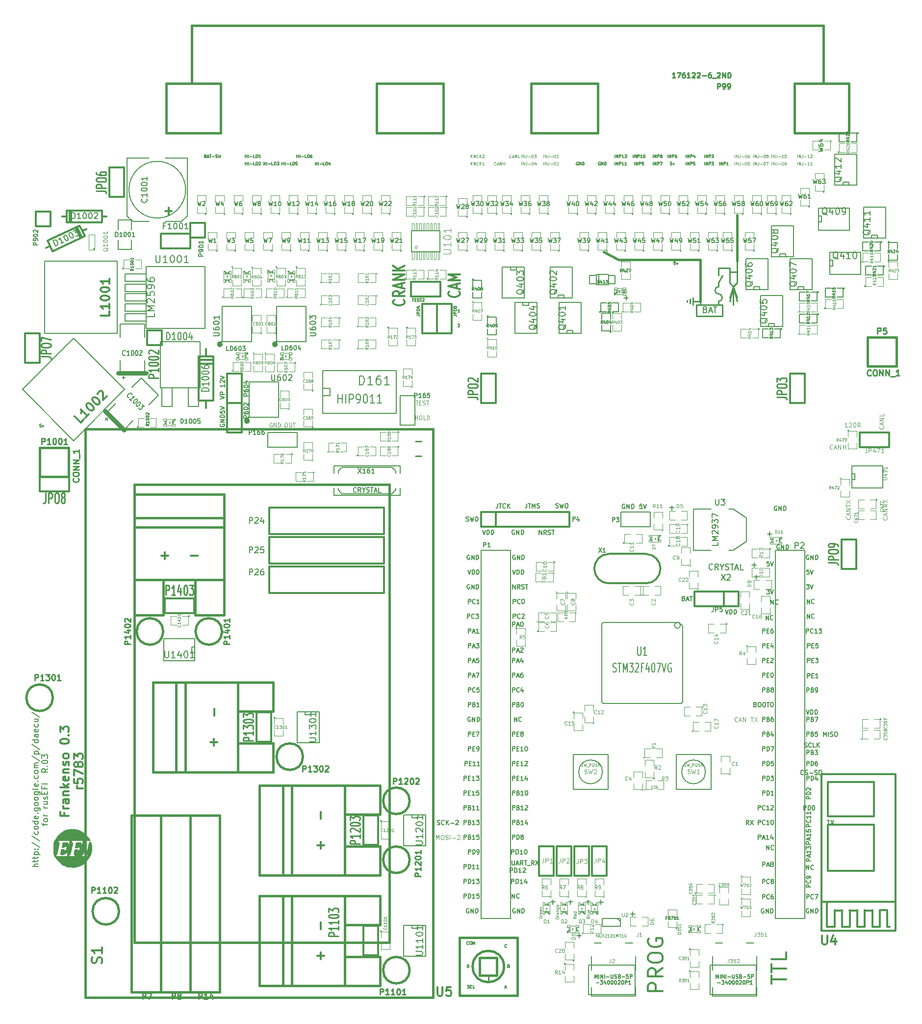
<source format=gto>
G04 (created by PCBNEW (2013-07-07 BZR 4022)-stable) date 18/12/2014 23:20:11*
%MOIN*%
G04 Gerber Fmt 3.4, Leading zero omitted, Abs format*
%FSLAX34Y34*%
G01*
G70*
G90*
G04 APERTURE LIST*
%ADD10C,0.00393701*%
%ADD11C,0.02*%
%ADD12C,0.005*%
%ADD13C,0.012*%
%ADD14C,0.015*%
%ADD15C,0.01*%
%ADD16C,0.0045*%
%ADD17C,0.004*%
%ADD18C,0.011811*%
%ADD19C,0.006*%
%ADD20C,0.003*%
%ADD21C,0.03*%
%ADD22C,0.00492126*%
%ADD23C,0.008*%
%ADD24C,0.004925*%
%ADD25C,0.0026*%
%ADD26C,0.0001*%
%ADD27C,0.0039*%
%ADD28C,0.002*%
%ADD29C,0.0125*%
%ADD30C,0.00590551*%
%ADD31C,0.0059*%
%ADD32C,0.0031*%
%ADD33C,0.0149*%
%ADD34C,0.0062*%
%ADD35C,0.0035*%
%ADD36C,0.00875*%
%ADD37C,0.0088*%
%ADD38C,0.0107*%
%ADD39C,0.0043*%
%ADD40C,0.0047*%
%ADD41C,0.0108*%
G04 APERTURE END LIST*
G54D10*
G54D11*
X57950Y-40200D02*
G75*
G03X57950Y-40200I-100J0D01*
G74*
G01*
X59850Y-35000D02*
G75*
G03X59850Y-35000I-100J0D01*
G74*
G01*
X56100Y-35000D02*
G75*
G03X56100Y-35000I-100J0D01*
G74*
G01*
G54D12*
X56035Y-40421D02*
X56021Y-40450D01*
X56021Y-40492D01*
X56035Y-40535D01*
X56064Y-40564D01*
X56092Y-40578D01*
X56150Y-40592D01*
X56192Y-40592D01*
X56250Y-40578D01*
X56278Y-40564D01*
X56307Y-40535D01*
X56321Y-40492D01*
X56321Y-40464D01*
X56307Y-40421D01*
X56292Y-40407D01*
X56192Y-40407D01*
X56192Y-40464D01*
X56321Y-40278D02*
X56021Y-40278D01*
X56321Y-40107D01*
X56021Y-40107D01*
X56321Y-39964D02*
X56021Y-39964D01*
X56021Y-39892D01*
X56035Y-39850D01*
X56064Y-39821D01*
X56092Y-39807D01*
X56150Y-39792D01*
X56192Y-39792D01*
X56250Y-39807D01*
X56278Y-39821D01*
X56307Y-39850D01*
X56321Y-39892D01*
X56321Y-39964D01*
X56021Y-39521D02*
X56021Y-39664D01*
X56164Y-39678D01*
X56150Y-39664D01*
X56135Y-39635D01*
X56135Y-39564D01*
X56150Y-39535D01*
X56164Y-39521D01*
X56192Y-39507D01*
X56264Y-39507D01*
X56292Y-39521D01*
X56307Y-39535D01*
X56321Y-39564D01*
X56321Y-39635D01*
X56307Y-39664D01*
X56292Y-39678D01*
X56021Y-39421D02*
X56321Y-39321D01*
X56021Y-39221D01*
X56021Y-38707D02*
X56321Y-38607D01*
X56021Y-38507D01*
X56321Y-38407D02*
X56021Y-38407D01*
X56021Y-38292D01*
X56035Y-38264D01*
X56050Y-38250D01*
X56078Y-38235D01*
X56121Y-38235D01*
X56150Y-38250D01*
X56164Y-38264D01*
X56178Y-38292D01*
X56178Y-38407D01*
X56321Y-37721D02*
X56321Y-37892D01*
X56321Y-37807D02*
X56021Y-37807D01*
X56064Y-37835D01*
X56092Y-37864D01*
X56107Y-37892D01*
X56050Y-37607D02*
X56035Y-37592D01*
X56021Y-37564D01*
X56021Y-37492D01*
X56035Y-37464D01*
X56050Y-37450D01*
X56078Y-37435D01*
X56107Y-37435D01*
X56150Y-37450D01*
X56321Y-37621D01*
X56321Y-37435D01*
X56021Y-37350D02*
X56321Y-37250D01*
X56021Y-37150D01*
G54D13*
X86104Y-78935D02*
X85104Y-78935D01*
X85104Y-78554D01*
X85152Y-78459D01*
X85200Y-78411D01*
X85295Y-78364D01*
X85438Y-78364D01*
X85533Y-78411D01*
X85580Y-78459D01*
X85628Y-78554D01*
X85628Y-78935D01*
X86104Y-77364D02*
X85628Y-77697D01*
X86104Y-77935D02*
X85104Y-77935D01*
X85104Y-77554D01*
X85152Y-77459D01*
X85200Y-77411D01*
X85295Y-77364D01*
X85438Y-77364D01*
X85533Y-77411D01*
X85580Y-77459D01*
X85628Y-77554D01*
X85628Y-77935D01*
X85104Y-76745D02*
X85104Y-76554D01*
X85152Y-76459D01*
X85247Y-76364D01*
X85438Y-76316D01*
X85771Y-76316D01*
X85961Y-76364D01*
X86057Y-76459D01*
X86104Y-76554D01*
X86104Y-76745D01*
X86057Y-76840D01*
X85961Y-76935D01*
X85771Y-76983D01*
X85438Y-76983D01*
X85247Y-76935D01*
X85152Y-76840D01*
X85104Y-76745D01*
X85152Y-75364D02*
X85104Y-75459D01*
X85104Y-75602D01*
X85152Y-75745D01*
X85247Y-75840D01*
X85342Y-75888D01*
X85533Y-75935D01*
X85676Y-75935D01*
X85866Y-75888D01*
X85961Y-75840D01*
X86057Y-75745D01*
X86104Y-75602D01*
X86104Y-75507D01*
X86057Y-75364D01*
X86009Y-75316D01*
X85676Y-75316D01*
X85676Y-75507D01*
X93504Y-78421D02*
X93504Y-77850D01*
X94504Y-78135D02*
X93504Y-78135D01*
X93504Y-77659D02*
X93504Y-77088D01*
X94504Y-77373D02*
X93504Y-77373D01*
X94504Y-76278D02*
X94504Y-76754D01*
X93504Y-76754D01*
G54D12*
X72307Y-32830D02*
X72192Y-32830D01*
X72250Y-32830D02*
X72250Y-32630D01*
X72230Y-32659D01*
X72211Y-32678D01*
X72192Y-32688D01*
X72192Y-33640D02*
X72202Y-33630D01*
X72221Y-33620D01*
X72269Y-33620D01*
X72288Y-33630D01*
X72297Y-33640D01*
X72307Y-33659D01*
X72307Y-33678D01*
X72297Y-33706D01*
X72183Y-33820D01*
X72307Y-33820D01*
X86971Y-29380D02*
X86876Y-29380D01*
X86866Y-29476D01*
X86876Y-29466D01*
X86895Y-29457D01*
X86942Y-29457D01*
X86961Y-29466D01*
X86971Y-29476D01*
X86980Y-29495D01*
X86980Y-29542D01*
X86971Y-29561D01*
X86961Y-29571D01*
X86942Y-29580D01*
X86895Y-29580D01*
X86876Y-29571D01*
X86866Y-29561D01*
X87047Y-29447D02*
X87095Y-29580D01*
X87142Y-29447D01*
G54D14*
X88650Y-29250D02*
X88650Y-32100D01*
X83090Y-29250D02*
X88650Y-29250D01*
X82080Y-28730D02*
X83090Y-29250D01*
X91150Y-29330D02*
X91150Y-26210D01*
G54D15*
X89654Y-31332D02*
G75*
G02X89904Y-31082I250J0D01*
G74*
G01*
X89904Y-31582D02*
G75*
G02X89654Y-31332I0J250D01*
G74*
G01*
X89904Y-31582D02*
G75*
G02X90154Y-31832I0J-250D01*
G74*
G01*
X90154Y-31832D02*
G75*
G02X89904Y-32082I-250J0D01*
G74*
G01*
X89654Y-31332D02*
G75*
G02X89904Y-31082I250J0D01*
G74*
G01*
X89904Y-31582D02*
G75*
G02X89654Y-31332I0J250D01*
G74*
G01*
X89904Y-31582D02*
G75*
G02X90154Y-31832I0J-250D01*
G74*
G01*
X90154Y-31832D02*
G75*
G02X89904Y-32082I-250J0D01*
G74*
G01*
X87754Y-32132D02*
X87754Y-32032D01*
X87954Y-32232D02*
X87954Y-31932D01*
X88154Y-32332D02*
X88154Y-31832D01*
X88654Y-32082D02*
X88154Y-32082D01*
X88654Y-32332D02*
X88654Y-32082D01*
X89904Y-32082D02*
X89904Y-32332D01*
X90154Y-33082D02*
X90154Y-32332D01*
X88404Y-33082D02*
X90154Y-33082D01*
X88404Y-32332D02*
X88404Y-33082D01*
X90154Y-32332D02*
X88404Y-32332D01*
X91154Y-30082D02*
X91154Y-29332D01*
X90654Y-29832D02*
X90154Y-29832D01*
X90654Y-30082D02*
X90654Y-29832D01*
X90904Y-31082D02*
X90904Y-32332D01*
X90904Y-31082D02*
X90654Y-32082D01*
X90904Y-31082D02*
X91154Y-32082D01*
X90904Y-31082D02*
X91154Y-31832D01*
X90904Y-31082D02*
X90654Y-31832D01*
X90654Y-30832D02*
X90654Y-30082D01*
X90904Y-31082D02*
X90654Y-30832D01*
X91154Y-30832D02*
X90904Y-31082D01*
X91154Y-30082D02*
X91154Y-30832D01*
X90654Y-30082D02*
X91154Y-30082D01*
X89904Y-29832D02*
X90154Y-29832D01*
X89904Y-30332D02*
X89904Y-29832D01*
X89904Y-30832D02*
X90154Y-30332D01*
X89904Y-31082D02*
X89904Y-30832D01*
X87754Y-32132D02*
X87754Y-32032D01*
X87954Y-32232D02*
X87954Y-31932D01*
X88154Y-32332D02*
X88154Y-31832D01*
X88654Y-32082D02*
X88154Y-32082D01*
X88654Y-32332D02*
X88654Y-32082D01*
X89904Y-32082D02*
X89904Y-32332D01*
X90154Y-33082D02*
X90154Y-32332D01*
X88404Y-33082D02*
X90154Y-33082D01*
X88404Y-32332D02*
X88404Y-33082D01*
X90154Y-32332D02*
X88404Y-32332D01*
X91154Y-30082D02*
X91154Y-29332D01*
X90654Y-29832D02*
X90154Y-29832D01*
X90654Y-30082D02*
X90654Y-29832D01*
X90904Y-31082D02*
X90904Y-32332D01*
X90904Y-31082D02*
X90654Y-32082D01*
X90904Y-31082D02*
X91154Y-32082D01*
X90904Y-31082D02*
X91154Y-31832D01*
X90904Y-31082D02*
X90654Y-31832D01*
X90654Y-30832D02*
X90654Y-30082D01*
X90904Y-31082D02*
X90654Y-30832D01*
X91154Y-30832D02*
X90904Y-31082D01*
X91154Y-30082D02*
X91154Y-30832D01*
X90654Y-30082D02*
X91154Y-30082D01*
X89904Y-29832D02*
X90154Y-29832D01*
X89904Y-30332D02*
X89904Y-29832D01*
X89904Y-30832D02*
X90154Y-30332D01*
X89904Y-31082D02*
X89904Y-30832D01*
G54D12*
X89008Y-32635D02*
X89065Y-32654D01*
X89084Y-32673D01*
X89104Y-32711D01*
X89104Y-32768D01*
X89084Y-32806D01*
X89065Y-32825D01*
X89027Y-32844D01*
X88875Y-32844D01*
X88875Y-32444D01*
X89008Y-32444D01*
X89046Y-32463D01*
X89065Y-32482D01*
X89084Y-32521D01*
X89084Y-32559D01*
X89065Y-32597D01*
X89046Y-32616D01*
X89008Y-32635D01*
X88875Y-32635D01*
X89256Y-32730D02*
X89446Y-32730D01*
X89218Y-32844D02*
X89351Y-32444D01*
X89484Y-32844D01*
X89561Y-32444D02*
X89789Y-32444D01*
X89675Y-32844D02*
X89675Y-32444D01*
G54D16*
X95254Y-22330D02*
X95254Y-22130D01*
X95350Y-22330D02*
X95350Y-22130D01*
X95464Y-22330D01*
X95464Y-22130D01*
X95616Y-22130D02*
X95616Y-22273D01*
X95607Y-22302D01*
X95588Y-22321D01*
X95559Y-22330D01*
X95540Y-22330D01*
X95711Y-22254D02*
X95864Y-22254D01*
X96064Y-22330D02*
X95950Y-22330D01*
X96007Y-22330D02*
X96007Y-22130D01*
X95988Y-22159D01*
X95969Y-22178D01*
X95950Y-22188D01*
X96140Y-22150D02*
X96150Y-22140D01*
X96169Y-22130D01*
X96216Y-22130D01*
X96235Y-22140D01*
X96245Y-22150D01*
X96254Y-22169D01*
X96254Y-22188D01*
X96245Y-22216D01*
X96130Y-22330D01*
X96254Y-22330D01*
X95254Y-22830D02*
X95254Y-22630D01*
X95350Y-22830D02*
X95350Y-22630D01*
X95464Y-22830D01*
X95464Y-22630D01*
X95616Y-22630D02*
X95616Y-22773D01*
X95607Y-22802D01*
X95588Y-22821D01*
X95559Y-22830D01*
X95540Y-22830D01*
X95711Y-22754D02*
X95864Y-22754D01*
X96064Y-22830D02*
X95950Y-22830D01*
X96007Y-22830D02*
X96007Y-22630D01*
X95988Y-22659D01*
X95969Y-22678D01*
X95950Y-22688D01*
X96254Y-22830D02*
X96140Y-22830D01*
X96197Y-22830D02*
X96197Y-22630D01*
X96178Y-22659D01*
X96159Y-22678D01*
X96140Y-22688D01*
X93504Y-22330D02*
X93504Y-22130D01*
X93600Y-22330D02*
X93600Y-22130D01*
X93714Y-22330D01*
X93714Y-22130D01*
X93866Y-22130D02*
X93866Y-22273D01*
X93857Y-22302D01*
X93838Y-22321D01*
X93809Y-22330D01*
X93790Y-22330D01*
X93961Y-22254D02*
X94114Y-22254D01*
X94314Y-22330D02*
X94200Y-22330D01*
X94257Y-22330D02*
X94257Y-22130D01*
X94238Y-22159D01*
X94219Y-22178D01*
X94200Y-22188D01*
X94438Y-22130D02*
X94457Y-22130D01*
X94476Y-22140D01*
X94485Y-22150D01*
X94495Y-22169D01*
X94504Y-22207D01*
X94504Y-22254D01*
X94495Y-22292D01*
X94485Y-22311D01*
X94476Y-22321D01*
X94457Y-22330D01*
X94438Y-22330D01*
X94419Y-22321D01*
X94409Y-22311D01*
X94400Y-22292D01*
X94390Y-22254D01*
X94390Y-22207D01*
X94400Y-22169D01*
X94409Y-22150D01*
X94419Y-22140D01*
X94438Y-22130D01*
X93504Y-22830D02*
X93504Y-22630D01*
X93600Y-22830D02*
X93600Y-22630D01*
X93714Y-22830D01*
X93714Y-22630D01*
X93866Y-22630D02*
X93866Y-22773D01*
X93857Y-22802D01*
X93838Y-22821D01*
X93809Y-22830D01*
X93790Y-22830D01*
X93961Y-22754D02*
X94114Y-22754D01*
X94247Y-22630D02*
X94266Y-22630D01*
X94285Y-22640D01*
X94295Y-22650D01*
X94304Y-22669D01*
X94314Y-22707D01*
X94314Y-22754D01*
X94304Y-22792D01*
X94295Y-22811D01*
X94285Y-22821D01*
X94266Y-22830D01*
X94247Y-22830D01*
X94228Y-22821D01*
X94219Y-22811D01*
X94209Y-22792D01*
X94200Y-22754D01*
X94200Y-22707D01*
X94209Y-22669D01*
X94219Y-22650D01*
X94228Y-22640D01*
X94247Y-22630D01*
X94409Y-22830D02*
X94447Y-22830D01*
X94466Y-22821D01*
X94476Y-22811D01*
X94495Y-22783D01*
X94504Y-22745D01*
X94504Y-22669D01*
X94495Y-22650D01*
X94485Y-22640D01*
X94466Y-22630D01*
X94428Y-22630D01*
X94409Y-22640D01*
X94400Y-22650D01*
X94390Y-22669D01*
X94390Y-22716D01*
X94400Y-22735D01*
X94409Y-22745D01*
X94428Y-22754D01*
X94466Y-22754D01*
X94485Y-22745D01*
X94495Y-22735D01*
X94504Y-22716D01*
X92254Y-22330D02*
X92254Y-22130D01*
X92350Y-22330D02*
X92350Y-22130D01*
X92464Y-22330D01*
X92464Y-22130D01*
X92616Y-22130D02*
X92616Y-22273D01*
X92607Y-22302D01*
X92588Y-22321D01*
X92559Y-22330D01*
X92540Y-22330D01*
X92711Y-22254D02*
X92864Y-22254D01*
X92997Y-22130D02*
X93016Y-22130D01*
X93035Y-22140D01*
X93045Y-22150D01*
X93054Y-22169D01*
X93064Y-22207D01*
X93064Y-22254D01*
X93054Y-22292D01*
X93045Y-22311D01*
X93035Y-22321D01*
X93016Y-22330D01*
X92997Y-22330D01*
X92978Y-22321D01*
X92969Y-22311D01*
X92959Y-22292D01*
X92950Y-22254D01*
X92950Y-22207D01*
X92959Y-22169D01*
X92969Y-22150D01*
X92978Y-22140D01*
X92997Y-22130D01*
X93178Y-22216D02*
X93159Y-22207D01*
X93150Y-22197D01*
X93140Y-22178D01*
X93140Y-22169D01*
X93150Y-22150D01*
X93159Y-22140D01*
X93178Y-22130D01*
X93216Y-22130D01*
X93235Y-22140D01*
X93245Y-22150D01*
X93254Y-22169D01*
X93254Y-22178D01*
X93245Y-22197D01*
X93235Y-22207D01*
X93216Y-22216D01*
X93178Y-22216D01*
X93159Y-22226D01*
X93150Y-22235D01*
X93140Y-22254D01*
X93140Y-22292D01*
X93150Y-22311D01*
X93159Y-22321D01*
X93178Y-22330D01*
X93216Y-22330D01*
X93235Y-22321D01*
X93245Y-22311D01*
X93254Y-22292D01*
X93254Y-22254D01*
X93245Y-22235D01*
X93235Y-22226D01*
X93216Y-22216D01*
X92254Y-22830D02*
X92254Y-22630D01*
X92350Y-22830D02*
X92350Y-22630D01*
X92464Y-22830D01*
X92464Y-22630D01*
X92616Y-22630D02*
X92616Y-22773D01*
X92607Y-22802D01*
X92588Y-22821D01*
X92559Y-22830D01*
X92540Y-22830D01*
X92711Y-22754D02*
X92864Y-22754D01*
X92997Y-22630D02*
X93016Y-22630D01*
X93035Y-22640D01*
X93045Y-22650D01*
X93054Y-22669D01*
X93064Y-22707D01*
X93064Y-22754D01*
X93054Y-22792D01*
X93045Y-22811D01*
X93035Y-22821D01*
X93016Y-22830D01*
X92997Y-22830D01*
X92978Y-22821D01*
X92969Y-22811D01*
X92959Y-22792D01*
X92950Y-22754D01*
X92950Y-22707D01*
X92959Y-22669D01*
X92969Y-22650D01*
X92978Y-22640D01*
X92997Y-22630D01*
X93130Y-22630D02*
X93264Y-22630D01*
X93178Y-22830D01*
X91004Y-22330D02*
X91004Y-22130D01*
X91100Y-22330D02*
X91100Y-22130D01*
X91214Y-22330D01*
X91214Y-22130D01*
X91366Y-22130D02*
X91366Y-22273D01*
X91357Y-22302D01*
X91338Y-22321D01*
X91309Y-22330D01*
X91290Y-22330D01*
X91461Y-22254D02*
X91614Y-22254D01*
X91747Y-22130D02*
X91766Y-22130D01*
X91785Y-22140D01*
X91795Y-22150D01*
X91804Y-22169D01*
X91814Y-22207D01*
X91814Y-22254D01*
X91804Y-22292D01*
X91795Y-22311D01*
X91785Y-22321D01*
X91766Y-22330D01*
X91747Y-22330D01*
X91728Y-22321D01*
X91719Y-22311D01*
X91709Y-22292D01*
X91700Y-22254D01*
X91700Y-22207D01*
X91709Y-22169D01*
X91719Y-22150D01*
X91728Y-22140D01*
X91747Y-22130D01*
X91985Y-22130D02*
X91947Y-22130D01*
X91928Y-22140D01*
X91919Y-22150D01*
X91900Y-22178D01*
X91890Y-22216D01*
X91890Y-22292D01*
X91900Y-22311D01*
X91909Y-22321D01*
X91928Y-22330D01*
X91966Y-22330D01*
X91985Y-22321D01*
X91995Y-22311D01*
X92004Y-22292D01*
X92004Y-22245D01*
X91995Y-22226D01*
X91985Y-22216D01*
X91966Y-22207D01*
X91928Y-22207D01*
X91909Y-22216D01*
X91900Y-22226D01*
X91890Y-22245D01*
X91004Y-22830D02*
X91004Y-22630D01*
X91100Y-22830D02*
X91100Y-22630D01*
X91214Y-22830D01*
X91214Y-22630D01*
X91366Y-22630D02*
X91366Y-22773D01*
X91357Y-22802D01*
X91338Y-22821D01*
X91309Y-22830D01*
X91290Y-22830D01*
X91461Y-22754D02*
X91614Y-22754D01*
X91747Y-22630D02*
X91766Y-22630D01*
X91785Y-22640D01*
X91795Y-22650D01*
X91804Y-22669D01*
X91814Y-22707D01*
X91814Y-22754D01*
X91804Y-22792D01*
X91795Y-22811D01*
X91785Y-22821D01*
X91766Y-22830D01*
X91747Y-22830D01*
X91728Y-22821D01*
X91719Y-22811D01*
X91709Y-22792D01*
X91700Y-22754D01*
X91700Y-22707D01*
X91709Y-22669D01*
X91719Y-22650D01*
X91728Y-22640D01*
X91747Y-22630D01*
X91995Y-22630D02*
X91900Y-22630D01*
X91890Y-22726D01*
X91900Y-22716D01*
X91919Y-22707D01*
X91966Y-22707D01*
X91985Y-22716D01*
X91995Y-22726D01*
X92004Y-22745D01*
X92004Y-22792D01*
X91995Y-22811D01*
X91985Y-22821D01*
X91966Y-22830D01*
X91919Y-22830D01*
X91900Y-22821D01*
X91890Y-22811D01*
G54D12*
X89950Y-22830D02*
X89950Y-22630D01*
X90045Y-22830D02*
X90045Y-22630D01*
X90159Y-22830D01*
X90159Y-22630D01*
X90254Y-22830D02*
X90254Y-22630D01*
X90330Y-22630D01*
X90350Y-22640D01*
X90359Y-22650D01*
X90369Y-22669D01*
X90369Y-22697D01*
X90359Y-22716D01*
X90350Y-22726D01*
X90330Y-22735D01*
X90254Y-22735D01*
X90559Y-22830D02*
X90445Y-22830D01*
X90502Y-22830D02*
X90502Y-22630D01*
X90483Y-22659D01*
X90464Y-22678D01*
X90445Y-22688D01*
X88950Y-22830D02*
X88950Y-22630D01*
X89045Y-22830D02*
X89045Y-22630D01*
X89159Y-22830D01*
X89159Y-22630D01*
X89254Y-22830D02*
X89254Y-22630D01*
X89330Y-22630D01*
X89350Y-22640D01*
X89359Y-22650D01*
X89369Y-22669D01*
X89369Y-22697D01*
X89359Y-22716D01*
X89350Y-22726D01*
X89330Y-22735D01*
X89254Y-22735D01*
X89435Y-22630D02*
X89559Y-22630D01*
X89492Y-22707D01*
X89521Y-22707D01*
X89540Y-22716D01*
X89550Y-22726D01*
X89559Y-22745D01*
X89559Y-22792D01*
X89550Y-22811D01*
X89540Y-22821D01*
X89521Y-22830D01*
X89464Y-22830D01*
X89445Y-22821D01*
X89435Y-22811D01*
X88950Y-22330D02*
X88950Y-22130D01*
X89045Y-22330D02*
X89045Y-22130D01*
X89159Y-22330D01*
X89159Y-22130D01*
X89254Y-22330D02*
X89254Y-22130D01*
X89330Y-22130D01*
X89350Y-22140D01*
X89359Y-22150D01*
X89369Y-22169D01*
X89369Y-22197D01*
X89359Y-22216D01*
X89350Y-22226D01*
X89330Y-22235D01*
X89254Y-22235D01*
X89445Y-22150D02*
X89454Y-22140D01*
X89473Y-22130D01*
X89521Y-22130D01*
X89540Y-22140D01*
X89550Y-22150D01*
X89559Y-22169D01*
X89559Y-22188D01*
X89550Y-22216D01*
X89435Y-22330D01*
X89559Y-22330D01*
X87700Y-22330D02*
X87700Y-22130D01*
X87795Y-22330D02*
X87795Y-22130D01*
X87909Y-22330D01*
X87909Y-22130D01*
X88004Y-22330D02*
X88004Y-22130D01*
X88080Y-22130D01*
X88100Y-22140D01*
X88109Y-22150D01*
X88119Y-22169D01*
X88119Y-22197D01*
X88109Y-22216D01*
X88100Y-22226D01*
X88080Y-22235D01*
X88004Y-22235D01*
X88290Y-22197D02*
X88290Y-22330D01*
X88242Y-22121D02*
X88195Y-22264D01*
X88319Y-22264D01*
X87700Y-22830D02*
X87700Y-22630D01*
X87795Y-22830D02*
X87795Y-22630D01*
X87909Y-22830D01*
X87909Y-22630D01*
X88004Y-22830D02*
X88004Y-22630D01*
X88080Y-22630D01*
X88100Y-22640D01*
X88109Y-22650D01*
X88119Y-22669D01*
X88119Y-22697D01*
X88109Y-22716D01*
X88100Y-22726D01*
X88080Y-22735D01*
X88004Y-22735D01*
X88300Y-22630D02*
X88204Y-22630D01*
X88195Y-22726D01*
X88204Y-22716D01*
X88223Y-22707D01*
X88271Y-22707D01*
X88290Y-22716D01*
X88300Y-22726D01*
X88309Y-22745D01*
X88309Y-22792D01*
X88300Y-22811D01*
X88290Y-22821D01*
X88271Y-22830D01*
X88223Y-22830D01*
X88204Y-22821D01*
X88195Y-22811D01*
X86450Y-22330D02*
X86450Y-22130D01*
X86545Y-22330D02*
X86545Y-22130D01*
X86659Y-22330D01*
X86659Y-22130D01*
X86754Y-22330D02*
X86754Y-22130D01*
X86830Y-22130D01*
X86850Y-22140D01*
X86859Y-22150D01*
X86869Y-22169D01*
X86869Y-22197D01*
X86859Y-22216D01*
X86850Y-22226D01*
X86830Y-22235D01*
X86754Y-22235D01*
X87040Y-22130D02*
X87002Y-22130D01*
X86983Y-22140D01*
X86973Y-22150D01*
X86954Y-22178D01*
X86945Y-22216D01*
X86945Y-22292D01*
X86954Y-22311D01*
X86964Y-22321D01*
X86983Y-22330D01*
X87021Y-22330D01*
X87040Y-22321D01*
X87050Y-22311D01*
X87059Y-22292D01*
X87059Y-22245D01*
X87050Y-22226D01*
X87040Y-22216D01*
X87021Y-22207D01*
X86983Y-22207D01*
X86964Y-22216D01*
X86954Y-22226D01*
X86945Y-22245D01*
X85450Y-22330D02*
X85450Y-22130D01*
X85545Y-22330D02*
X85545Y-22130D01*
X85659Y-22330D01*
X85659Y-22130D01*
X85754Y-22330D02*
X85754Y-22130D01*
X85830Y-22130D01*
X85850Y-22140D01*
X85859Y-22150D01*
X85869Y-22169D01*
X85869Y-22197D01*
X85859Y-22216D01*
X85850Y-22226D01*
X85830Y-22235D01*
X85754Y-22235D01*
X85983Y-22216D02*
X85964Y-22207D01*
X85954Y-22197D01*
X85945Y-22178D01*
X85945Y-22169D01*
X85954Y-22150D01*
X85964Y-22140D01*
X85983Y-22130D01*
X86021Y-22130D01*
X86040Y-22140D01*
X86050Y-22150D01*
X86059Y-22169D01*
X86059Y-22178D01*
X86050Y-22197D01*
X86040Y-22207D01*
X86021Y-22216D01*
X85983Y-22216D01*
X85964Y-22226D01*
X85954Y-22235D01*
X85945Y-22254D01*
X85945Y-22292D01*
X85954Y-22311D01*
X85964Y-22321D01*
X85983Y-22330D01*
X86021Y-22330D01*
X86040Y-22321D01*
X86050Y-22311D01*
X86059Y-22292D01*
X86059Y-22254D01*
X86050Y-22235D01*
X86040Y-22226D01*
X86021Y-22216D01*
X85450Y-22830D02*
X85450Y-22630D01*
X85545Y-22830D02*
X85545Y-22630D01*
X85659Y-22830D01*
X85659Y-22630D01*
X85754Y-22830D02*
X85754Y-22630D01*
X85830Y-22630D01*
X85850Y-22640D01*
X85859Y-22650D01*
X85869Y-22669D01*
X85869Y-22697D01*
X85859Y-22716D01*
X85850Y-22726D01*
X85830Y-22735D01*
X85754Y-22735D01*
X85935Y-22630D02*
X86069Y-22630D01*
X85983Y-22830D01*
X84200Y-22830D02*
X84200Y-22630D01*
X84295Y-22830D02*
X84295Y-22630D01*
X84409Y-22830D01*
X84409Y-22630D01*
X84504Y-22830D02*
X84504Y-22630D01*
X84580Y-22630D01*
X84600Y-22640D01*
X84609Y-22650D01*
X84619Y-22669D01*
X84619Y-22697D01*
X84609Y-22716D01*
X84600Y-22726D01*
X84580Y-22735D01*
X84504Y-22735D01*
X84714Y-22830D02*
X84752Y-22830D01*
X84771Y-22821D01*
X84780Y-22811D01*
X84800Y-22783D01*
X84809Y-22745D01*
X84809Y-22669D01*
X84800Y-22650D01*
X84790Y-22640D01*
X84771Y-22630D01*
X84733Y-22630D01*
X84714Y-22640D01*
X84704Y-22650D01*
X84695Y-22669D01*
X84695Y-22716D01*
X84704Y-22735D01*
X84714Y-22745D01*
X84733Y-22754D01*
X84771Y-22754D01*
X84790Y-22745D01*
X84800Y-22735D01*
X84809Y-22716D01*
X84104Y-22330D02*
X84104Y-22130D01*
X84200Y-22330D02*
X84200Y-22130D01*
X84314Y-22330D01*
X84314Y-22130D01*
X84409Y-22330D02*
X84409Y-22130D01*
X84485Y-22130D01*
X84504Y-22140D01*
X84514Y-22150D01*
X84523Y-22169D01*
X84523Y-22197D01*
X84514Y-22216D01*
X84504Y-22226D01*
X84485Y-22235D01*
X84409Y-22235D01*
X84714Y-22330D02*
X84600Y-22330D01*
X84657Y-22330D02*
X84657Y-22130D01*
X84638Y-22159D01*
X84619Y-22178D01*
X84600Y-22188D01*
X84838Y-22130D02*
X84857Y-22130D01*
X84876Y-22140D01*
X84885Y-22150D01*
X84895Y-22169D01*
X84904Y-22207D01*
X84904Y-22254D01*
X84895Y-22292D01*
X84885Y-22311D01*
X84876Y-22321D01*
X84857Y-22330D01*
X84838Y-22330D01*
X84819Y-22321D01*
X84809Y-22311D01*
X84800Y-22292D01*
X84790Y-22254D01*
X84790Y-22207D01*
X84800Y-22169D01*
X84809Y-22150D01*
X84819Y-22140D01*
X84838Y-22130D01*
X82854Y-22330D02*
X82854Y-22130D01*
X82950Y-22330D02*
X82950Y-22130D01*
X83064Y-22330D01*
X83064Y-22130D01*
X83159Y-22330D02*
X83159Y-22130D01*
X83235Y-22130D01*
X83254Y-22140D01*
X83264Y-22150D01*
X83273Y-22169D01*
X83273Y-22197D01*
X83264Y-22216D01*
X83254Y-22226D01*
X83235Y-22235D01*
X83159Y-22235D01*
X83464Y-22330D02*
X83350Y-22330D01*
X83407Y-22330D02*
X83407Y-22130D01*
X83388Y-22159D01*
X83369Y-22178D01*
X83350Y-22188D01*
X83540Y-22150D02*
X83550Y-22140D01*
X83569Y-22130D01*
X83616Y-22130D01*
X83635Y-22140D01*
X83645Y-22150D01*
X83654Y-22169D01*
X83654Y-22188D01*
X83645Y-22216D01*
X83530Y-22330D01*
X83654Y-22330D01*
X82854Y-22830D02*
X82854Y-22630D01*
X82950Y-22830D02*
X82950Y-22630D01*
X83064Y-22830D01*
X83064Y-22630D01*
X83159Y-22830D02*
X83159Y-22630D01*
X83235Y-22630D01*
X83254Y-22640D01*
X83264Y-22650D01*
X83273Y-22669D01*
X83273Y-22697D01*
X83264Y-22716D01*
X83254Y-22726D01*
X83235Y-22735D01*
X83159Y-22735D01*
X83464Y-22830D02*
X83350Y-22830D01*
X83407Y-22830D02*
X83407Y-22630D01*
X83388Y-22659D01*
X83369Y-22678D01*
X83350Y-22688D01*
X83654Y-22830D02*
X83540Y-22830D01*
X83597Y-22830D02*
X83597Y-22630D01*
X83578Y-22659D01*
X83559Y-22678D01*
X83540Y-22688D01*
G54D16*
X78004Y-22330D02*
X78004Y-22130D01*
X78100Y-22330D02*
X78100Y-22130D01*
X78214Y-22330D01*
X78214Y-22130D01*
X78366Y-22130D02*
X78366Y-22273D01*
X78357Y-22302D01*
X78338Y-22321D01*
X78309Y-22330D01*
X78290Y-22330D01*
X78461Y-22254D02*
X78614Y-22254D01*
X78747Y-22130D02*
X78766Y-22130D01*
X78785Y-22140D01*
X78795Y-22150D01*
X78804Y-22169D01*
X78814Y-22207D01*
X78814Y-22254D01*
X78804Y-22292D01*
X78795Y-22311D01*
X78785Y-22321D01*
X78766Y-22330D01*
X78747Y-22330D01*
X78728Y-22321D01*
X78719Y-22311D01*
X78709Y-22292D01*
X78700Y-22254D01*
X78700Y-22207D01*
X78709Y-22169D01*
X78719Y-22150D01*
X78728Y-22140D01*
X78747Y-22130D01*
X79004Y-22330D02*
X78890Y-22330D01*
X78947Y-22330D02*
X78947Y-22130D01*
X78928Y-22159D01*
X78909Y-22178D01*
X78890Y-22188D01*
X78004Y-22830D02*
X78004Y-22630D01*
X78100Y-22830D02*
X78100Y-22630D01*
X78214Y-22830D01*
X78214Y-22630D01*
X78366Y-22630D02*
X78366Y-22773D01*
X78357Y-22802D01*
X78338Y-22821D01*
X78309Y-22830D01*
X78290Y-22830D01*
X78461Y-22754D02*
X78614Y-22754D01*
X78747Y-22630D02*
X78766Y-22630D01*
X78785Y-22640D01*
X78795Y-22650D01*
X78804Y-22669D01*
X78814Y-22707D01*
X78814Y-22754D01*
X78804Y-22792D01*
X78795Y-22811D01*
X78785Y-22821D01*
X78766Y-22830D01*
X78747Y-22830D01*
X78728Y-22821D01*
X78719Y-22811D01*
X78709Y-22792D01*
X78700Y-22754D01*
X78700Y-22707D01*
X78709Y-22669D01*
X78719Y-22650D01*
X78728Y-22640D01*
X78747Y-22630D01*
X78890Y-22650D02*
X78900Y-22640D01*
X78919Y-22630D01*
X78966Y-22630D01*
X78985Y-22640D01*
X78995Y-22650D01*
X79004Y-22669D01*
X79004Y-22688D01*
X78995Y-22716D01*
X78880Y-22830D01*
X79004Y-22830D01*
X76504Y-22830D02*
X76504Y-22630D01*
X76600Y-22830D02*
X76600Y-22630D01*
X76714Y-22830D01*
X76714Y-22630D01*
X76866Y-22630D02*
X76866Y-22773D01*
X76857Y-22802D01*
X76838Y-22821D01*
X76809Y-22830D01*
X76790Y-22830D01*
X76961Y-22754D02*
X77114Y-22754D01*
X77247Y-22630D02*
X77266Y-22630D01*
X77285Y-22640D01*
X77295Y-22650D01*
X77304Y-22669D01*
X77314Y-22707D01*
X77314Y-22754D01*
X77304Y-22792D01*
X77295Y-22811D01*
X77285Y-22821D01*
X77266Y-22830D01*
X77247Y-22830D01*
X77228Y-22821D01*
X77219Y-22811D01*
X77209Y-22792D01*
X77200Y-22754D01*
X77200Y-22707D01*
X77209Y-22669D01*
X77219Y-22650D01*
X77228Y-22640D01*
X77247Y-22630D01*
X77485Y-22697D02*
X77485Y-22830D01*
X77438Y-22621D02*
X77390Y-22764D01*
X77514Y-22764D01*
X76504Y-22330D02*
X76504Y-22130D01*
X76600Y-22330D02*
X76600Y-22130D01*
X76714Y-22330D01*
X76714Y-22130D01*
X76866Y-22130D02*
X76866Y-22273D01*
X76857Y-22302D01*
X76838Y-22321D01*
X76809Y-22330D01*
X76790Y-22330D01*
X76961Y-22254D02*
X77114Y-22254D01*
X77247Y-22130D02*
X77266Y-22130D01*
X77285Y-22140D01*
X77295Y-22150D01*
X77304Y-22169D01*
X77314Y-22207D01*
X77314Y-22254D01*
X77304Y-22292D01*
X77295Y-22311D01*
X77285Y-22321D01*
X77266Y-22330D01*
X77247Y-22330D01*
X77228Y-22321D01*
X77219Y-22311D01*
X77209Y-22292D01*
X77200Y-22254D01*
X77200Y-22207D01*
X77209Y-22169D01*
X77219Y-22150D01*
X77228Y-22140D01*
X77247Y-22130D01*
X77380Y-22130D02*
X77504Y-22130D01*
X77438Y-22207D01*
X77466Y-22207D01*
X77485Y-22216D01*
X77495Y-22226D01*
X77504Y-22245D01*
X77504Y-22292D01*
X77495Y-22311D01*
X77485Y-22321D01*
X77466Y-22330D01*
X77409Y-22330D01*
X77390Y-22321D01*
X77380Y-22311D01*
G54D12*
X62490Y-22830D02*
X62490Y-22630D01*
X62490Y-22726D02*
X62604Y-22726D01*
X62604Y-22830D02*
X62604Y-22630D01*
X62700Y-22830D02*
X62700Y-22630D01*
X62795Y-22754D02*
X62947Y-22754D01*
X63138Y-22830D02*
X63042Y-22830D01*
X63042Y-22630D01*
X63242Y-22630D02*
X63280Y-22630D01*
X63300Y-22640D01*
X63319Y-22659D01*
X63328Y-22697D01*
X63328Y-22764D01*
X63319Y-22802D01*
X63300Y-22821D01*
X63280Y-22830D01*
X63242Y-22830D01*
X63223Y-22821D01*
X63204Y-22802D01*
X63195Y-22764D01*
X63195Y-22697D01*
X63204Y-22659D01*
X63223Y-22640D01*
X63242Y-22630D01*
X63500Y-22697D02*
X63500Y-22830D01*
X63452Y-22621D02*
X63404Y-22764D01*
X63528Y-22764D01*
X61240Y-22330D02*
X61240Y-22130D01*
X61240Y-22226D02*
X61354Y-22226D01*
X61354Y-22330D02*
X61354Y-22130D01*
X61450Y-22330D02*
X61450Y-22130D01*
X61545Y-22254D02*
X61697Y-22254D01*
X61888Y-22330D02*
X61792Y-22330D01*
X61792Y-22130D01*
X61992Y-22130D02*
X62030Y-22130D01*
X62050Y-22140D01*
X62069Y-22159D01*
X62078Y-22197D01*
X62078Y-22264D01*
X62069Y-22302D01*
X62050Y-22321D01*
X62030Y-22330D01*
X61992Y-22330D01*
X61973Y-22321D01*
X61954Y-22302D01*
X61945Y-22264D01*
X61945Y-22197D01*
X61954Y-22159D01*
X61973Y-22140D01*
X61992Y-22130D01*
X62250Y-22130D02*
X62211Y-22130D01*
X62192Y-22140D01*
X62183Y-22150D01*
X62164Y-22178D01*
X62154Y-22216D01*
X62154Y-22292D01*
X62164Y-22311D01*
X62173Y-22321D01*
X62192Y-22330D01*
X62230Y-22330D01*
X62250Y-22321D01*
X62259Y-22311D01*
X62269Y-22292D01*
X62269Y-22245D01*
X62259Y-22226D01*
X62250Y-22216D01*
X62230Y-22207D01*
X62192Y-22207D01*
X62173Y-22216D01*
X62164Y-22226D01*
X62154Y-22245D01*
X60240Y-22830D02*
X60240Y-22630D01*
X60240Y-22726D02*
X60354Y-22726D01*
X60354Y-22830D02*
X60354Y-22630D01*
X60450Y-22830D02*
X60450Y-22630D01*
X60545Y-22754D02*
X60697Y-22754D01*
X60888Y-22830D02*
X60792Y-22830D01*
X60792Y-22630D01*
X60992Y-22630D02*
X61030Y-22630D01*
X61050Y-22640D01*
X61069Y-22659D01*
X61078Y-22697D01*
X61078Y-22764D01*
X61069Y-22802D01*
X61050Y-22821D01*
X61030Y-22830D01*
X60992Y-22830D01*
X60973Y-22821D01*
X60954Y-22802D01*
X60945Y-22764D01*
X60945Y-22697D01*
X60954Y-22659D01*
X60973Y-22640D01*
X60992Y-22630D01*
X61259Y-22630D02*
X61164Y-22630D01*
X61154Y-22726D01*
X61164Y-22716D01*
X61183Y-22707D01*
X61230Y-22707D01*
X61250Y-22716D01*
X61259Y-22726D01*
X61269Y-22745D01*
X61269Y-22792D01*
X61259Y-22811D01*
X61250Y-22821D01*
X61230Y-22830D01*
X61183Y-22830D01*
X61164Y-22821D01*
X61154Y-22811D01*
X58990Y-22830D02*
X58990Y-22630D01*
X58990Y-22726D02*
X59104Y-22726D01*
X59104Y-22830D02*
X59104Y-22630D01*
X59200Y-22830D02*
X59200Y-22630D01*
X59295Y-22754D02*
X59447Y-22754D01*
X59638Y-22830D02*
X59542Y-22830D01*
X59542Y-22630D01*
X59742Y-22630D02*
X59780Y-22630D01*
X59800Y-22640D01*
X59819Y-22659D01*
X59828Y-22697D01*
X59828Y-22764D01*
X59819Y-22802D01*
X59800Y-22821D01*
X59780Y-22830D01*
X59742Y-22830D01*
X59723Y-22821D01*
X59704Y-22802D01*
X59695Y-22764D01*
X59695Y-22697D01*
X59704Y-22659D01*
X59723Y-22640D01*
X59742Y-22630D01*
X59895Y-22630D02*
X60019Y-22630D01*
X59952Y-22707D01*
X59980Y-22707D01*
X60000Y-22716D01*
X60009Y-22726D01*
X60019Y-22745D01*
X60019Y-22792D01*
X60009Y-22811D01*
X60000Y-22821D01*
X59980Y-22830D01*
X59923Y-22830D01*
X59904Y-22821D01*
X59895Y-22811D01*
X57740Y-22830D02*
X57740Y-22630D01*
X57740Y-22726D02*
X57854Y-22726D01*
X57854Y-22830D02*
X57854Y-22630D01*
X57950Y-22830D02*
X57950Y-22630D01*
X58045Y-22754D02*
X58197Y-22754D01*
X58388Y-22830D02*
X58292Y-22830D01*
X58292Y-22630D01*
X58492Y-22630D02*
X58530Y-22630D01*
X58550Y-22640D01*
X58569Y-22659D01*
X58578Y-22697D01*
X58578Y-22764D01*
X58569Y-22802D01*
X58550Y-22821D01*
X58530Y-22830D01*
X58492Y-22830D01*
X58473Y-22821D01*
X58454Y-22802D01*
X58445Y-22764D01*
X58445Y-22697D01*
X58454Y-22659D01*
X58473Y-22640D01*
X58492Y-22630D01*
X58654Y-22650D02*
X58664Y-22640D01*
X58683Y-22630D01*
X58730Y-22630D01*
X58750Y-22640D01*
X58759Y-22650D01*
X58769Y-22669D01*
X58769Y-22688D01*
X58759Y-22716D01*
X58645Y-22830D01*
X58769Y-22830D01*
X57740Y-22330D02*
X57740Y-22130D01*
X57740Y-22226D02*
X57854Y-22226D01*
X57854Y-22330D02*
X57854Y-22130D01*
X57950Y-22330D02*
X57950Y-22130D01*
X58045Y-22254D02*
X58197Y-22254D01*
X58388Y-22330D02*
X58292Y-22330D01*
X58292Y-22130D01*
X58492Y-22130D02*
X58530Y-22130D01*
X58550Y-22140D01*
X58569Y-22159D01*
X58578Y-22197D01*
X58578Y-22264D01*
X58569Y-22302D01*
X58550Y-22321D01*
X58530Y-22330D01*
X58492Y-22330D01*
X58473Y-22321D01*
X58454Y-22302D01*
X58445Y-22264D01*
X58445Y-22197D01*
X58454Y-22159D01*
X58473Y-22140D01*
X58492Y-22130D01*
X58769Y-22330D02*
X58654Y-22330D01*
X58711Y-22330D02*
X58711Y-22130D01*
X58692Y-22159D01*
X58673Y-22178D01*
X58654Y-22188D01*
X55019Y-22226D02*
X55047Y-22235D01*
X55057Y-22245D01*
X55066Y-22264D01*
X55066Y-22292D01*
X55057Y-22311D01*
X55047Y-22321D01*
X55028Y-22330D01*
X54952Y-22330D01*
X54952Y-22130D01*
X55019Y-22130D01*
X55038Y-22140D01*
X55047Y-22150D01*
X55057Y-22169D01*
X55057Y-22188D01*
X55047Y-22207D01*
X55038Y-22216D01*
X55019Y-22226D01*
X54952Y-22226D01*
X55142Y-22273D02*
X55238Y-22273D01*
X55123Y-22330D02*
X55190Y-22130D01*
X55257Y-22330D01*
X55295Y-22130D02*
X55409Y-22130D01*
X55352Y-22330D02*
X55352Y-22130D01*
X55476Y-22254D02*
X55628Y-22254D01*
X55714Y-22321D02*
X55742Y-22330D01*
X55790Y-22330D01*
X55809Y-22321D01*
X55819Y-22311D01*
X55828Y-22292D01*
X55828Y-22273D01*
X55819Y-22254D01*
X55809Y-22245D01*
X55790Y-22235D01*
X55752Y-22226D01*
X55733Y-22216D01*
X55723Y-22207D01*
X55714Y-22188D01*
X55714Y-22169D01*
X55723Y-22150D01*
X55733Y-22140D01*
X55752Y-22130D01*
X55800Y-22130D01*
X55828Y-22140D01*
X55895Y-22130D02*
X55942Y-22330D01*
X55980Y-22188D01*
X56019Y-22330D01*
X56066Y-22130D01*
G54D17*
X101342Y-46735D02*
X101357Y-46750D01*
X101371Y-46792D01*
X101371Y-46821D01*
X101357Y-46864D01*
X101328Y-46892D01*
X101300Y-46907D01*
X101242Y-46921D01*
X101200Y-46921D01*
X101142Y-46907D01*
X101114Y-46892D01*
X101085Y-46864D01*
X101071Y-46821D01*
X101071Y-46792D01*
X101085Y-46750D01*
X101100Y-46735D01*
X101285Y-46621D02*
X101285Y-46478D01*
X101371Y-46650D02*
X101071Y-46550D01*
X101371Y-46450D01*
X101371Y-46349D02*
X101071Y-46349D01*
X101371Y-46178D01*
X101071Y-46178D01*
X101371Y-45864D02*
X101228Y-45964D01*
X101371Y-46035D02*
X101071Y-46035D01*
X101071Y-45921D01*
X101085Y-45892D01*
X101100Y-45878D01*
X101128Y-45864D01*
X101171Y-45864D01*
X101200Y-45878D01*
X101214Y-45892D01*
X101228Y-45921D01*
X101228Y-46035D01*
X101071Y-45764D02*
X101371Y-45564D01*
X101071Y-45564D02*
X101371Y-45764D01*
X98842Y-46700D02*
X98857Y-46714D01*
X98871Y-46757D01*
X98871Y-46785D01*
X98857Y-46828D01*
X98828Y-46857D01*
X98800Y-46871D01*
X98742Y-46885D01*
X98700Y-46885D01*
X98642Y-46871D01*
X98614Y-46857D01*
X98585Y-46828D01*
X98571Y-46785D01*
X98571Y-46757D01*
X98585Y-46714D01*
X98600Y-46700D01*
X98785Y-46585D02*
X98785Y-46442D01*
X98871Y-46614D02*
X98571Y-46514D01*
X98871Y-46414D01*
X98871Y-46314D02*
X98571Y-46314D01*
X98871Y-46142D01*
X98571Y-46142D01*
X98571Y-46042D02*
X98571Y-45871D01*
X98871Y-45957D02*
X98571Y-45957D01*
X98571Y-45800D02*
X98871Y-45600D01*
X98571Y-45600D02*
X98871Y-45800D01*
X98650Y-40621D02*
X98478Y-40621D01*
X98564Y-40621D02*
X98564Y-40321D01*
X98535Y-40364D01*
X98507Y-40392D01*
X98478Y-40407D01*
X98764Y-40350D02*
X98778Y-40335D01*
X98807Y-40321D01*
X98878Y-40321D01*
X98907Y-40335D01*
X98921Y-40350D01*
X98935Y-40378D01*
X98935Y-40407D01*
X98921Y-40450D01*
X98750Y-40621D01*
X98935Y-40621D01*
X99121Y-40321D02*
X99150Y-40321D01*
X99178Y-40335D01*
X99192Y-40350D01*
X99207Y-40378D01*
X99221Y-40435D01*
X99221Y-40507D01*
X99207Y-40564D01*
X99192Y-40592D01*
X99178Y-40607D01*
X99150Y-40621D01*
X99121Y-40621D01*
X99092Y-40607D01*
X99078Y-40592D01*
X99064Y-40564D01*
X99050Y-40507D01*
X99050Y-40435D01*
X99064Y-40378D01*
X99078Y-40350D01*
X99092Y-40335D01*
X99121Y-40321D01*
X99521Y-40621D02*
X99421Y-40478D01*
X99350Y-40621D02*
X99350Y-40321D01*
X99464Y-40321D01*
X99492Y-40335D01*
X99507Y-40350D01*
X99521Y-40378D01*
X99521Y-40421D01*
X99507Y-40450D01*
X99492Y-40464D01*
X99464Y-40478D01*
X99350Y-40478D01*
X73047Y-22330D02*
X73047Y-22130D01*
X73161Y-22330D02*
X73076Y-22216D01*
X73161Y-22130D02*
X73047Y-22245D01*
X73247Y-22330D02*
X73247Y-22130D01*
X73361Y-22330D01*
X73361Y-22130D01*
X73571Y-22311D02*
X73561Y-22321D01*
X73533Y-22330D01*
X73514Y-22330D01*
X73485Y-22321D01*
X73466Y-22302D01*
X73457Y-22283D01*
X73447Y-22245D01*
X73447Y-22216D01*
X73457Y-22178D01*
X73466Y-22159D01*
X73485Y-22140D01*
X73514Y-22130D01*
X73533Y-22130D01*
X73561Y-22140D01*
X73571Y-22150D01*
X73657Y-22330D02*
X73657Y-22130D01*
X73771Y-22330D02*
X73685Y-22216D01*
X73771Y-22130D02*
X73657Y-22245D01*
X73847Y-22150D02*
X73857Y-22140D01*
X73876Y-22130D01*
X73923Y-22130D01*
X73942Y-22140D01*
X73952Y-22150D01*
X73961Y-22169D01*
X73961Y-22188D01*
X73952Y-22216D01*
X73838Y-22330D01*
X73961Y-22330D01*
X74766Y-22811D02*
X74757Y-22821D01*
X74728Y-22830D01*
X74709Y-22830D01*
X74680Y-22821D01*
X74661Y-22802D01*
X74652Y-22783D01*
X74642Y-22745D01*
X74642Y-22716D01*
X74652Y-22678D01*
X74661Y-22659D01*
X74680Y-22640D01*
X74709Y-22630D01*
X74728Y-22630D01*
X74757Y-22640D01*
X74766Y-22650D01*
X74842Y-22773D02*
X74938Y-22773D01*
X74823Y-22830D02*
X74890Y-22630D01*
X74957Y-22830D01*
X75023Y-22830D02*
X75023Y-22630D01*
X75138Y-22830D01*
X75138Y-22630D01*
X75233Y-22830D02*
X75233Y-22630D01*
X75233Y-22726D02*
X75347Y-22726D01*
X75347Y-22830D02*
X75347Y-22630D01*
G54D12*
X95742Y-62357D02*
X95785Y-62371D01*
X95857Y-62371D01*
X95885Y-62357D01*
X95900Y-62342D01*
X95914Y-62314D01*
X95914Y-62285D01*
X95900Y-62257D01*
X95885Y-62242D01*
X95857Y-62228D01*
X95800Y-62214D01*
X95771Y-62200D01*
X95757Y-62185D01*
X95742Y-62157D01*
X95742Y-62128D01*
X95757Y-62100D01*
X95771Y-62085D01*
X95800Y-62071D01*
X95871Y-62071D01*
X95914Y-62085D01*
X96214Y-62342D02*
X96200Y-62357D01*
X96157Y-62371D01*
X96128Y-62371D01*
X96085Y-62357D01*
X96057Y-62328D01*
X96042Y-62300D01*
X96028Y-62242D01*
X96028Y-62200D01*
X96042Y-62142D01*
X96057Y-62114D01*
X96085Y-62085D01*
X96128Y-62071D01*
X96157Y-62071D01*
X96200Y-62085D01*
X96214Y-62100D01*
X96485Y-62371D02*
X96342Y-62371D01*
X96342Y-62071D01*
X96585Y-62371D02*
X96585Y-62071D01*
X96757Y-62371D02*
X96628Y-62200D01*
X96757Y-62071D02*
X96585Y-62242D01*
X97028Y-61621D02*
X97028Y-61321D01*
X97128Y-61535D01*
X97228Y-61321D01*
X97228Y-61621D01*
X97371Y-61621D02*
X97371Y-61321D01*
X97500Y-61607D02*
X97542Y-61621D01*
X97614Y-61621D01*
X97642Y-61607D01*
X97657Y-61592D01*
X97671Y-61564D01*
X97671Y-61535D01*
X97657Y-61507D01*
X97642Y-61492D01*
X97614Y-61478D01*
X97557Y-61464D01*
X97528Y-61450D01*
X97514Y-61435D01*
X97500Y-61407D01*
X97500Y-61378D01*
X97514Y-61350D01*
X97528Y-61335D01*
X97557Y-61321D01*
X97628Y-61321D01*
X97671Y-61335D01*
X97857Y-61321D02*
X97914Y-61321D01*
X97942Y-61335D01*
X97971Y-61364D01*
X97985Y-61421D01*
X97985Y-61521D01*
X97971Y-61578D01*
X97942Y-61607D01*
X97914Y-61621D01*
X97857Y-61621D01*
X97828Y-61607D01*
X97800Y-61578D01*
X97785Y-61521D01*
X97785Y-61421D01*
X97800Y-61364D01*
X97828Y-61335D01*
X97857Y-61321D01*
X89738Y-78051D02*
X89738Y-77801D01*
X89821Y-77979D01*
X89904Y-77801D01*
X89904Y-78051D01*
X90023Y-78051D02*
X90023Y-77801D01*
X90142Y-78051D02*
X90142Y-77801D01*
X90285Y-78051D01*
X90285Y-77801D01*
X90404Y-78051D02*
X90404Y-77801D01*
X90523Y-77955D02*
X90714Y-77955D01*
X90833Y-77801D02*
X90833Y-78003D01*
X90845Y-78027D01*
X90857Y-78039D01*
X90880Y-78051D01*
X90928Y-78051D01*
X90952Y-78039D01*
X90964Y-78027D01*
X90976Y-78003D01*
X90976Y-77801D01*
X91083Y-78039D02*
X91119Y-78051D01*
X91178Y-78051D01*
X91202Y-78039D01*
X91214Y-78027D01*
X91226Y-78003D01*
X91226Y-77979D01*
X91214Y-77955D01*
X91202Y-77944D01*
X91178Y-77932D01*
X91130Y-77920D01*
X91107Y-77908D01*
X91095Y-77896D01*
X91083Y-77872D01*
X91083Y-77848D01*
X91095Y-77825D01*
X91107Y-77813D01*
X91130Y-77801D01*
X91190Y-77801D01*
X91226Y-77813D01*
X91416Y-77920D02*
X91452Y-77932D01*
X91464Y-77944D01*
X91476Y-77967D01*
X91476Y-78003D01*
X91464Y-78027D01*
X91452Y-78039D01*
X91428Y-78051D01*
X91333Y-78051D01*
X91333Y-77801D01*
X91416Y-77801D01*
X91440Y-77813D01*
X91452Y-77825D01*
X91464Y-77848D01*
X91464Y-77872D01*
X91452Y-77896D01*
X91440Y-77908D01*
X91416Y-77920D01*
X91333Y-77920D01*
X91583Y-77955D02*
X91773Y-77955D01*
X92011Y-77801D02*
X91892Y-77801D01*
X91880Y-77920D01*
X91892Y-77908D01*
X91916Y-77896D01*
X91976Y-77896D01*
X91999Y-77908D01*
X92011Y-77920D01*
X92023Y-77944D01*
X92023Y-78003D01*
X92011Y-78027D01*
X91999Y-78039D01*
X91976Y-78051D01*
X91916Y-78051D01*
X91892Y-78039D01*
X91880Y-78027D01*
X92130Y-78051D02*
X92130Y-77801D01*
X92226Y-77801D01*
X92249Y-77813D01*
X92261Y-77825D01*
X92273Y-77848D01*
X92273Y-77884D01*
X92261Y-77908D01*
X92249Y-77920D01*
X92226Y-77932D01*
X92130Y-77932D01*
X89827Y-78355D02*
X90017Y-78355D01*
X90113Y-78201D02*
X90267Y-78201D01*
X90184Y-78296D01*
X90220Y-78296D01*
X90244Y-78308D01*
X90255Y-78320D01*
X90267Y-78344D01*
X90267Y-78403D01*
X90255Y-78427D01*
X90244Y-78439D01*
X90220Y-78451D01*
X90148Y-78451D01*
X90124Y-78439D01*
X90113Y-78427D01*
X90482Y-78284D02*
X90482Y-78451D01*
X90422Y-78189D02*
X90363Y-78367D01*
X90517Y-78367D01*
X90660Y-78201D02*
X90684Y-78201D01*
X90708Y-78213D01*
X90720Y-78225D01*
X90732Y-78248D01*
X90744Y-78296D01*
X90744Y-78355D01*
X90732Y-78403D01*
X90720Y-78427D01*
X90708Y-78439D01*
X90684Y-78451D01*
X90660Y-78451D01*
X90636Y-78439D01*
X90625Y-78427D01*
X90613Y-78403D01*
X90601Y-78355D01*
X90601Y-78296D01*
X90613Y-78248D01*
X90625Y-78225D01*
X90636Y-78213D01*
X90660Y-78201D01*
X90898Y-78201D02*
X90922Y-78201D01*
X90946Y-78213D01*
X90958Y-78225D01*
X90970Y-78248D01*
X90982Y-78296D01*
X90982Y-78355D01*
X90970Y-78403D01*
X90958Y-78427D01*
X90946Y-78439D01*
X90922Y-78451D01*
X90898Y-78451D01*
X90875Y-78439D01*
X90863Y-78427D01*
X90851Y-78403D01*
X90839Y-78355D01*
X90839Y-78296D01*
X90851Y-78248D01*
X90863Y-78225D01*
X90875Y-78213D01*
X90898Y-78201D01*
X91136Y-78201D02*
X91160Y-78201D01*
X91184Y-78213D01*
X91196Y-78225D01*
X91208Y-78248D01*
X91220Y-78296D01*
X91220Y-78355D01*
X91208Y-78403D01*
X91196Y-78427D01*
X91184Y-78439D01*
X91160Y-78451D01*
X91136Y-78451D01*
X91113Y-78439D01*
X91101Y-78427D01*
X91089Y-78403D01*
X91077Y-78355D01*
X91077Y-78296D01*
X91089Y-78248D01*
X91101Y-78225D01*
X91113Y-78213D01*
X91136Y-78201D01*
X91315Y-78225D02*
X91327Y-78213D01*
X91351Y-78201D01*
X91410Y-78201D01*
X91434Y-78213D01*
X91446Y-78225D01*
X91458Y-78248D01*
X91458Y-78272D01*
X91446Y-78308D01*
X91303Y-78451D01*
X91458Y-78451D01*
X91613Y-78201D02*
X91636Y-78201D01*
X91660Y-78213D01*
X91672Y-78225D01*
X91684Y-78248D01*
X91696Y-78296D01*
X91696Y-78355D01*
X91684Y-78403D01*
X91672Y-78427D01*
X91660Y-78439D01*
X91636Y-78451D01*
X91613Y-78451D01*
X91589Y-78439D01*
X91577Y-78427D01*
X91565Y-78403D01*
X91553Y-78355D01*
X91553Y-78296D01*
X91565Y-78248D01*
X91577Y-78225D01*
X91589Y-78213D01*
X91613Y-78201D01*
X91803Y-78451D02*
X91803Y-78201D01*
X91898Y-78201D01*
X91922Y-78213D01*
X91934Y-78225D01*
X91946Y-78248D01*
X91946Y-78284D01*
X91934Y-78308D01*
X91922Y-78320D01*
X91898Y-78332D01*
X91803Y-78332D01*
X92184Y-78451D02*
X92041Y-78451D01*
X92113Y-78451D02*
X92113Y-78201D01*
X92089Y-78236D01*
X92065Y-78260D01*
X92041Y-78272D01*
G54D13*
X68497Y-31985D02*
X68535Y-32014D01*
X68573Y-32099D01*
X68573Y-32157D01*
X68535Y-32242D01*
X68459Y-32299D01*
X68383Y-32328D01*
X68230Y-32357D01*
X68116Y-32357D01*
X67964Y-32328D01*
X67888Y-32299D01*
X67811Y-32242D01*
X67773Y-32157D01*
X67773Y-32099D01*
X67811Y-32014D01*
X67850Y-31985D01*
X68573Y-31385D02*
X68192Y-31585D01*
X68573Y-31728D02*
X67773Y-31728D01*
X67773Y-31499D01*
X67811Y-31442D01*
X67850Y-31414D01*
X67926Y-31385D01*
X68040Y-31385D01*
X68116Y-31414D01*
X68154Y-31442D01*
X68192Y-31499D01*
X68192Y-31728D01*
X68345Y-31157D02*
X68345Y-30871D01*
X68573Y-31214D02*
X67773Y-31014D01*
X68573Y-30814D01*
X68573Y-30614D02*
X67773Y-30614D01*
X68573Y-30271D01*
X67773Y-30271D01*
X68573Y-29985D02*
X67773Y-29985D01*
X68573Y-29642D02*
X68116Y-29900D01*
X67773Y-29642D02*
X68230Y-29985D01*
X72247Y-31414D02*
X72285Y-31442D01*
X72323Y-31528D01*
X72323Y-31585D01*
X72285Y-31671D01*
X72209Y-31728D01*
X72133Y-31757D01*
X71980Y-31785D01*
X71866Y-31785D01*
X71714Y-31757D01*
X71638Y-31728D01*
X71561Y-31671D01*
X71523Y-31585D01*
X71523Y-31528D01*
X71561Y-31442D01*
X71600Y-31414D01*
X72095Y-31185D02*
X72095Y-30900D01*
X72323Y-31242D02*
X71523Y-31042D01*
X72323Y-30842D01*
X72323Y-30642D02*
X71523Y-30642D01*
X72095Y-30442D01*
X71523Y-30242D01*
X72323Y-30242D01*
G54D18*
X45429Y-66826D02*
X45429Y-67023D01*
X45739Y-67023D02*
X45148Y-67023D01*
X45148Y-66741D01*
X45739Y-66516D02*
X45345Y-66516D01*
X45457Y-66516D02*
X45401Y-66488D01*
X45373Y-66460D01*
X45345Y-66404D01*
X45345Y-66348D01*
X45739Y-65898D02*
X45429Y-65898D01*
X45373Y-65926D01*
X45345Y-65982D01*
X45345Y-66095D01*
X45373Y-66151D01*
X45710Y-65898D02*
X45739Y-65954D01*
X45739Y-66095D01*
X45710Y-66151D01*
X45654Y-66179D01*
X45598Y-66179D01*
X45542Y-66151D01*
X45514Y-66095D01*
X45514Y-65954D01*
X45485Y-65898D01*
X45345Y-65616D02*
X45739Y-65616D01*
X45401Y-65616D02*
X45373Y-65588D01*
X45345Y-65532D01*
X45345Y-65448D01*
X45373Y-65392D01*
X45429Y-65363D01*
X45739Y-65363D01*
X45739Y-65082D02*
X45148Y-65082D01*
X45514Y-65026D02*
X45739Y-64857D01*
X45345Y-64857D02*
X45570Y-65082D01*
X45710Y-64379D02*
X45739Y-64435D01*
X45739Y-64548D01*
X45710Y-64604D01*
X45654Y-64632D01*
X45429Y-64632D01*
X45373Y-64604D01*
X45345Y-64548D01*
X45345Y-64435D01*
X45373Y-64379D01*
X45429Y-64351D01*
X45485Y-64351D01*
X45542Y-64632D01*
X45345Y-64098D02*
X45739Y-64098D01*
X45401Y-64098D02*
X45373Y-64070D01*
X45345Y-64014D01*
X45345Y-63929D01*
X45373Y-63873D01*
X45429Y-63845D01*
X45739Y-63845D01*
X45710Y-63592D02*
X45739Y-63535D01*
X45739Y-63423D01*
X45710Y-63367D01*
X45654Y-63339D01*
X45626Y-63339D01*
X45570Y-63367D01*
X45542Y-63423D01*
X45542Y-63507D01*
X45514Y-63564D01*
X45457Y-63592D01*
X45429Y-63592D01*
X45373Y-63564D01*
X45345Y-63507D01*
X45345Y-63423D01*
X45373Y-63367D01*
X45739Y-63001D02*
X45710Y-63057D01*
X45682Y-63086D01*
X45626Y-63114D01*
X45457Y-63114D01*
X45401Y-63086D01*
X45373Y-63057D01*
X45345Y-63001D01*
X45345Y-62917D01*
X45373Y-62861D01*
X45401Y-62832D01*
X45457Y-62804D01*
X45626Y-62804D01*
X45682Y-62832D01*
X45710Y-62861D01*
X45739Y-62917D01*
X45739Y-63001D01*
X45148Y-61989D02*
X45148Y-61933D01*
X45176Y-61876D01*
X45204Y-61848D01*
X45260Y-61820D01*
X45373Y-61792D01*
X45514Y-61792D01*
X45626Y-61820D01*
X45682Y-61848D01*
X45710Y-61876D01*
X45739Y-61933D01*
X45739Y-61989D01*
X45710Y-62045D01*
X45682Y-62073D01*
X45626Y-62101D01*
X45514Y-62129D01*
X45373Y-62129D01*
X45260Y-62101D01*
X45204Y-62073D01*
X45176Y-62045D01*
X45148Y-61989D01*
X45682Y-61539D02*
X45710Y-61511D01*
X45739Y-61539D01*
X45710Y-61567D01*
X45682Y-61539D01*
X45739Y-61539D01*
X45148Y-61314D02*
X45148Y-60948D01*
X45373Y-61145D01*
X45373Y-61061D01*
X45401Y-61005D01*
X45429Y-60976D01*
X45485Y-60948D01*
X45626Y-60948D01*
X45682Y-60976D01*
X45710Y-61005D01*
X45739Y-61061D01*
X45739Y-61230D01*
X45710Y-61286D01*
X45682Y-61314D01*
X46683Y-65167D02*
X46290Y-65167D01*
X46402Y-65167D02*
X46346Y-65138D01*
X46318Y-65110D01*
X46290Y-65054D01*
X46290Y-64998D01*
X46093Y-64520D02*
X46093Y-64801D01*
X46374Y-64829D01*
X46346Y-64801D01*
X46318Y-64745D01*
X46318Y-64604D01*
X46346Y-64548D01*
X46374Y-64520D01*
X46430Y-64492D01*
X46571Y-64492D01*
X46627Y-64520D01*
X46655Y-64548D01*
X46683Y-64604D01*
X46683Y-64745D01*
X46655Y-64801D01*
X46627Y-64829D01*
X46093Y-64295D02*
X46093Y-63901D01*
X46683Y-64154D01*
X46346Y-63592D02*
X46318Y-63648D01*
X46290Y-63676D01*
X46233Y-63704D01*
X46205Y-63704D01*
X46149Y-63676D01*
X46121Y-63648D01*
X46093Y-63592D01*
X46093Y-63479D01*
X46121Y-63423D01*
X46149Y-63395D01*
X46205Y-63367D01*
X46233Y-63367D01*
X46290Y-63395D01*
X46318Y-63423D01*
X46346Y-63479D01*
X46346Y-63592D01*
X46374Y-63648D01*
X46402Y-63676D01*
X46458Y-63704D01*
X46571Y-63704D01*
X46627Y-63676D01*
X46655Y-63648D01*
X46683Y-63592D01*
X46683Y-63479D01*
X46655Y-63423D01*
X46627Y-63395D01*
X46571Y-63367D01*
X46458Y-63367D01*
X46402Y-63395D01*
X46374Y-63423D01*
X46346Y-63479D01*
X46093Y-63170D02*
X46093Y-62804D01*
X46318Y-63001D01*
X46318Y-62917D01*
X46346Y-62861D01*
X46374Y-62832D01*
X46430Y-62804D01*
X46571Y-62804D01*
X46627Y-62832D01*
X46655Y-62861D01*
X46683Y-62917D01*
X46683Y-63086D01*
X46655Y-63142D01*
X46627Y-63170D01*
G54D19*
X93861Y-45999D02*
X93832Y-45985D01*
X93790Y-45985D01*
X93747Y-45999D01*
X93718Y-46028D01*
X93704Y-46056D01*
X93690Y-46114D01*
X93690Y-46156D01*
X93704Y-46214D01*
X93718Y-46242D01*
X93747Y-46271D01*
X93790Y-46285D01*
X93818Y-46285D01*
X93861Y-46271D01*
X93875Y-46256D01*
X93875Y-46156D01*
X93818Y-46156D01*
X94004Y-46285D02*
X94004Y-45985D01*
X94175Y-46285D01*
X94175Y-45985D01*
X94318Y-46285D02*
X94318Y-45985D01*
X94390Y-45985D01*
X94432Y-45999D01*
X94461Y-46028D01*
X94475Y-46056D01*
X94490Y-46114D01*
X94490Y-46156D01*
X94475Y-46214D01*
X94461Y-46242D01*
X94432Y-46271D01*
X94390Y-46285D01*
X94318Y-46285D01*
G54D12*
X81488Y-78051D02*
X81488Y-77801D01*
X81571Y-77979D01*
X81654Y-77801D01*
X81654Y-78051D01*
X81773Y-78051D02*
X81773Y-77801D01*
X81892Y-78051D02*
X81892Y-77801D01*
X82035Y-78051D01*
X82035Y-77801D01*
X82154Y-78051D02*
X82154Y-77801D01*
X82273Y-77955D02*
X82464Y-77955D01*
X82583Y-77801D02*
X82583Y-78003D01*
X82595Y-78027D01*
X82607Y-78039D01*
X82630Y-78051D01*
X82678Y-78051D01*
X82702Y-78039D01*
X82714Y-78027D01*
X82726Y-78003D01*
X82726Y-77801D01*
X82833Y-78039D02*
X82869Y-78051D01*
X82928Y-78051D01*
X82952Y-78039D01*
X82964Y-78027D01*
X82976Y-78003D01*
X82976Y-77979D01*
X82964Y-77955D01*
X82952Y-77944D01*
X82928Y-77932D01*
X82880Y-77920D01*
X82857Y-77908D01*
X82845Y-77896D01*
X82833Y-77872D01*
X82833Y-77848D01*
X82845Y-77825D01*
X82857Y-77813D01*
X82880Y-77801D01*
X82940Y-77801D01*
X82976Y-77813D01*
X83166Y-77920D02*
X83202Y-77932D01*
X83214Y-77944D01*
X83226Y-77967D01*
X83226Y-78003D01*
X83214Y-78027D01*
X83202Y-78039D01*
X83178Y-78051D01*
X83083Y-78051D01*
X83083Y-77801D01*
X83166Y-77801D01*
X83190Y-77813D01*
X83202Y-77825D01*
X83214Y-77848D01*
X83214Y-77872D01*
X83202Y-77896D01*
X83190Y-77908D01*
X83166Y-77920D01*
X83083Y-77920D01*
X83333Y-77955D02*
X83523Y-77955D01*
X83761Y-77801D02*
X83642Y-77801D01*
X83630Y-77920D01*
X83642Y-77908D01*
X83666Y-77896D01*
X83726Y-77896D01*
X83749Y-77908D01*
X83761Y-77920D01*
X83773Y-77944D01*
X83773Y-78003D01*
X83761Y-78027D01*
X83749Y-78039D01*
X83726Y-78051D01*
X83666Y-78051D01*
X83642Y-78039D01*
X83630Y-78027D01*
X83880Y-78051D02*
X83880Y-77801D01*
X83976Y-77801D01*
X83999Y-77813D01*
X84011Y-77825D01*
X84023Y-77848D01*
X84023Y-77884D01*
X84011Y-77908D01*
X83999Y-77920D01*
X83976Y-77932D01*
X83880Y-77932D01*
X81577Y-78355D02*
X81767Y-78355D01*
X81863Y-78201D02*
X82017Y-78201D01*
X81934Y-78296D01*
X81970Y-78296D01*
X81994Y-78308D01*
X82005Y-78320D01*
X82017Y-78344D01*
X82017Y-78403D01*
X82005Y-78427D01*
X81994Y-78439D01*
X81970Y-78451D01*
X81898Y-78451D01*
X81874Y-78439D01*
X81863Y-78427D01*
X82232Y-78284D02*
X82232Y-78451D01*
X82172Y-78189D02*
X82113Y-78367D01*
X82267Y-78367D01*
X82410Y-78201D02*
X82434Y-78201D01*
X82458Y-78213D01*
X82470Y-78225D01*
X82482Y-78248D01*
X82494Y-78296D01*
X82494Y-78355D01*
X82482Y-78403D01*
X82470Y-78427D01*
X82458Y-78439D01*
X82434Y-78451D01*
X82410Y-78451D01*
X82386Y-78439D01*
X82375Y-78427D01*
X82363Y-78403D01*
X82351Y-78355D01*
X82351Y-78296D01*
X82363Y-78248D01*
X82375Y-78225D01*
X82386Y-78213D01*
X82410Y-78201D01*
X82648Y-78201D02*
X82672Y-78201D01*
X82696Y-78213D01*
X82708Y-78225D01*
X82720Y-78248D01*
X82732Y-78296D01*
X82732Y-78355D01*
X82720Y-78403D01*
X82708Y-78427D01*
X82696Y-78439D01*
X82672Y-78451D01*
X82648Y-78451D01*
X82625Y-78439D01*
X82613Y-78427D01*
X82601Y-78403D01*
X82589Y-78355D01*
X82589Y-78296D01*
X82601Y-78248D01*
X82613Y-78225D01*
X82625Y-78213D01*
X82648Y-78201D01*
X82886Y-78201D02*
X82910Y-78201D01*
X82934Y-78213D01*
X82946Y-78225D01*
X82958Y-78248D01*
X82970Y-78296D01*
X82970Y-78355D01*
X82958Y-78403D01*
X82946Y-78427D01*
X82934Y-78439D01*
X82910Y-78451D01*
X82886Y-78451D01*
X82863Y-78439D01*
X82851Y-78427D01*
X82839Y-78403D01*
X82827Y-78355D01*
X82827Y-78296D01*
X82839Y-78248D01*
X82851Y-78225D01*
X82863Y-78213D01*
X82886Y-78201D01*
X83065Y-78225D02*
X83077Y-78213D01*
X83101Y-78201D01*
X83160Y-78201D01*
X83184Y-78213D01*
X83196Y-78225D01*
X83208Y-78248D01*
X83208Y-78272D01*
X83196Y-78308D01*
X83053Y-78451D01*
X83208Y-78451D01*
X83363Y-78201D02*
X83386Y-78201D01*
X83410Y-78213D01*
X83422Y-78225D01*
X83434Y-78248D01*
X83446Y-78296D01*
X83446Y-78355D01*
X83434Y-78403D01*
X83422Y-78427D01*
X83410Y-78439D01*
X83386Y-78451D01*
X83363Y-78451D01*
X83339Y-78439D01*
X83327Y-78427D01*
X83315Y-78403D01*
X83303Y-78355D01*
X83303Y-78296D01*
X83315Y-78248D01*
X83327Y-78225D01*
X83339Y-78213D01*
X83363Y-78201D01*
X83553Y-78451D02*
X83553Y-78201D01*
X83648Y-78201D01*
X83672Y-78213D01*
X83684Y-78225D01*
X83696Y-78248D01*
X83696Y-78284D01*
X83684Y-78308D01*
X83672Y-78320D01*
X83648Y-78332D01*
X83553Y-78332D01*
X83934Y-78451D02*
X83791Y-78451D01*
X83863Y-78451D02*
X83863Y-78201D01*
X83839Y-78236D01*
X83815Y-78260D01*
X83791Y-78272D01*
G54D19*
X75938Y-52605D02*
X75938Y-52305D01*
X76052Y-52305D01*
X76081Y-52319D01*
X76095Y-52334D01*
X76110Y-52362D01*
X76110Y-52405D01*
X76095Y-52434D01*
X76081Y-52448D01*
X76052Y-52462D01*
X75938Y-52462D01*
X76410Y-52576D02*
X76395Y-52591D01*
X76352Y-52605D01*
X76324Y-52605D01*
X76281Y-52591D01*
X76252Y-52562D01*
X76238Y-52534D01*
X76224Y-52476D01*
X76224Y-52434D01*
X76238Y-52376D01*
X76252Y-52348D01*
X76281Y-52319D01*
X76324Y-52305D01*
X76352Y-52305D01*
X76395Y-52319D01*
X76410Y-52334D01*
X76595Y-52305D02*
X76624Y-52305D01*
X76652Y-52319D01*
X76667Y-52334D01*
X76681Y-52362D01*
X76695Y-52419D01*
X76695Y-52491D01*
X76681Y-52548D01*
X76667Y-52576D01*
X76652Y-52591D01*
X76624Y-52605D01*
X76595Y-52605D01*
X76567Y-52591D01*
X76552Y-52576D01*
X76538Y-52548D01*
X76524Y-52491D01*
X76524Y-52419D01*
X76538Y-52362D01*
X76552Y-52334D01*
X76567Y-52319D01*
X76595Y-52305D01*
X75938Y-53605D02*
X75938Y-53305D01*
X76052Y-53305D01*
X76081Y-53319D01*
X76095Y-53334D01*
X76110Y-53362D01*
X76110Y-53405D01*
X76095Y-53434D01*
X76081Y-53448D01*
X76052Y-53462D01*
X75938Y-53462D01*
X76410Y-53576D02*
X76395Y-53591D01*
X76352Y-53605D01*
X76324Y-53605D01*
X76281Y-53591D01*
X76252Y-53562D01*
X76238Y-53534D01*
X76224Y-53476D01*
X76224Y-53434D01*
X76238Y-53376D01*
X76252Y-53348D01*
X76281Y-53319D01*
X76324Y-53305D01*
X76352Y-53305D01*
X76395Y-53319D01*
X76410Y-53334D01*
X76524Y-53334D02*
X76538Y-53319D01*
X76567Y-53305D01*
X76638Y-53305D01*
X76667Y-53319D01*
X76681Y-53334D01*
X76695Y-53362D01*
X76695Y-53391D01*
X76681Y-53434D01*
X76510Y-53605D01*
X76695Y-53605D01*
X75900Y-55905D02*
X75900Y-55605D01*
X76014Y-55605D01*
X76042Y-55619D01*
X76057Y-55634D01*
X76071Y-55662D01*
X76071Y-55705D01*
X76057Y-55734D01*
X76042Y-55748D01*
X76014Y-55762D01*
X75900Y-55762D01*
X76185Y-55819D02*
X76328Y-55819D01*
X76157Y-55905D02*
X76257Y-55605D01*
X76357Y-55905D01*
X76442Y-55634D02*
X76457Y-55619D01*
X76485Y-55605D01*
X76557Y-55605D01*
X76585Y-55619D01*
X76600Y-55634D01*
X76614Y-55662D01*
X76614Y-55691D01*
X76600Y-55734D01*
X76428Y-55905D01*
X76614Y-55905D01*
X76014Y-60605D02*
X76014Y-60305D01*
X76185Y-60605D01*
X76185Y-60305D01*
X76500Y-60576D02*
X76485Y-60591D01*
X76442Y-60605D01*
X76414Y-60605D01*
X76371Y-60591D01*
X76342Y-60562D01*
X76328Y-60534D01*
X76314Y-60476D01*
X76314Y-60434D01*
X76328Y-60376D01*
X76342Y-60348D01*
X76371Y-60319D01*
X76414Y-60305D01*
X76442Y-60305D01*
X76485Y-60319D01*
X76500Y-60334D01*
X72878Y-59605D02*
X72878Y-59305D01*
X72992Y-59305D01*
X73021Y-59319D01*
X73035Y-59334D01*
X73050Y-59362D01*
X73050Y-59405D01*
X73035Y-59434D01*
X73021Y-59448D01*
X72992Y-59462D01*
X72878Y-59462D01*
X73278Y-59448D02*
X73321Y-59462D01*
X73335Y-59476D01*
X73350Y-59505D01*
X73350Y-59548D01*
X73335Y-59576D01*
X73321Y-59591D01*
X73292Y-59605D01*
X73178Y-59605D01*
X73178Y-59305D01*
X73278Y-59305D01*
X73307Y-59319D01*
X73321Y-59334D01*
X73335Y-59362D01*
X73335Y-59391D01*
X73321Y-59419D01*
X73307Y-59434D01*
X73278Y-59448D01*
X73178Y-59448D01*
X73635Y-59605D02*
X73464Y-59605D01*
X73550Y-59605D02*
X73550Y-59305D01*
X73521Y-59348D01*
X73492Y-59376D01*
X73464Y-59391D01*
X76864Y-45805D02*
X76864Y-46019D01*
X76850Y-46062D01*
X76821Y-46091D01*
X76778Y-46105D01*
X76750Y-46105D01*
X76964Y-45805D02*
X77135Y-45805D01*
X77050Y-46105D02*
X77050Y-45805D01*
X77235Y-46105D02*
X77235Y-45805D01*
X77335Y-46019D01*
X77435Y-45805D01*
X77435Y-46105D01*
X77564Y-46091D02*
X77607Y-46105D01*
X77678Y-46105D01*
X77707Y-46091D01*
X77721Y-46076D01*
X77735Y-46048D01*
X77735Y-46019D01*
X77721Y-45991D01*
X77707Y-45976D01*
X77678Y-45962D01*
X77621Y-45948D01*
X77592Y-45934D01*
X77578Y-45919D01*
X77564Y-45891D01*
X77564Y-45862D01*
X77578Y-45834D01*
X77592Y-45819D01*
X77621Y-45805D01*
X77692Y-45805D01*
X77735Y-45819D01*
X74878Y-45821D02*
X74878Y-46035D01*
X74864Y-46078D01*
X74835Y-46107D01*
X74792Y-46121D01*
X74764Y-46121D01*
X74978Y-45821D02*
X75150Y-45821D01*
X75064Y-46121D02*
X75064Y-45821D01*
X75421Y-46092D02*
X75407Y-46107D01*
X75364Y-46121D01*
X75335Y-46121D01*
X75292Y-46107D01*
X75264Y-46078D01*
X75250Y-46050D01*
X75235Y-45992D01*
X75235Y-45950D01*
X75250Y-45892D01*
X75264Y-45864D01*
X75292Y-45835D01*
X75335Y-45821D01*
X75364Y-45821D01*
X75407Y-45835D01*
X75421Y-45850D01*
X75550Y-46121D02*
X75550Y-45821D01*
X75721Y-46121D02*
X75592Y-45950D01*
X75721Y-45821D02*
X75550Y-45992D01*
X90350Y-53005D02*
X90450Y-53305D01*
X90550Y-53005D01*
X90650Y-53305D02*
X90650Y-53005D01*
X90721Y-53005D01*
X90764Y-53019D01*
X90792Y-53048D01*
X90807Y-53076D01*
X90821Y-53134D01*
X90821Y-53176D01*
X90807Y-53234D01*
X90792Y-53262D01*
X90764Y-53291D01*
X90721Y-53305D01*
X90650Y-53305D01*
X90950Y-53305D02*
X90950Y-53005D01*
X91021Y-53005D01*
X91064Y-53019D01*
X91092Y-53048D01*
X91107Y-53076D01*
X91121Y-53134D01*
X91121Y-53176D01*
X91107Y-53234D01*
X91092Y-53262D01*
X91064Y-53291D01*
X91021Y-53305D01*
X90950Y-53305D01*
X87528Y-52248D02*
X87571Y-52262D01*
X87585Y-52276D01*
X87600Y-52305D01*
X87600Y-52348D01*
X87585Y-52376D01*
X87571Y-52391D01*
X87542Y-52405D01*
X87428Y-52405D01*
X87428Y-52105D01*
X87528Y-52105D01*
X87557Y-52119D01*
X87571Y-52134D01*
X87585Y-52162D01*
X87585Y-52191D01*
X87571Y-52219D01*
X87557Y-52234D01*
X87528Y-52248D01*
X87428Y-52248D01*
X87714Y-52319D02*
X87857Y-52319D01*
X87685Y-52405D02*
X87785Y-52105D01*
X87885Y-52405D01*
X87942Y-52105D02*
X88114Y-52105D01*
X88028Y-52405D02*
X88028Y-52105D01*
X78835Y-46091D02*
X78878Y-46105D01*
X78950Y-46105D01*
X78978Y-46091D01*
X78992Y-46076D01*
X79007Y-46048D01*
X79007Y-46019D01*
X78992Y-45991D01*
X78978Y-45976D01*
X78950Y-45962D01*
X78892Y-45948D01*
X78864Y-45934D01*
X78850Y-45919D01*
X78835Y-45891D01*
X78835Y-45862D01*
X78850Y-45834D01*
X78864Y-45819D01*
X78892Y-45805D01*
X78964Y-45805D01*
X79007Y-45819D01*
X79107Y-45805D02*
X79178Y-46105D01*
X79235Y-45891D01*
X79292Y-46105D01*
X79364Y-45805D01*
X79535Y-45805D02*
X79592Y-45805D01*
X79621Y-45819D01*
X79650Y-45848D01*
X79664Y-45905D01*
X79664Y-46005D01*
X79650Y-46062D01*
X79621Y-46091D01*
X79592Y-46105D01*
X79535Y-46105D01*
X79507Y-46091D01*
X79478Y-46062D01*
X79464Y-46005D01*
X79464Y-45905D01*
X79478Y-45848D01*
X79507Y-45819D01*
X79535Y-45805D01*
X77707Y-47921D02*
X77707Y-47621D01*
X77878Y-47921D01*
X77878Y-47621D01*
X78192Y-47921D02*
X78092Y-47778D01*
X78021Y-47921D02*
X78021Y-47621D01*
X78135Y-47621D01*
X78164Y-47635D01*
X78178Y-47650D01*
X78192Y-47678D01*
X78192Y-47721D01*
X78178Y-47750D01*
X78164Y-47764D01*
X78135Y-47778D01*
X78021Y-47778D01*
X78307Y-47907D02*
X78350Y-47921D01*
X78421Y-47921D01*
X78450Y-47907D01*
X78464Y-47892D01*
X78478Y-47864D01*
X78478Y-47835D01*
X78464Y-47807D01*
X78450Y-47792D01*
X78421Y-47778D01*
X78364Y-47764D01*
X78335Y-47750D01*
X78321Y-47735D01*
X78307Y-47707D01*
X78307Y-47678D01*
X78321Y-47650D01*
X78335Y-47635D01*
X78364Y-47621D01*
X78435Y-47621D01*
X78478Y-47635D01*
X78564Y-47621D02*
X78735Y-47621D01*
X78650Y-47921D02*
X78650Y-47621D01*
X73850Y-47605D02*
X73950Y-47905D01*
X74050Y-47605D01*
X74150Y-47905D02*
X74150Y-47605D01*
X74221Y-47605D01*
X74264Y-47619D01*
X74292Y-47648D01*
X74307Y-47676D01*
X74321Y-47734D01*
X74321Y-47776D01*
X74307Y-47834D01*
X74292Y-47862D01*
X74264Y-47891D01*
X74221Y-47905D01*
X74150Y-47905D01*
X74450Y-47905D02*
X74450Y-47605D01*
X74521Y-47605D01*
X74564Y-47619D01*
X74592Y-47648D01*
X74607Y-47676D01*
X74621Y-47734D01*
X74621Y-47776D01*
X74607Y-47834D01*
X74592Y-47862D01*
X74564Y-47891D01*
X74521Y-47905D01*
X74450Y-47905D01*
X72742Y-46991D02*
X72785Y-47005D01*
X72857Y-47005D01*
X72885Y-46991D01*
X72900Y-46976D01*
X72914Y-46948D01*
X72914Y-46919D01*
X72900Y-46891D01*
X72885Y-46876D01*
X72857Y-46862D01*
X72800Y-46848D01*
X72771Y-46834D01*
X72757Y-46819D01*
X72742Y-46791D01*
X72742Y-46762D01*
X72757Y-46734D01*
X72771Y-46719D01*
X72800Y-46705D01*
X72871Y-46705D01*
X72914Y-46719D01*
X73014Y-46705D02*
X73085Y-47005D01*
X73142Y-46791D01*
X73200Y-47005D01*
X73271Y-46705D01*
X73385Y-47005D02*
X73385Y-46705D01*
X73457Y-46705D01*
X73500Y-46719D01*
X73528Y-46748D01*
X73542Y-46776D01*
X73557Y-46834D01*
X73557Y-46876D01*
X73542Y-46934D01*
X73528Y-46962D01*
X73500Y-46991D01*
X73457Y-47005D01*
X73385Y-47005D01*
X76021Y-47619D02*
X75992Y-47605D01*
X75950Y-47605D01*
X75907Y-47619D01*
X75878Y-47648D01*
X75864Y-47676D01*
X75850Y-47734D01*
X75850Y-47776D01*
X75864Y-47834D01*
X75878Y-47862D01*
X75907Y-47891D01*
X75950Y-47905D01*
X75978Y-47905D01*
X76021Y-47891D01*
X76035Y-47876D01*
X76035Y-47776D01*
X75978Y-47776D01*
X76164Y-47905D02*
X76164Y-47605D01*
X76335Y-47905D01*
X76335Y-47605D01*
X76478Y-47905D02*
X76478Y-47605D01*
X76550Y-47605D01*
X76592Y-47619D01*
X76621Y-47648D01*
X76635Y-47676D01*
X76650Y-47734D01*
X76650Y-47776D01*
X76635Y-47834D01*
X76621Y-47862D01*
X76592Y-47891D01*
X76550Y-47905D01*
X76478Y-47905D01*
G54D20*
X81026Y-73911D02*
X81035Y-73882D01*
X81045Y-73873D01*
X81064Y-73864D01*
X81092Y-73864D01*
X81110Y-73873D01*
X81120Y-73882D01*
X81129Y-73901D01*
X81129Y-73976D01*
X80932Y-73976D01*
X80932Y-73911D01*
X80942Y-73892D01*
X80951Y-73882D01*
X80970Y-73873D01*
X80989Y-73873D01*
X81007Y-73882D01*
X81017Y-73892D01*
X81026Y-73911D01*
X81026Y-73976D01*
X81129Y-73751D02*
X81120Y-73770D01*
X81101Y-73779D01*
X80932Y-73779D01*
X80998Y-73592D02*
X81129Y-73592D01*
X80998Y-73676D02*
X81101Y-73676D01*
X81120Y-73667D01*
X81129Y-73648D01*
X81129Y-73620D01*
X81120Y-73601D01*
X81110Y-73592D01*
X81120Y-73423D02*
X81129Y-73442D01*
X81129Y-73479D01*
X81120Y-73498D01*
X81101Y-73507D01*
X81026Y-73507D01*
X81007Y-73498D01*
X80998Y-73479D01*
X80998Y-73442D01*
X81007Y-73423D01*
X81026Y-73413D01*
X81045Y-73413D01*
X81064Y-73507D01*
X80229Y-73862D02*
X80135Y-73928D01*
X80229Y-73975D02*
X80032Y-73975D01*
X80032Y-73900D01*
X80042Y-73881D01*
X80051Y-73871D01*
X80070Y-73862D01*
X80098Y-73862D01*
X80117Y-73871D01*
X80126Y-73881D01*
X80135Y-73900D01*
X80135Y-73975D01*
X80220Y-73703D02*
X80229Y-73721D01*
X80229Y-73759D01*
X80220Y-73778D01*
X80201Y-73787D01*
X80126Y-73787D01*
X80107Y-73778D01*
X80098Y-73759D01*
X80098Y-73721D01*
X80107Y-73703D01*
X80126Y-73693D01*
X80145Y-73693D01*
X80164Y-73787D01*
X80229Y-73524D02*
X80032Y-73524D01*
X80220Y-73524D02*
X80229Y-73543D01*
X80229Y-73581D01*
X80220Y-73599D01*
X80210Y-73609D01*
X80192Y-73618D01*
X80135Y-73618D01*
X80117Y-73609D01*
X80107Y-73599D01*
X80098Y-73581D01*
X80098Y-73543D01*
X80107Y-73524D01*
X78832Y-73981D02*
X78832Y-73944D01*
X78842Y-73925D01*
X78860Y-73906D01*
X78898Y-73897D01*
X78964Y-73897D01*
X79001Y-73906D01*
X79020Y-73925D01*
X79029Y-73944D01*
X79029Y-73981D01*
X79020Y-74000D01*
X79001Y-74019D01*
X78964Y-74028D01*
X78898Y-74028D01*
X78860Y-74019D01*
X78842Y-74000D01*
X78832Y-73981D01*
X79029Y-73812D02*
X78898Y-73812D01*
X78935Y-73812D02*
X78917Y-73803D01*
X78907Y-73793D01*
X78898Y-73775D01*
X78898Y-73756D01*
X79029Y-73606D02*
X78926Y-73606D01*
X78907Y-73615D01*
X78898Y-73634D01*
X78898Y-73671D01*
X78907Y-73690D01*
X79020Y-73606D02*
X79029Y-73625D01*
X79029Y-73671D01*
X79020Y-73690D01*
X79001Y-73700D01*
X78982Y-73700D01*
X78964Y-73690D01*
X78954Y-73671D01*
X78954Y-73625D01*
X78945Y-73606D01*
X78898Y-73512D02*
X79029Y-73512D01*
X78917Y-73512D02*
X78907Y-73503D01*
X78898Y-73484D01*
X78898Y-73456D01*
X78907Y-73437D01*
X78926Y-73428D01*
X79029Y-73428D01*
X78898Y-73249D02*
X79057Y-73249D01*
X79076Y-73259D01*
X79086Y-73268D01*
X79095Y-73287D01*
X79095Y-73315D01*
X79086Y-73334D01*
X79020Y-73249D02*
X79029Y-73268D01*
X79029Y-73306D01*
X79020Y-73324D01*
X79010Y-73334D01*
X78992Y-73343D01*
X78935Y-73343D01*
X78917Y-73334D01*
X78907Y-73324D01*
X78898Y-73306D01*
X78898Y-73268D01*
X78907Y-73249D01*
X79020Y-73080D02*
X79029Y-73099D01*
X79029Y-73137D01*
X79020Y-73155D01*
X79001Y-73165D01*
X78926Y-73165D01*
X78907Y-73155D01*
X78898Y-73137D01*
X78898Y-73099D01*
X78907Y-73080D01*
X78926Y-73071D01*
X78945Y-73071D01*
X78964Y-73165D01*
X77692Y-73867D02*
X77682Y-73886D01*
X77682Y-73914D01*
X77692Y-73942D01*
X77710Y-73961D01*
X77729Y-73970D01*
X77767Y-73979D01*
X77795Y-73979D01*
X77832Y-73970D01*
X77851Y-73961D01*
X77870Y-73942D01*
X77879Y-73914D01*
X77879Y-73895D01*
X77870Y-73867D01*
X77860Y-73857D01*
X77795Y-73857D01*
X77795Y-73895D01*
X77879Y-73773D02*
X77748Y-73773D01*
X77785Y-73773D02*
X77767Y-73764D01*
X77757Y-73754D01*
X77748Y-73736D01*
X77748Y-73717D01*
X77870Y-73576D02*
X77879Y-73595D01*
X77879Y-73632D01*
X77870Y-73651D01*
X77851Y-73660D01*
X77776Y-73660D01*
X77757Y-73651D01*
X77748Y-73632D01*
X77748Y-73595D01*
X77757Y-73576D01*
X77776Y-73567D01*
X77795Y-73567D01*
X77814Y-73660D01*
X77870Y-73407D02*
X77879Y-73426D01*
X77879Y-73463D01*
X77870Y-73482D01*
X77851Y-73492D01*
X77776Y-73492D01*
X77757Y-73482D01*
X77748Y-73463D01*
X77748Y-73426D01*
X77757Y-73407D01*
X77776Y-73398D01*
X77795Y-73398D01*
X77814Y-73492D01*
X77748Y-73313D02*
X77879Y-73313D01*
X77767Y-73313D02*
X77757Y-73304D01*
X77748Y-73285D01*
X77748Y-73257D01*
X77757Y-73238D01*
X77776Y-73229D01*
X77879Y-73229D01*
G54D19*
X72828Y-53605D02*
X72828Y-53305D01*
X72942Y-53305D01*
X72971Y-53319D01*
X72985Y-53334D01*
X73000Y-53362D01*
X73000Y-53405D01*
X72985Y-53434D01*
X72971Y-53448D01*
X72942Y-53462D01*
X72828Y-53462D01*
X73300Y-53576D02*
X73285Y-53591D01*
X73242Y-53605D01*
X73214Y-53605D01*
X73171Y-53591D01*
X73142Y-53562D01*
X73128Y-53534D01*
X73114Y-53476D01*
X73114Y-53434D01*
X73128Y-53376D01*
X73142Y-53348D01*
X73171Y-53319D01*
X73214Y-53305D01*
X73242Y-53305D01*
X73285Y-53319D01*
X73300Y-53334D01*
X73400Y-53305D02*
X73585Y-53305D01*
X73485Y-53419D01*
X73528Y-53419D01*
X73557Y-53434D01*
X73571Y-53448D01*
X73585Y-53476D01*
X73585Y-53548D01*
X73571Y-53576D01*
X73557Y-53591D01*
X73528Y-53605D01*
X73442Y-53605D01*
X73414Y-53591D01*
X73400Y-53576D01*
X72971Y-49319D02*
X72942Y-49305D01*
X72900Y-49305D01*
X72857Y-49319D01*
X72828Y-49348D01*
X72814Y-49376D01*
X72800Y-49434D01*
X72800Y-49476D01*
X72814Y-49534D01*
X72828Y-49562D01*
X72857Y-49591D01*
X72900Y-49605D01*
X72928Y-49605D01*
X72971Y-49591D01*
X72985Y-49576D01*
X72985Y-49476D01*
X72928Y-49476D01*
X73114Y-49605D02*
X73114Y-49305D01*
X73285Y-49605D01*
X73285Y-49305D01*
X73428Y-49605D02*
X73428Y-49305D01*
X73500Y-49305D01*
X73542Y-49319D01*
X73571Y-49348D01*
X73585Y-49376D01*
X73600Y-49434D01*
X73600Y-49476D01*
X73585Y-49534D01*
X73571Y-49562D01*
X73542Y-49591D01*
X73500Y-49605D01*
X73428Y-49605D01*
X72878Y-52605D02*
X72878Y-52305D01*
X72992Y-52305D01*
X73021Y-52319D01*
X73035Y-52334D01*
X73050Y-52362D01*
X73050Y-52405D01*
X73035Y-52434D01*
X73021Y-52448D01*
X72992Y-52462D01*
X72878Y-52462D01*
X73350Y-52576D02*
X73335Y-52591D01*
X73292Y-52605D01*
X73264Y-52605D01*
X73221Y-52591D01*
X73192Y-52562D01*
X73178Y-52534D01*
X73164Y-52476D01*
X73164Y-52434D01*
X73178Y-52376D01*
X73192Y-52348D01*
X73221Y-52319D01*
X73264Y-52305D01*
X73292Y-52305D01*
X73335Y-52319D01*
X73350Y-52334D01*
X73635Y-52605D02*
X73464Y-52605D01*
X73550Y-52605D02*
X73550Y-52305D01*
X73521Y-52348D01*
X73492Y-52376D01*
X73464Y-52391D01*
X72900Y-54605D02*
X72900Y-54305D01*
X73014Y-54305D01*
X73042Y-54319D01*
X73057Y-54334D01*
X73071Y-54362D01*
X73071Y-54405D01*
X73057Y-54434D01*
X73042Y-54448D01*
X73014Y-54462D01*
X72900Y-54462D01*
X73185Y-54519D02*
X73328Y-54519D01*
X73157Y-54605D02*
X73257Y-54305D01*
X73357Y-54605D01*
X73614Y-54605D02*
X73442Y-54605D01*
X73528Y-54605D02*
X73528Y-54305D01*
X73500Y-54348D01*
X73471Y-54376D01*
X73442Y-54391D01*
X72900Y-55605D02*
X72900Y-55305D01*
X73014Y-55305D01*
X73042Y-55319D01*
X73057Y-55334D01*
X73071Y-55362D01*
X73071Y-55405D01*
X73057Y-55434D01*
X73042Y-55448D01*
X73014Y-55462D01*
X72900Y-55462D01*
X73185Y-55519D02*
X73328Y-55519D01*
X73157Y-55605D02*
X73257Y-55305D01*
X73357Y-55605D01*
X73428Y-55305D02*
X73614Y-55305D01*
X73514Y-55419D01*
X73557Y-55419D01*
X73585Y-55434D01*
X73600Y-55448D01*
X73614Y-55476D01*
X73614Y-55548D01*
X73600Y-55576D01*
X73585Y-55591D01*
X73557Y-55605D01*
X73471Y-55605D01*
X73442Y-55591D01*
X73428Y-55576D01*
X72900Y-56605D02*
X72900Y-56305D01*
X73014Y-56305D01*
X73042Y-56319D01*
X73057Y-56334D01*
X73071Y-56362D01*
X73071Y-56405D01*
X73057Y-56434D01*
X73042Y-56448D01*
X73014Y-56462D01*
X72900Y-56462D01*
X73185Y-56519D02*
X73328Y-56519D01*
X73157Y-56605D02*
X73257Y-56305D01*
X73357Y-56605D01*
X73600Y-56305D02*
X73457Y-56305D01*
X73442Y-56448D01*
X73457Y-56434D01*
X73485Y-56419D01*
X73557Y-56419D01*
X73585Y-56434D01*
X73600Y-56448D01*
X73614Y-56476D01*
X73614Y-56548D01*
X73600Y-56576D01*
X73585Y-56591D01*
X73557Y-56605D01*
X73485Y-56605D01*
X73457Y-56591D01*
X73442Y-56576D01*
X72900Y-57605D02*
X72900Y-57305D01*
X73014Y-57305D01*
X73042Y-57319D01*
X73057Y-57334D01*
X73071Y-57362D01*
X73071Y-57405D01*
X73057Y-57434D01*
X73042Y-57448D01*
X73014Y-57462D01*
X72900Y-57462D01*
X73185Y-57519D02*
X73328Y-57519D01*
X73157Y-57605D02*
X73257Y-57305D01*
X73357Y-57605D01*
X73428Y-57305D02*
X73628Y-57305D01*
X73500Y-57605D01*
X72878Y-58605D02*
X72878Y-58305D01*
X72992Y-58305D01*
X73021Y-58319D01*
X73035Y-58334D01*
X73050Y-58362D01*
X73050Y-58405D01*
X73035Y-58434D01*
X73021Y-58448D01*
X72992Y-58462D01*
X72878Y-58462D01*
X73350Y-58576D02*
X73335Y-58591D01*
X73292Y-58605D01*
X73264Y-58605D01*
X73221Y-58591D01*
X73192Y-58562D01*
X73178Y-58534D01*
X73164Y-58476D01*
X73164Y-58434D01*
X73178Y-58376D01*
X73192Y-58348D01*
X73221Y-58319D01*
X73264Y-58305D01*
X73292Y-58305D01*
X73335Y-58319D01*
X73350Y-58334D01*
X73621Y-58305D02*
X73478Y-58305D01*
X73464Y-58448D01*
X73478Y-58434D01*
X73507Y-58419D01*
X73578Y-58419D01*
X73607Y-58434D01*
X73621Y-58448D01*
X73635Y-58476D01*
X73635Y-58548D01*
X73621Y-58576D01*
X73607Y-58591D01*
X73578Y-58605D01*
X73507Y-58605D01*
X73478Y-58591D01*
X73464Y-58576D01*
X73021Y-60319D02*
X72992Y-60305D01*
X72950Y-60305D01*
X72907Y-60319D01*
X72878Y-60348D01*
X72864Y-60376D01*
X72850Y-60434D01*
X72850Y-60476D01*
X72864Y-60534D01*
X72878Y-60562D01*
X72907Y-60591D01*
X72950Y-60605D01*
X72978Y-60605D01*
X73021Y-60591D01*
X73035Y-60576D01*
X73035Y-60476D01*
X72978Y-60476D01*
X73164Y-60605D02*
X73164Y-60305D01*
X73335Y-60605D01*
X73335Y-60305D01*
X73478Y-60605D02*
X73478Y-60305D01*
X73550Y-60305D01*
X73592Y-60319D01*
X73621Y-60348D01*
X73635Y-60376D01*
X73650Y-60434D01*
X73650Y-60476D01*
X73635Y-60534D01*
X73621Y-60562D01*
X73592Y-60591D01*
X73550Y-60605D01*
X73478Y-60605D01*
X72892Y-61605D02*
X72892Y-61305D01*
X73007Y-61305D01*
X73035Y-61319D01*
X73050Y-61334D01*
X73064Y-61362D01*
X73064Y-61405D01*
X73050Y-61434D01*
X73035Y-61448D01*
X73007Y-61462D01*
X72892Y-61462D01*
X73192Y-61448D02*
X73292Y-61448D01*
X73335Y-61605D02*
X73192Y-61605D01*
X73192Y-61305D01*
X73335Y-61305D01*
X73435Y-61305D02*
X73635Y-61305D01*
X73507Y-61605D01*
X72892Y-62605D02*
X72892Y-62305D01*
X73007Y-62305D01*
X73035Y-62319D01*
X73050Y-62334D01*
X73064Y-62362D01*
X73064Y-62405D01*
X73050Y-62434D01*
X73035Y-62448D01*
X73007Y-62462D01*
X72892Y-62462D01*
X73192Y-62448D02*
X73292Y-62448D01*
X73335Y-62605D02*
X73192Y-62605D01*
X73192Y-62305D01*
X73335Y-62305D01*
X73478Y-62605D02*
X73535Y-62605D01*
X73564Y-62591D01*
X73578Y-62576D01*
X73607Y-62534D01*
X73621Y-62476D01*
X73621Y-62362D01*
X73607Y-62334D01*
X73592Y-62319D01*
X73564Y-62305D01*
X73507Y-62305D01*
X73478Y-62319D01*
X73464Y-62334D01*
X73450Y-62362D01*
X73450Y-62434D01*
X73464Y-62462D01*
X73478Y-62476D01*
X73507Y-62491D01*
X73564Y-62491D01*
X73592Y-62476D01*
X73607Y-62462D01*
X73621Y-62434D01*
X72650Y-63605D02*
X72650Y-63305D01*
X72764Y-63305D01*
X72792Y-63319D01*
X72807Y-63334D01*
X72821Y-63362D01*
X72821Y-63405D01*
X72807Y-63434D01*
X72792Y-63448D01*
X72764Y-63462D01*
X72650Y-63462D01*
X72950Y-63448D02*
X73050Y-63448D01*
X73092Y-63605D02*
X72950Y-63605D01*
X72950Y-63305D01*
X73092Y-63305D01*
X73378Y-63605D02*
X73207Y-63605D01*
X73292Y-63605D02*
X73292Y-63305D01*
X73264Y-63348D01*
X73235Y-63376D01*
X73207Y-63391D01*
X73664Y-63605D02*
X73492Y-63605D01*
X73578Y-63605D02*
X73578Y-63305D01*
X73550Y-63348D01*
X73521Y-63376D01*
X73492Y-63391D01*
X72600Y-64605D02*
X72600Y-64305D01*
X72714Y-64305D01*
X72742Y-64319D01*
X72757Y-64334D01*
X72771Y-64362D01*
X72771Y-64405D01*
X72757Y-64434D01*
X72742Y-64448D01*
X72714Y-64462D01*
X72600Y-64462D01*
X72900Y-64448D02*
X73000Y-64448D01*
X73042Y-64605D02*
X72900Y-64605D01*
X72900Y-64305D01*
X73042Y-64305D01*
X73328Y-64605D02*
X73157Y-64605D01*
X73242Y-64605D02*
X73242Y-64305D01*
X73214Y-64348D01*
X73185Y-64376D01*
X73157Y-64391D01*
X73428Y-64305D02*
X73614Y-64305D01*
X73514Y-64419D01*
X73557Y-64419D01*
X73585Y-64434D01*
X73600Y-64448D01*
X73614Y-64476D01*
X73614Y-64548D01*
X73600Y-64576D01*
X73585Y-64591D01*
X73557Y-64605D01*
X73471Y-64605D01*
X73442Y-64591D01*
X73428Y-64576D01*
X72600Y-65605D02*
X72600Y-65305D01*
X72714Y-65305D01*
X72742Y-65319D01*
X72757Y-65334D01*
X72771Y-65362D01*
X72771Y-65405D01*
X72757Y-65434D01*
X72742Y-65448D01*
X72714Y-65462D01*
X72600Y-65462D01*
X72900Y-65448D02*
X73000Y-65448D01*
X73042Y-65605D02*
X72900Y-65605D01*
X72900Y-65305D01*
X73042Y-65305D01*
X73328Y-65605D02*
X73157Y-65605D01*
X73242Y-65605D02*
X73242Y-65305D01*
X73214Y-65348D01*
X73185Y-65376D01*
X73157Y-65391D01*
X73600Y-65305D02*
X73457Y-65305D01*
X73442Y-65448D01*
X73457Y-65434D01*
X73485Y-65419D01*
X73557Y-65419D01*
X73585Y-65434D01*
X73600Y-65448D01*
X73614Y-65476D01*
X73614Y-65548D01*
X73600Y-65576D01*
X73585Y-65591D01*
X73557Y-65605D01*
X73485Y-65605D01*
X73457Y-65591D01*
X73442Y-65576D01*
X72585Y-66605D02*
X72585Y-66305D01*
X72700Y-66305D01*
X72728Y-66319D01*
X72742Y-66334D01*
X72757Y-66362D01*
X72757Y-66405D01*
X72742Y-66434D01*
X72728Y-66448D01*
X72700Y-66462D01*
X72585Y-66462D01*
X72985Y-66448D02*
X73028Y-66462D01*
X73042Y-66476D01*
X73057Y-66505D01*
X73057Y-66548D01*
X73042Y-66576D01*
X73028Y-66591D01*
X73000Y-66605D01*
X72885Y-66605D01*
X72885Y-66305D01*
X72985Y-66305D01*
X73014Y-66319D01*
X73028Y-66334D01*
X73042Y-66362D01*
X73042Y-66391D01*
X73028Y-66419D01*
X73014Y-66434D01*
X72985Y-66448D01*
X72885Y-66448D01*
X73342Y-66605D02*
X73171Y-66605D01*
X73257Y-66605D02*
X73257Y-66305D01*
X73228Y-66348D01*
X73200Y-66376D01*
X73171Y-66391D01*
X73628Y-66605D02*
X73457Y-66605D01*
X73542Y-66605D02*
X73542Y-66305D01*
X73514Y-66348D01*
X73485Y-66376D01*
X73457Y-66391D01*
X72585Y-67605D02*
X72585Y-67305D01*
X72700Y-67305D01*
X72728Y-67319D01*
X72742Y-67334D01*
X72757Y-67362D01*
X72757Y-67405D01*
X72742Y-67434D01*
X72728Y-67448D01*
X72700Y-67462D01*
X72585Y-67462D01*
X72985Y-67448D02*
X73028Y-67462D01*
X73042Y-67476D01*
X73057Y-67505D01*
X73057Y-67548D01*
X73042Y-67576D01*
X73028Y-67591D01*
X73000Y-67605D01*
X72885Y-67605D01*
X72885Y-67305D01*
X72985Y-67305D01*
X73014Y-67319D01*
X73028Y-67334D01*
X73042Y-67362D01*
X73042Y-67391D01*
X73028Y-67419D01*
X73014Y-67434D01*
X72985Y-67448D01*
X72885Y-67448D01*
X73342Y-67605D02*
X73171Y-67605D01*
X73257Y-67605D02*
X73257Y-67305D01*
X73228Y-67348D01*
X73200Y-67376D01*
X73171Y-67391D01*
X73442Y-67305D02*
X73628Y-67305D01*
X73528Y-67419D01*
X73571Y-67419D01*
X73600Y-67434D01*
X73614Y-67448D01*
X73628Y-67476D01*
X73628Y-67548D01*
X73614Y-67576D01*
X73600Y-67591D01*
X73571Y-67605D01*
X73485Y-67605D01*
X73457Y-67591D01*
X73442Y-67576D01*
X72585Y-68605D02*
X72585Y-68305D01*
X72700Y-68305D01*
X72728Y-68319D01*
X72742Y-68334D01*
X72757Y-68362D01*
X72757Y-68405D01*
X72742Y-68434D01*
X72728Y-68448D01*
X72700Y-68462D01*
X72585Y-68462D01*
X72985Y-68448D02*
X73028Y-68462D01*
X73042Y-68476D01*
X73057Y-68505D01*
X73057Y-68548D01*
X73042Y-68576D01*
X73028Y-68591D01*
X73000Y-68605D01*
X72885Y-68605D01*
X72885Y-68305D01*
X72985Y-68305D01*
X73014Y-68319D01*
X73028Y-68334D01*
X73042Y-68362D01*
X73042Y-68391D01*
X73028Y-68419D01*
X73014Y-68434D01*
X72985Y-68448D01*
X72885Y-68448D01*
X73342Y-68605D02*
X73171Y-68605D01*
X73257Y-68605D02*
X73257Y-68305D01*
X73228Y-68348D01*
X73200Y-68376D01*
X73171Y-68391D01*
X73614Y-68305D02*
X73471Y-68305D01*
X73457Y-68448D01*
X73471Y-68434D01*
X73500Y-68419D01*
X73571Y-68419D01*
X73600Y-68434D01*
X73614Y-68448D01*
X73628Y-68476D01*
X73628Y-68548D01*
X73614Y-68576D01*
X73600Y-68591D01*
X73571Y-68605D01*
X73500Y-68605D01*
X73471Y-68591D01*
X73457Y-68576D01*
X72878Y-69605D02*
X72878Y-69305D01*
X72992Y-69305D01*
X73021Y-69319D01*
X73035Y-69334D01*
X73050Y-69362D01*
X73050Y-69405D01*
X73035Y-69434D01*
X73021Y-69448D01*
X72992Y-69462D01*
X72878Y-69462D01*
X73178Y-69605D02*
X73178Y-69305D01*
X73250Y-69305D01*
X73292Y-69319D01*
X73321Y-69348D01*
X73335Y-69376D01*
X73350Y-69434D01*
X73350Y-69476D01*
X73335Y-69534D01*
X73321Y-69562D01*
X73292Y-69591D01*
X73250Y-69605D01*
X73178Y-69605D01*
X73492Y-69605D02*
X73550Y-69605D01*
X73578Y-69591D01*
X73592Y-69576D01*
X73621Y-69534D01*
X73635Y-69476D01*
X73635Y-69362D01*
X73621Y-69334D01*
X73607Y-69319D01*
X73578Y-69305D01*
X73521Y-69305D01*
X73492Y-69319D01*
X73478Y-69334D01*
X73464Y-69362D01*
X73464Y-69434D01*
X73478Y-69462D01*
X73492Y-69476D01*
X73521Y-69491D01*
X73578Y-69491D01*
X73607Y-69476D01*
X73621Y-69462D01*
X73635Y-69434D01*
X72585Y-70605D02*
X72585Y-70305D01*
X72700Y-70305D01*
X72728Y-70319D01*
X72742Y-70334D01*
X72757Y-70362D01*
X72757Y-70405D01*
X72742Y-70434D01*
X72728Y-70448D01*
X72700Y-70462D01*
X72585Y-70462D01*
X72885Y-70605D02*
X72885Y-70305D01*
X72957Y-70305D01*
X73000Y-70319D01*
X73028Y-70348D01*
X73042Y-70376D01*
X73057Y-70434D01*
X73057Y-70476D01*
X73042Y-70534D01*
X73028Y-70562D01*
X73000Y-70591D01*
X72957Y-70605D01*
X72885Y-70605D01*
X73342Y-70605D02*
X73171Y-70605D01*
X73257Y-70605D02*
X73257Y-70305D01*
X73228Y-70348D01*
X73200Y-70376D01*
X73171Y-70391D01*
X73628Y-70605D02*
X73457Y-70605D01*
X73542Y-70605D02*
X73542Y-70305D01*
X73514Y-70348D01*
X73485Y-70376D01*
X73457Y-70391D01*
X72585Y-71605D02*
X72585Y-71305D01*
X72700Y-71305D01*
X72728Y-71319D01*
X72742Y-71334D01*
X72757Y-71362D01*
X72757Y-71405D01*
X72742Y-71434D01*
X72728Y-71448D01*
X72700Y-71462D01*
X72585Y-71462D01*
X72885Y-71605D02*
X72885Y-71305D01*
X72957Y-71305D01*
X73000Y-71319D01*
X73028Y-71348D01*
X73042Y-71376D01*
X73057Y-71434D01*
X73057Y-71476D01*
X73042Y-71534D01*
X73028Y-71562D01*
X73000Y-71591D01*
X72957Y-71605D01*
X72885Y-71605D01*
X73342Y-71605D02*
X73171Y-71605D01*
X73257Y-71605D02*
X73257Y-71305D01*
X73228Y-71348D01*
X73200Y-71376D01*
X73171Y-71391D01*
X73442Y-71305D02*
X73628Y-71305D01*
X73528Y-71419D01*
X73571Y-71419D01*
X73600Y-71434D01*
X73614Y-71448D01*
X73628Y-71476D01*
X73628Y-71548D01*
X73614Y-71576D01*
X73600Y-71591D01*
X73571Y-71605D01*
X73485Y-71605D01*
X73457Y-71591D01*
X73442Y-71576D01*
X72585Y-72605D02*
X72585Y-72305D01*
X72700Y-72305D01*
X72728Y-72319D01*
X72742Y-72334D01*
X72757Y-72362D01*
X72757Y-72405D01*
X72742Y-72434D01*
X72728Y-72448D01*
X72700Y-72462D01*
X72585Y-72462D01*
X72885Y-72605D02*
X72885Y-72305D01*
X72957Y-72305D01*
X73000Y-72319D01*
X73028Y-72348D01*
X73042Y-72376D01*
X73057Y-72434D01*
X73057Y-72476D01*
X73042Y-72534D01*
X73028Y-72562D01*
X73000Y-72591D01*
X72957Y-72605D01*
X72885Y-72605D01*
X73342Y-72605D02*
X73171Y-72605D01*
X73257Y-72605D02*
X73257Y-72305D01*
X73228Y-72348D01*
X73200Y-72376D01*
X73171Y-72391D01*
X73614Y-72305D02*
X73471Y-72305D01*
X73457Y-72448D01*
X73471Y-72434D01*
X73500Y-72419D01*
X73571Y-72419D01*
X73600Y-72434D01*
X73614Y-72448D01*
X73628Y-72476D01*
X73628Y-72548D01*
X73614Y-72576D01*
X73600Y-72591D01*
X73571Y-72605D01*
X73500Y-72605D01*
X73471Y-72591D01*
X73457Y-72576D01*
X72921Y-73319D02*
X72892Y-73305D01*
X72850Y-73305D01*
X72807Y-73319D01*
X72778Y-73348D01*
X72764Y-73376D01*
X72750Y-73434D01*
X72750Y-73476D01*
X72764Y-73534D01*
X72778Y-73562D01*
X72807Y-73591D01*
X72850Y-73605D01*
X72878Y-73605D01*
X72921Y-73591D01*
X72935Y-73576D01*
X72935Y-73476D01*
X72878Y-73476D01*
X73064Y-73605D02*
X73064Y-73305D01*
X73235Y-73605D01*
X73235Y-73305D01*
X73378Y-73605D02*
X73378Y-73305D01*
X73450Y-73305D01*
X73492Y-73319D01*
X73521Y-73348D01*
X73535Y-73376D01*
X73550Y-73434D01*
X73550Y-73476D01*
X73535Y-73534D01*
X73521Y-73562D01*
X73492Y-73591D01*
X73450Y-73605D01*
X73378Y-73605D01*
X72850Y-50305D02*
X72950Y-50605D01*
X73050Y-50305D01*
X73150Y-50605D02*
X73150Y-50305D01*
X73221Y-50305D01*
X73264Y-50319D01*
X73292Y-50348D01*
X73307Y-50376D01*
X73321Y-50434D01*
X73321Y-50476D01*
X73307Y-50534D01*
X73292Y-50562D01*
X73264Y-50591D01*
X73221Y-50605D01*
X73150Y-50605D01*
X73450Y-50605D02*
X73450Y-50305D01*
X73521Y-50305D01*
X73564Y-50319D01*
X73592Y-50348D01*
X73607Y-50376D01*
X73621Y-50434D01*
X73621Y-50476D01*
X73607Y-50534D01*
X73592Y-50562D01*
X73564Y-50591D01*
X73521Y-50605D01*
X73450Y-50605D01*
X72971Y-51319D02*
X72942Y-51305D01*
X72900Y-51305D01*
X72857Y-51319D01*
X72828Y-51348D01*
X72814Y-51376D01*
X72800Y-51434D01*
X72800Y-51476D01*
X72814Y-51534D01*
X72828Y-51562D01*
X72857Y-51591D01*
X72900Y-51605D01*
X72928Y-51605D01*
X72971Y-51591D01*
X72985Y-51576D01*
X72985Y-51476D01*
X72928Y-51476D01*
X73114Y-51605D02*
X73114Y-51305D01*
X73285Y-51605D01*
X73285Y-51305D01*
X73428Y-51605D02*
X73428Y-51305D01*
X73500Y-51305D01*
X73542Y-51319D01*
X73571Y-51348D01*
X73585Y-51376D01*
X73600Y-51434D01*
X73600Y-51476D01*
X73585Y-51534D01*
X73571Y-51562D01*
X73542Y-51591D01*
X73500Y-51605D01*
X73428Y-51605D01*
X76071Y-49319D02*
X76042Y-49305D01*
X76000Y-49305D01*
X75957Y-49319D01*
X75928Y-49348D01*
X75914Y-49376D01*
X75900Y-49434D01*
X75900Y-49476D01*
X75914Y-49534D01*
X75928Y-49562D01*
X75957Y-49591D01*
X76000Y-49605D01*
X76028Y-49605D01*
X76071Y-49591D01*
X76085Y-49576D01*
X76085Y-49476D01*
X76028Y-49476D01*
X76214Y-49605D02*
X76214Y-49305D01*
X76385Y-49605D01*
X76385Y-49305D01*
X76528Y-49605D02*
X76528Y-49305D01*
X76600Y-49305D01*
X76642Y-49319D01*
X76671Y-49348D01*
X76685Y-49376D01*
X76700Y-49434D01*
X76700Y-49476D01*
X76685Y-49534D01*
X76671Y-49562D01*
X76642Y-49591D01*
X76600Y-49605D01*
X76528Y-49605D01*
X75900Y-50305D02*
X76000Y-50605D01*
X76100Y-50305D01*
X76200Y-50605D02*
X76200Y-50305D01*
X76271Y-50305D01*
X76314Y-50319D01*
X76342Y-50348D01*
X76357Y-50376D01*
X76371Y-50434D01*
X76371Y-50476D01*
X76357Y-50534D01*
X76342Y-50562D01*
X76314Y-50591D01*
X76271Y-50605D01*
X76200Y-50605D01*
X76500Y-50605D02*
X76500Y-50305D01*
X76571Y-50305D01*
X76614Y-50319D01*
X76642Y-50348D01*
X76657Y-50376D01*
X76671Y-50434D01*
X76671Y-50476D01*
X76657Y-50534D01*
X76642Y-50562D01*
X76614Y-50591D01*
X76571Y-50605D01*
X76500Y-50605D01*
X75907Y-51605D02*
X75907Y-51305D01*
X76078Y-51605D01*
X76078Y-51305D01*
X76392Y-51605D02*
X76292Y-51462D01*
X76221Y-51605D02*
X76221Y-51305D01*
X76335Y-51305D01*
X76364Y-51319D01*
X76378Y-51334D01*
X76392Y-51362D01*
X76392Y-51405D01*
X76378Y-51434D01*
X76364Y-51448D01*
X76335Y-51462D01*
X76221Y-51462D01*
X76507Y-51591D02*
X76550Y-51605D01*
X76621Y-51605D01*
X76650Y-51591D01*
X76664Y-51576D01*
X76678Y-51548D01*
X76678Y-51519D01*
X76664Y-51491D01*
X76650Y-51476D01*
X76621Y-51462D01*
X76564Y-51448D01*
X76535Y-51434D01*
X76521Y-51419D01*
X76507Y-51391D01*
X76507Y-51362D01*
X76521Y-51334D01*
X76535Y-51319D01*
X76564Y-51305D01*
X76635Y-51305D01*
X76678Y-51319D01*
X76764Y-51305D02*
X76935Y-51305D01*
X76850Y-51605D02*
X76850Y-51305D01*
X75900Y-54155D02*
X75900Y-53855D01*
X76014Y-53855D01*
X76042Y-53869D01*
X76057Y-53884D01*
X76071Y-53912D01*
X76071Y-53955D01*
X76057Y-53984D01*
X76042Y-53998D01*
X76014Y-54012D01*
X75900Y-54012D01*
X76185Y-54069D02*
X76328Y-54069D01*
X76157Y-54155D02*
X76257Y-53855D01*
X76357Y-54155D01*
X76514Y-53855D02*
X76542Y-53855D01*
X76571Y-53869D01*
X76585Y-53884D01*
X76600Y-53912D01*
X76614Y-53969D01*
X76614Y-54041D01*
X76600Y-54098D01*
X76585Y-54126D01*
X76571Y-54141D01*
X76542Y-54155D01*
X76514Y-54155D01*
X76485Y-54141D01*
X76471Y-54126D01*
X76457Y-54098D01*
X76442Y-54041D01*
X76442Y-53969D01*
X76457Y-53912D01*
X76471Y-53884D01*
X76485Y-53869D01*
X76514Y-53855D01*
X75900Y-56605D02*
X75900Y-56305D01*
X76014Y-56305D01*
X76042Y-56319D01*
X76057Y-56334D01*
X76071Y-56362D01*
X76071Y-56405D01*
X76057Y-56434D01*
X76042Y-56448D01*
X76014Y-56462D01*
X75900Y-56462D01*
X76185Y-56519D02*
X76328Y-56519D01*
X76157Y-56605D02*
X76257Y-56305D01*
X76357Y-56605D01*
X76585Y-56405D02*
X76585Y-56605D01*
X76514Y-56291D02*
X76442Y-56505D01*
X76628Y-56505D01*
X75900Y-57605D02*
X75900Y-57305D01*
X76014Y-57305D01*
X76042Y-57319D01*
X76057Y-57334D01*
X76071Y-57362D01*
X76071Y-57405D01*
X76057Y-57434D01*
X76042Y-57448D01*
X76014Y-57462D01*
X75900Y-57462D01*
X76185Y-57519D02*
X76328Y-57519D01*
X76157Y-57605D02*
X76257Y-57305D01*
X76357Y-57605D01*
X76585Y-57305D02*
X76528Y-57305D01*
X76500Y-57319D01*
X76485Y-57334D01*
X76457Y-57376D01*
X76442Y-57434D01*
X76442Y-57548D01*
X76457Y-57576D01*
X76471Y-57591D01*
X76500Y-57605D01*
X76557Y-57605D01*
X76585Y-57591D01*
X76600Y-57576D01*
X76614Y-57548D01*
X76614Y-57476D01*
X76600Y-57448D01*
X76585Y-57434D01*
X76557Y-57419D01*
X76500Y-57419D01*
X76471Y-57434D01*
X76457Y-57448D01*
X76442Y-57476D01*
X75878Y-58605D02*
X75878Y-58305D01*
X75992Y-58305D01*
X76021Y-58319D01*
X76035Y-58334D01*
X76050Y-58362D01*
X76050Y-58405D01*
X76035Y-58434D01*
X76021Y-58448D01*
X75992Y-58462D01*
X75878Y-58462D01*
X76350Y-58576D02*
X76335Y-58591D01*
X76292Y-58605D01*
X76264Y-58605D01*
X76221Y-58591D01*
X76192Y-58562D01*
X76178Y-58534D01*
X76164Y-58476D01*
X76164Y-58434D01*
X76178Y-58376D01*
X76192Y-58348D01*
X76221Y-58319D01*
X76264Y-58305D01*
X76292Y-58305D01*
X76335Y-58319D01*
X76350Y-58334D01*
X76607Y-58405D02*
X76607Y-58605D01*
X76535Y-58291D02*
X76464Y-58505D01*
X76650Y-58505D01*
X75878Y-59605D02*
X75878Y-59305D01*
X75992Y-59305D01*
X76021Y-59319D01*
X76035Y-59334D01*
X76050Y-59362D01*
X76050Y-59405D01*
X76035Y-59434D01*
X76021Y-59448D01*
X75992Y-59462D01*
X75878Y-59462D01*
X76278Y-59448D02*
X76321Y-59462D01*
X76335Y-59476D01*
X76350Y-59505D01*
X76350Y-59548D01*
X76335Y-59576D01*
X76321Y-59591D01*
X76292Y-59605D01*
X76178Y-59605D01*
X76178Y-59305D01*
X76278Y-59305D01*
X76307Y-59319D01*
X76321Y-59334D01*
X76335Y-59362D01*
X76335Y-59391D01*
X76321Y-59419D01*
X76307Y-59434D01*
X76278Y-59448D01*
X76178Y-59448D01*
X76535Y-59305D02*
X76564Y-59305D01*
X76592Y-59319D01*
X76607Y-59334D01*
X76621Y-59362D01*
X76635Y-59419D01*
X76635Y-59491D01*
X76621Y-59548D01*
X76607Y-59576D01*
X76592Y-59591D01*
X76564Y-59605D01*
X76535Y-59605D01*
X76507Y-59591D01*
X76492Y-59576D01*
X76478Y-59548D01*
X76464Y-59491D01*
X76464Y-59419D01*
X76478Y-59362D01*
X76492Y-59334D01*
X76507Y-59319D01*
X76535Y-59305D01*
X75892Y-61605D02*
X75892Y-61305D01*
X76007Y-61305D01*
X76035Y-61319D01*
X76050Y-61334D01*
X76064Y-61362D01*
X76064Y-61405D01*
X76050Y-61434D01*
X76035Y-61448D01*
X76007Y-61462D01*
X75892Y-61462D01*
X76192Y-61448D02*
X76292Y-61448D01*
X76335Y-61605D02*
X76192Y-61605D01*
X76192Y-61305D01*
X76335Y-61305D01*
X76507Y-61434D02*
X76478Y-61419D01*
X76464Y-61405D01*
X76450Y-61376D01*
X76450Y-61362D01*
X76464Y-61334D01*
X76478Y-61319D01*
X76507Y-61305D01*
X76564Y-61305D01*
X76592Y-61319D01*
X76607Y-61334D01*
X76621Y-61362D01*
X76621Y-61376D01*
X76607Y-61405D01*
X76592Y-61419D01*
X76564Y-61434D01*
X76507Y-61434D01*
X76478Y-61448D01*
X76464Y-61462D01*
X76450Y-61491D01*
X76450Y-61548D01*
X76464Y-61576D01*
X76478Y-61591D01*
X76507Y-61605D01*
X76564Y-61605D01*
X76592Y-61591D01*
X76607Y-61576D01*
X76621Y-61548D01*
X76621Y-61491D01*
X76607Y-61462D01*
X76592Y-61448D01*
X76564Y-61434D01*
X75900Y-62605D02*
X75900Y-62305D01*
X76014Y-62305D01*
X76042Y-62319D01*
X76057Y-62334D01*
X76071Y-62362D01*
X76071Y-62405D01*
X76057Y-62434D01*
X76042Y-62448D01*
X76014Y-62462D01*
X75900Y-62462D01*
X76200Y-62448D02*
X76300Y-62448D01*
X76342Y-62605D02*
X76200Y-62605D01*
X76200Y-62305D01*
X76342Y-62305D01*
X76628Y-62605D02*
X76457Y-62605D01*
X76542Y-62605D02*
X76542Y-62305D01*
X76514Y-62348D01*
X76485Y-62376D01*
X76457Y-62391D01*
X76814Y-62305D02*
X76842Y-62305D01*
X76871Y-62319D01*
X76885Y-62334D01*
X76900Y-62362D01*
X76914Y-62419D01*
X76914Y-62491D01*
X76900Y-62548D01*
X76885Y-62576D01*
X76871Y-62591D01*
X76842Y-62605D01*
X76814Y-62605D01*
X76785Y-62591D01*
X76771Y-62576D01*
X76757Y-62548D01*
X76742Y-62491D01*
X76742Y-62419D01*
X76757Y-62362D01*
X76771Y-62334D01*
X76785Y-62319D01*
X76814Y-62305D01*
X75900Y-63605D02*
X75900Y-63305D01*
X76014Y-63305D01*
X76042Y-63319D01*
X76057Y-63334D01*
X76071Y-63362D01*
X76071Y-63405D01*
X76057Y-63434D01*
X76042Y-63448D01*
X76014Y-63462D01*
X75900Y-63462D01*
X76200Y-63448D02*
X76300Y-63448D01*
X76342Y-63605D02*
X76200Y-63605D01*
X76200Y-63305D01*
X76342Y-63305D01*
X76628Y-63605D02*
X76457Y-63605D01*
X76542Y-63605D02*
X76542Y-63305D01*
X76514Y-63348D01*
X76485Y-63376D01*
X76457Y-63391D01*
X76742Y-63334D02*
X76757Y-63319D01*
X76785Y-63305D01*
X76857Y-63305D01*
X76885Y-63319D01*
X76900Y-63334D01*
X76914Y-63362D01*
X76914Y-63391D01*
X76900Y-63434D01*
X76728Y-63605D01*
X76914Y-63605D01*
X75900Y-64605D02*
X75900Y-64305D01*
X76014Y-64305D01*
X76042Y-64319D01*
X76057Y-64334D01*
X76071Y-64362D01*
X76071Y-64405D01*
X76057Y-64434D01*
X76042Y-64448D01*
X76014Y-64462D01*
X75900Y-64462D01*
X76200Y-64448D02*
X76300Y-64448D01*
X76342Y-64605D02*
X76200Y-64605D01*
X76200Y-64305D01*
X76342Y-64305D01*
X76628Y-64605D02*
X76457Y-64605D01*
X76542Y-64605D02*
X76542Y-64305D01*
X76514Y-64348D01*
X76485Y-64376D01*
X76457Y-64391D01*
X76885Y-64405D02*
X76885Y-64605D01*
X76814Y-64291D02*
X76742Y-64505D01*
X76928Y-64505D01*
X75885Y-65605D02*
X75885Y-65305D01*
X76000Y-65305D01*
X76028Y-65319D01*
X76042Y-65334D01*
X76057Y-65362D01*
X76057Y-65405D01*
X76042Y-65434D01*
X76028Y-65448D01*
X76000Y-65462D01*
X75885Y-65462D01*
X76285Y-65448D02*
X76328Y-65462D01*
X76342Y-65476D01*
X76357Y-65505D01*
X76357Y-65548D01*
X76342Y-65576D01*
X76328Y-65591D01*
X76300Y-65605D01*
X76185Y-65605D01*
X76185Y-65305D01*
X76285Y-65305D01*
X76314Y-65319D01*
X76328Y-65334D01*
X76342Y-65362D01*
X76342Y-65391D01*
X76328Y-65419D01*
X76314Y-65434D01*
X76285Y-65448D01*
X76185Y-65448D01*
X76642Y-65605D02*
X76471Y-65605D01*
X76557Y-65605D02*
X76557Y-65305D01*
X76528Y-65348D01*
X76500Y-65376D01*
X76471Y-65391D01*
X76828Y-65305D02*
X76857Y-65305D01*
X76885Y-65319D01*
X76900Y-65334D01*
X76914Y-65362D01*
X76928Y-65419D01*
X76928Y-65491D01*
X76914Y-65548D01*
X76900Y-65576D01*
X76885Y-65591D01*
X76857Y-65605D01*
X76828Y-65605D01*
X76800Y-65591D01*
X76785Y-65576D01*
X76771Y-65548D01*
X76757Y-65491D01*
X76757Y-65419D01*
X76771Y-65362D01*
X76785Y-65334D01*
X76800Y-65319D01*
X76828Y-65305D01*
X75885Y-66605D02*
X75885Y-66305D01*
X76000Y-66305D01*
X76028Y-66319D01*
X76042Y-66334D01*
X76057Y-66362D01*
X76057Y-66405D01*
X76042Y-66434D01*
X76028Y-66448D01*
X76000Y-66462D01*
X75885Y-66462D01*
X76285Y-66448D02*
X76328Y-66462D01*
X76342Y-66476D01*
X76357Y-66505D01*
X76357Y-66548D01*
X76342Y-66576D01*
X76328Y-66591D01*
X76300Y-66605D01*
X76185Y-66605D01*
X76185Y-66305D01*
X76285Y-66305D01*
X76314Y-66319D01*
X76328Y-66334D01*
X76342Y-66362D01*
X76342Y-66391D01*
X76328Y-66419D01*
X76314Y-66434D01*
X76285Y-66448D01*
X76185Y-66448D01*
X76642Y-66605D02*
X76471Y-66605D01*
X76557Y-66605D02*
X76557Y-66305D01*
X76528Y-66348D01*
X76500Y-66376D01*
X76471Y-66391D01*
X76757Y-66334D02*
X76771Y-66319D01*
X76800Y-66305D01*
X76871Y-66305D01*
X76900Y-66319D01*
X76914Y-66334D01*
X76928Y-66362D01*
X76928Y-66391D01*
X76914Y-66434D01*
X76742Y-66605D01*
X76928Y-66605D01*
X75885Y-67605D02*
X75885Y-67305D01*
X76000Y-67305D01*
X76028Y-67319D01*
X76042Y-67334D01*
X76057Y-67362D01*
X76057Y-67405D01*
X76042Y-67434D01*
X76028Y-67448D01*
X76000Y-67462D01*
X75885Y-67462D01*
X76285Y-67448D02*
X76328Y-67462D01*
X76342Y-67476D01*
X76357Y-67505D01*
X76357Y-67548D01*
X76342Y-67576D01*
X76328Y-67591D01*
X76300Y-67605D01*
X76185Y-67605D01*
X76185Y-67305D01*
X76285Y-67305D01*
X76314Y-67319D01*
X76328Y-67334D01*
X76342Y-67362D01*
X76342Y-67391D01*
X76328Y-67419D01*
X76314Y-67434D01*
X76285Y-67448D01*
X76185Y-67448D01*
X76642Y-67605D02*
X76471Y-67605D01*
X76557Y-67605D02*
X76557Y-67305D01*
X76528Y-67348D01*
X76500Y-67376D01*
X76471Y-67391D01*
X76900Y-67405D02*
X76900Y-67605D01*
X76828Y-67291D02*
X76757Y-67505D01*
X76942Y-67505D01*
X75878Y-68605D02*
X75878Y-68305D01*
X75992Y-68305D01*
X76021Y-68319D01*
X76035Y-68334D01*
X76050Y-68362D01*
X76050Y-68405D01*
X76035Y-68434D01*
X76021Y-68448D01*
X75992Y-68462D01*
X75878Y-68462D01*
X76178Y-68605D02*
X76178Y-68305D01*
X76250Y-68305D01*
X76292Y-68319D01*
X76321Y-68348D01*
X76335Y-68376D01*
X76350Y-68434D01*
X76350Y-68476D01*
X76335Y-68534D01*
X76321Y-68562D01*
X76292Y-68591D01*
X76250Y-68605D01*
X76178Y-68605D01*
X76521Y-68434D02*
X76492Y-68419D01*
X76478Y-68405D01*
X76464Y-68376D01*
X76464Y-68362D01*
X76478Y-68334D01*
X76492Y-68319D01*
X76521Y-68305D01*
X76578Y-68305D01*
X76607Y-68319D01*
X76621Y-68334D01*
X76635Y-68362D01*
X76635Y-68376D01*
X76621Y-68405D01*
X76607Y-68419D01*
X76578Y-68434D01*
X76521Y-68434D01*
X76492Y-68448D01*
X76478Y-68462D01*
X76464Y-68491D01*
X76464Y-68548D01*
X76478Y-68576D01*
X76492Y-68591D01*
X76521Y-68605D01*
X76578Y-68605D01*
X76607Y-68591D01*
X76621Y-68576D01*
X76635Y-68548D01*
X76635Y-68491D01*
X76621Y-68462D01*
X76607Y-68448D01*
X76578Y-68434D01*
X75835Y-69605D02*
X75835Y-69305D01*
X75950Y-69305D01*
X75978Y-69319D01*
X75992Y-69334D01*
X76007Y-69362D01*
X76007Y-69405D01*
X75992Y-69434D01*
X75978Y-69448D01*
X75950Y-69462D01*
X75835Y-69462D01*
X76135Y-69605D02*
X76135Y-69305D01*
X76207Y-69305D01*
X76250Y-69319D01*
X76278Y-69348D01*
X76292Y-69376D01*
X76307Y-69434D01*
X76307Y-69476D01*
X76292Y-69534D01*
X76278Y-69562D01*
X76250Y-69591D01*
X76207Y-69605D01*
X76135Y-69605D01*
X76592Y-69605D02*
X76421Y-69605D01*
X76507Y-69605D02*
X76507Y-69305D01*
X76478Y-69348D01*
X76450Y-69376D01*
X76421Y-69391D01*
X76778Y-69305D02*
X76807Y-69305D01*
X76835Y-69319D01*
X76850Y-69334D01*
X76864Y-69362D01*
X76878Y-69419D01*
X76878Y-69491D01*
X76864Y-69548D01*
X76850Y-69576D01*
X76835Y-69591D01*
X76807Y-69605D01*
X76778Y-69605D01*
X76750Y-69591D01*
X76735Y-69576D01*
X76721Y-69548D01*
X76707Y-69491D01*
X76707Y-69419D01*
X76721Y-69362D01*
X76735Y-69334D01*
X76750Y-69319D01*
X76778Y-69305D01*
X75735Y-70871D02*
X75735Y-70571D01*
X75850Y-70571D01*
X75878Y-70585D01*
X75892Y-70600D01*
X75907Y-70628D01*
X75907Y-70671D01*
X75892Y-70700D01*
X75878Y-70714D01*
X75850Y-70728D01*
X75735Y-70728D01*
X76035Y-70871D02*
X76035Y-70571D01*
X76107Y-70571D01*
X76150Y-70585D01*
X76178Y-70614D01*
X76192Y-70642D01*
X76207Y-70700D01*
X76207Y-70742D01*
X76192Y-70800D01*
X76178Y-70828D01*
X76150Y-70857D01*
X76107Y-70871D01*
X76035Y-70871D01*
X76492Y-70871D02*
X76321Y-70871D01*
X76407Y-70871D02*
X76407Y-70571D01*
X76378Y-70614D01*
X76350Y-70642D01*
X76321Y-70657D01*
X76607Y-70600D02*
X76621Y-70585D01*
X76650Y-70571D01*
X76721Y-70571D01*
X76750Y-70585D01*
X76764Y-70600D01*
X76778Y-70628D01*
X76778Y-70657D01*
X76764Y-70700D01*
X76592Y-70871D01*
X76778Y-70871D01*
X75835Y-71605D02*
X75835Y-71305D01*
X75950Y-71305D01*
X75978Y-71319D01*
X75992Y-71334D01*
X76007Y-71362D01*
X76007Y-71405D01*
X75992Y-71434D01*
X75978Y-71448D01*
X75950Y-71462D01*
X75835Y-71462D01*
X76135Y-71605D02*
X76135Y-71305D01*
X76207Y-71305D01*
X76250Y-71319D01*
X76278Y-71348D01*
X76292Y-71376D01*
X76307Y-71434D01*
X76307Y-71476D01*
X76292Y-71534D01*
X76278Y-71562D01*
X76250Y-71591D01*
X76207Y-71605D01*
X76135Y-71605D01*
X76592Y-71605D02*
X76421Y-71605D01*
X76507Y-71605D02*
X76507Y-71305D01*
X76478Y-71348D01*
X76450Y-71376D01*
X76421Y-71391D01*
X76850Y-71405D02*
X76850Y-71605D01*
X76778Y-71291D02*
X76707Y-71505D01*
X76892Y-71505D01*
X75864Y-72605D02*
X75864Y-72305D01*
X76035Y-72605D01*
X76035Y-72305D01*
X76350Y-72576D02*
X76335Y-72591D01*
X76292Y-72605D01*
X76264Y-72605D01*
X76221Y-72591D01*
X76192Y-72562D01*
X76178Y-72534D01*
X76164Y-72476D01*
X76164Y-72434D01*
X76178Y-72376D01*
X76192Y-72348D01*
X76221Y-72319D01*
X76264Y-72305D01*
X76292Y-72305D01*
X76335Y-72319D01*
X76350Y-72334D01*
X76071Y-73319D02*
X76042Y-73305D01*
X76000Y-73305D01*
X75957Y-73319D01*
X75928Y-73348D01*
X75914Y-73376D01*
X75900Y-73434D01*
X75900Y-73476D01*
X75914Y-73534D01*
X75928Y-73562D01*
X75957Y-73591D01*
X76000Y-73605D01*
X76028Y-73605D01*
X76071Y-73591D01*
X76085Y-73576D01*
X76085Y-73476D01*
X76028Y-73476D01*
X76214Y-73605D02*
X76214Y-73305D01*
X76385Y-73605D01*
X76385Y-73305D01*
X76528Y-73605D02*
X76528Y-73305D01*
X76600Y-73305D01*
X76642Y-73319D01*
X76671Y-73348D01*
X76685Y-73376D01*
X76700Y-73434D01*
X76700Y-73476D01*
X76685Y-73534D01*
X76671Y-73562D01*
X76642Y-73591D01*
X76600Y-73605D01*
X76528Y-73605D01*
X93171Y-51655D02*
X93357Y-51655D01*
X93257Y-51769D01*
X93300Y-51769D01*
X93328Y-51784D01*
X93342Y-51798D01*
X93357Y-51826D01*
X93357Y-51898D01*
X93342Y-51926D01*
X93328Y-51941D01*
X93300Y-51955D01*
X93214Y-51955D01*
X93185Y-51941D01*
X93171Y-51926D01*
X93442Y-51655D02*
X93542Y-51955D01*
X93642Y-51655D01*
X93342Y-49755D02*
X93200Y-49755D01*
X93185Y-49898D01*
X93200Y-49884D01*
X93228Y-49869D01*
X93300Y-49869D01*
X93328Y-49884D01*
X93342Y-49898D01*
X93357Y-49926D01*
X93357Y-49998D01*
X93342Y-50026D01*
X93328Y-50041D01*
X93300Y-50055D01*
X93228Y-50055D01*
X93200Y-50041D01*
X93185Y-50026D01*
X93442Y-49755D02*
X93542Y-50055D01*
X93642Y-49755D01*
X96021Y-73319D02*
X95992Y-73305D01*
X95950Y-73305D01*
X95907Y-73319D01*
X95878Y-73348D01*
X95864Y-73376D01*
X95850Y-73434D01*
X95850Y-73476D01*
X95864Y-73534D01*
X95878Y-73562D01*
X95907Y-73591D01*
X95950Y-73605D01*
X95978Y-73605D01*
X96021Y-73591D01*
X96035Y-73576D01*
X96035Y-73476D01*
X95978Y-73476D01*
X96164Y-73605D02*
X96164Y-73305D01*
X96335Y-73605D01*
X96335Y-73305D01*
X96478Y-73605D02*
X96478Y-73305D01*
X96550Y-73305D01*
X96592Y-73319D01*
X96621Y-73348D01*
X96635Y-73376D01*
X96650Y-73434D01*
X96650Y-73476D01*
X96635Y-73534D01*
X96621Y-73562D01*
X96592Y-73591D01*
X96550Y-73605D01*
X96478Y-73605D01*
X92971Y-73335D02*
X92942Y-73321D01*
X92900Y-73321D01*
X92857Y-73335D01*
X92828Y-73364D01*
X92814Y-73392D01*
X92800Y-73450D01*
X92800Y-73492D01*
X92814Y-73550D01*
X92828Y-73578D01*
X92857Y-73607D01*
X92900Y-73621D01*
X92928Y-73621D01*
X92971Y-73607D01*
X92985Y-73592D01*
X92985Y-73492D01*
X92928Y-73492D01*
X93114Y-73621D02*
X93114Y-73321D01*
X93285Y-73621D01*
X93285Y-73321D01*
X93428Y-73621D02*
X93428Y-73321D01*
X93500Y-73321D01*
X93542Y-73335D01*
X93571Y-73364D01*
X93585Y-73392D01*
X93600Y-73450D01*
X93600Y-73492D01*
X93585Y-73550D01*
X93571Y-73578D01*
X93542Y-73607D01*
X93500Y-73621D01*
X93428Y-73621D01*
X95878Y-72655D02*
X95878Y-72355D01*
X95992Y-72355D01*
X96021Y-72369D01*
X96035Y-72384D01*
X96050Y-72412D01*
X96050Y-72455D01*
X96035Y-72484D01*
X96021Y-72498D01*
X95992Y-72512D01*
X95878Y-72512D01*
X96350Y-72626D02*
X96335Y-72641D01*
X96292Y-72655D01*
X96264Y-72655D01*
X96221Y-72641D01*
X96192Y-72612D01*
X96178Y-72584D01*
X96164Y-72526D01*
X96164Y-72484D01*
X96178Y-72426D01*
X96192Y-72398D01*
X96221Y-72369D01*
X96264Y-72355D01*
X96292Y-72355D01*
X96335Y-72369D01*
X96350Y-72384D01*
X96450Y-72355D02*
X96650Y-72355D01*
X96521Y-72655D01*
X92878Y-72671D02*
X92878Y-72371D01*
X92992Y-72371D01*
X93021Y-72385D01*
X93035Y-72400D01*
X93050Y-72428D01*
X93050Y-72471D01*
X93035Y-72500D01*
X93021Y-72514D01*
X92992Y-72528D01*
X92878Y-72528D01*
X93350Y-72642D02*
X93335Y-72657D01*
X93292Y-72671D01*
X93264Y-72671D01*
X93221Y-72657D01*
X93192Y-72628D01*
X93178Y-72600D01*
X93164Y-72542D01*
X93164Y-72500D01*
X93178Y-72442D01*
X93192Y-72414D01*
X93221Y-72385D01*
X93264Y-72371D01*
X93292Y-72371D01*
X93335Y-72385D01*
X93350Y-72400D01*
X93607Y-72371D02*
X93550Y-72371D01*
X93521Y-72385D01*
X93507Y-72400D01*
X93478Y-72442D01*
X93464Y-72500D01*
X93464Y-72614D01*
X93478Y-72642D01*
X93492Y-72657D01*
X93521Y-72671D01*
X93578Y-72671D01*
X93607Y-72657D01*
X93621Y-72642D01*
X93635Y-72614D01*
X93635Y-72542D01*
X93621Y-72514D01*
X93607Y-72500D01*
X93578Y-72485D01*
X93521Y-72485D01*
X93492Y-72500D01*
X93478Y-72514D01*
X93464Y-72542D01*
X92878Y-71621D02*
X92878Y-71321D01*
X92992Y-71321D01*
X93021Y-71335D01*
X93035Y-71350D01*
X93050Y-71378D01*
X93050Y-71421D01*
X93035Y-71450D01*
X93021Y-71464D01*
X92992Y-71478D01*
X92878Y-71478D01*
X93350Y-71592D02*
X93335Y-71607D01*
X93292Y-71621D01*
X93264Y-71621D01*
X93221Y-71607D01*
X93192Y-71578D01*
X93178Y-71550D01*
X93164Y-71492D01*
X93164Y-71450D01*
X93178Y-71392D01*
X93192Y-71364D01*
X93221Y-71335D01*
X93264Y-71321D01*
X93292Y-71321D01*
X93335Y-71335D01*
X93350Y-71350D01*
X93521Y-71450D02*
X93492Y-71435D01*
X93478Y-71421D01*
X93464Y-71392D01*
X93464Y-71378D01*
X93478Y-71350D01*
X93492Y-71335D01*
X93521Y-71321D01*
X93578Y-71321D01*
X93607Y-71335D01*
X93621Y-71350D01*
X93635Y-71378D01*
X93635Y-71392D01*
X93621Y-71421D01*
X93607Y-71435D01*
X93578Y-71450D01*
X93521Y-71450D01*
X93492Y-71464D01*
X93478Y-71478D01*
X93464Y-71507D01*
X93464Y-71564D01*
X93478Y-71592D01*
X93492Y-71607D01*
X93521Y-71621D01*
X93578Y-71621D01*
X93607Y-71607D01*
X93621Y-71592D01*
X93635Y-71564D01*
X93635Y-71507D01*
X93621Y-71478D01*
X93607Y-71464D01*
X93578Y-71450D01*
X96171Y-71871D02*
X95871Y-71871D01*
X95871Y-71757D01*
X95885Y-71728D01*
X95900Y-71714D01*
X95928Y-71700D01*
X95971Y-71700D01*
X96000Y-71714D01*
X96014Y-71728D01*
X96028Y-71757D01*
X96028Y-71871D01*
X96142Y-71400D02*
X96157Y-71414D01*
X96171Y-71457D01*
X96171Y-71485D01*
X96157Y-71528D01*
X96128Y-71557D01*
X96100Y-71571D01*
X96042Y-71585D01*
X96000Y-71585D01*
X95942Y-71571D01*
X95914Y-71557D01*
X95885Y-71528D01*
X95871Y-71485D01*
X95871Y-71457D01*
X95885Y-71414D01*
X95900Y-71400D01*
X96171Y-71257D02*
X96171Y-71200D01*
X96157Y-71171D01*
X96142Y-71157D01*
X96100Y-71128D01*
X96042Y-71114D01*
X95928Y-71114D01*
X95900Y-71128D01*
X95885Y-71142D01*
X95871Y-71171D01*
X95871Y-71228D01*
X95885Y-71257D01*
X95900Y-71271D01*
X95928Y-71285D01*
X96000Y-71285D01*
X96028Y-71271D01*
X96042Y-71257D01*
X96057Y-71228D01*
X96057Y-71171D01*
X96042Y-71142D01*
X96028Y-71128D01*
X96000Y-71114D01*
X95864Y-70671D02*
X95864Y-70371D01*
X96035Y-70671D01*
X96035Y-70371D01*
X96350Y-70642D02*
X96335Y-70657D01*
X96292Y-70671D01*
X96264Y-70671D01*
X96221Y-70657D01*
X96192Y-70628D01*
X96178Y-70600D01*
X96164Y-70542D01*
X96164Y-70500D01*
X96178Y-70442D01*
X96192Y-70414D01*
X96221Y-70385D01*
X96264Y-70371D01*
X96292Y-70371D01*
X96335Y-70385D01*
X96350Y-70400D01*
X92900Y-70471D02*
X92900Y-70171D01*
X93014Y-70171D01*
X93042Y-70185D01*
X93057Y-70200D01*
X93071Y-70228D01*
X93071Y-70271D01*
X93057Y-70300D01*
X93042Y-70314D01*
X93014Y-70328D01*
X92900Y-70328D01*
X93185Y-70385D02*
X93328Y-70385D01*
X93157Y-70471D02*
X93257Y-70171D01*
X93357Y-70471D01*
X93500Y-70300D02*
X93471Y-70285D01*
X93457Y-70271D01*
X93442Y-70242D01*
X93442Y-70228D01*
X93457Y-70200D01*
X93471Y-70185D01*
X93500Y-70171D01*
X93557Y-70171D01*
X93585Y-70185D01*
X93600Y-70200D01*
X93614Y-70228D01*
X93614Y-70242D01*
X93600Y-70271D01*
X93585Y-70285D01*
X93557Y-70300D01*
X93500Y-70300D01*
X93471Y-70314D01*
X93457Y-70328D01*
X93442Y-70357D01*
X93442Y-70414D01*
X93457Y-70442D01*
X93471Y-70457D01*
X93500Y-70471D01*
X93557Y-70471D01*
X93585Y-70457D01*
X93600Y-70442D01*
X93614Y-70414D01*
X93614Y-70357D01*
X93600Y-70328D01*
X93585Y-70314D01*
X93557Y-70300D01*
X96171Y-70092D02*
X95871Y-70092D01*
X95871Y-69978D01*
X95885Y-69949D01*
X95900Y-69935D01*
X95928Y-69921D01*
X95971Y-69921D01*
X96000Y-69935D01*
X96014Y-69949D01*
X96028Y-69978D01*
X96028Y-70092D01*
X96085Y-69807D02*
X96085Y-69664D01*
X96171Y-69835D02*
X95871Y-69735D01*
X96171Y-69635D01*
X96171Y-69378D02*
X96171Y-69549D01*
X96171Y-69464D02*
X95871Y-69464D01*
X95914Y-69492D01*
X95942Y-69521D01*
X95957Y-69549D01*
X95871Y-69278D02*
X95871Y-69092D01*
X95985Y-69192D01*
X95985Y-69149D01*
X96000Y-69121D01*
X96014Y-69107D01*
X96042Y-69092D01*
X96114Y-69092D01*
X96142Y-69107D01*
X96157Y-69121D01*
X96171Y-69149D01*
X96171Y-69235D01*
X96157Y-69264D01*
X96142Y-69278D01*
X93164Y-69321D02*
X93164Y-69021D01*
X93335Y-69321D01*
X93335Y-69021D01*
X93650Y-69292D02*
X93635Y-69307D01*
X93592Y-69321D01*
X93564Y-69321D01*
X93521Y-69307D01*
X93492Y-69278D01*
X93478Y-69250D01*
X93464Y-69192D01*
X93464Y-69150D01*
X93478Y-69092D01*
X93492Y-69064D01*
X93521Y-69035D01*
X93564Y-69021D01*
X93592Y-69021D01*
X93635Y-69035D01*
X93650Y-69050D01*
X96171Y-68942D02*
X95871Y-68942D01*
X95871Y-68828D01*
X95885Y-68799D01*
X95900Y-68785D01*
X95928Y-68771D01*
X95971Y-68771D01*
X96000Y-68785D01*
X96014Y-68799D01*
X96028Y-68828D01*
X96028Y-68942D01*
X96085Y-68657D02*
X96085Y-68514D01*
X96171Y-68685D02*
X95871Y-68585D01*
X96171Y-68485D01*
X96171Y-68228D02*
X96171Y-68399D01*
X96171Y-68314D02*
X95871Y-68314D01*
X95914Y-68342D01*
X95942Y-68371D01*
X95957Y-68399D01*
X95871Y-67957D02*
X95871Y-68099D01*
X96014Y-68114D01*
X96000Y-68099D01*
X95985Y-68071D01*
X95985Y-67999D01*
X96000Y-67971D01*
X96014Y-67957D01*
X96042Y-67942D01*
X96114Y-67942D01*
X96142Y-67957D01*
X96157Y-67971D01*
X96171Y-67999D01*
X96171Y-68071D01*
X96157Y-68099D01*
X96142Y-68114D01*
X92607Y-68605D02*
X92607Y-68305D01*
X92721Y-68305D01*
X92750Y-68319D01*
X92764Y-68334D01*
X92778Y-68362D01*
X92778Y-68405D01*
X92764Y-68434D01*
X92750Y-68448D01*
X92721Y-68462D01*
X92607Y-68462D01*
X92892Y-68519D02*
X93035Y-68519D01*
X92864Y-68605D02*
X92964Y-68305D01*
X93064Y-68605D01*
X93321Y-68605D02*
X93150Y-68605D01*
X93235Y-68605D02*
X93235Y-68305D01*
X93207Y-68348D01*
X93178Y-68376D01*
X93150Y-68391D01*
X93578Y-68405D02*
X93578Y-68605D01*
X93507Y-68291D02*
X93435Y-68505D01*
X93621Y-68505D01*
X96171Y-67764D02*
X95871Y-67764D01*
X95871Y-67650D01*
X95885Y-67621D01*
X95900Y-67607D01*
X95928Y-67592D01*
X95971Y-67592D01*
X96000Y-67607D01*
X96014Y-67621D01*
X96028Y-67650D01*
X96028Y-67764D01*
X96142Y-67292D02*
X96157Y-67307D01*
X96171Y-67350D01*
X96171Y-67378D01*
X96157Y-67421D01*
X96128Y-67450D01*
X96100Y-67464D01*
X96042Y-67478D01*
X96000Y-67478D01*
X95942Y-67464D01*
X95914Y-67450D01*
X95885Y-67421D01*
X95871Y-67378D01*
X95871Y-67350D01*
X95885Y-67307D01*
X95900Y-67292D01*
X96171Y-67007D02*
X96171Y-67178D01*
X96171Y-67092D02*
X95871Y-67092D01*
X95914Y-67121D01*
X95942Y-67150D01*
X95957Y-67178D01*
X96171Y-66721D02*
X96171Y-66892D01*
X96171Y-66807D02*
X95871Y-66807D01*
X95914Y-66835D01*
X95942Y-66864D01*
X95957Y-66892D01*
X92585Y-67605D02*
X92585Y-67305D01*
X92700Y-67305D01*
X92728Y-67319D01*
X92742Y-67334D01*
X92757Y-67362D01*
X92757Y-67405D01*
X92742Y-67434D01*
X92728Y-67448D01*
X92700Y-67462D01*
X92585Y-67462D01*
X93057Y-67576D02*
X93042Y-67591D01*
X93000Y-67605D01*
X92971Y-67605D01*
X92928Y-67591D01*
X92900Y-67562D01*
X92885Y-67534D01*
X92871Y-67476D01*
X92871Y-67434D01*
X92885Y-67376D01*
X92900Y-67348D01*
X92928Y-67319D01*
X92971Y-67305D01*
X93000Y-67305D01*
X93042Y-67319D01*
X93057Y-67334D01*
X93342Y-67605D02*
X93171Y-67605D01*
X93257Y-67605D02*
X93257Y-67305D01*
X93228Y-67348D01*
X93200Y-67376D01*
X93171Y-67391D01*
X93528Y-67305D02*
X93557Y-67305D01*
X93585Y-67319D01*
X93600Y-67334D01*
X93614Y-67362D01*
X93628Y-67419D01*
X93628Y-67491D01*
X93614Y-67548D01*
X93600Y-67576D01*
X93585Y-67591D01*
X93557Y-67605D01*
X93528Y-67605D01*
X93500Y-67591D01*
X93485Y-67576D01*
X93471Y-67548D01*
X93457Y-67491D01*
X93457Y-67419D01*
X93471Y-67362D01*
X93485Y-67334D01*
X93500Y-67319D01*
X93528Y-67305D01*
X92585Y-66605D02*
X92585Y-66305D01*
X92700Y-66305D01*
X92728Y-66319D01*
X92742Y-66334D01*
X92757Y-66362D01*
X92757Y-66405D01*
X92742Y-66434D01*
X92728Y-66448D01*
X92700Y-66462D01*
X92585Y-66462D01*
X93057Y-66576D02*
X93042Y-66591D01*
X93000Y-66605D01*
X92971Y-66605D01*
X92928Y-66591D01*
X92900Y-66562D01*
X92885Y-66534D01*
X92871Y-66476D01*
X92871Y-66434D01*
X92885Y-66376D01*
X92900Y-66348D01*
X92928Y-66319D01*
X92971Y-66305D01*
X93000Y-66305D01*
X93042Y-66319D01*
X93057Y-66334D01*
X93342Y-66605D02*
X93171Y-66605D01*
X93257Y-66605D02*
X93257Y-66305D01*
X93228Y-66348D01*
X93200Y-66376D01*
X93171Y-66391D01*
X93457Y-66334D02*
X93471Y-66319D01*
X93500Y-66305D01*
X93571Y-66305D01*
X93600Y-66319D01*
X93614Y-66334D01*
X93628Y-66362D01*
X93628Y-66391D01*
X93614Y-66434D01*
X93442Y-66605D01*
X93628Y-66605D01*
X92878Y-65605D02*
X92878Y-65305D01*
X92992Y-65305D01*
X93021Y-65319D01*
X93035Y-65334D01*
X93050Y-65362D01*
X93050Y-65405D01*
X93035Y-65434D01*
X93021Y-65448D01*
X92992Y-65462D01*
X92878Y-65462D01*
X93178Y-65605D02*
X93178Y-65305D01*
X93250Y-65305D01*
X93292Y-65319D01*
X93321Y-65348D01*
X93335Y-65376D01*
X93350Y-65434D01*
X93350Y-65476D01*
X93335Y-65534D01*
X93321Y-65562D01*
X93292Y-65591D01*
X93250Y-65605D01*
X93178Y-65605D01*
X93635Y-65605D02*
X93464Y-65605D01*
X93550Y-65605D02*
X93550Y-65305D01*
X93521Y-65348D01*
X93492Y-65376D01*
X93464Y-65391D01*
X92878Y-64605D02*
X92878Y-64305D01*
X92992Y-64305D01*
X93021Y-64319D01*
X93035Y-64334D01*
X93050Y-64362D01*
X93050Y-64405D01*
X93035Y-64434D01*
X93021Y-64448D01*
X92992Y-64462D01*
X92878Y-64462D01*
X93178Y-64605D02*
X93178Y-64305D01*
X93250Y-64305D01*
X93292Y-64319D01*
X93321Y-64348D01*
X93335Y-64376D01*
X93350Y-64434D01*
X93350Y-64476D01*
X93335Y-64534D01*
X93321Y-64562D01*
X93292Y-64591D01*
X93250Y-64605D01*
X93178Y-64605D01*
X93450Y-64305D02*
X93635Y-64305D01*
X93535Y-64419D01*
X93578Y-64419D01*
X93607Y-64434D01*
X93621Y-64448D01*
X93635Y-64476D01*
X93635Y-64548D01*
X93621Y-64576D01*
X93607Y-64591D01*
X93578Y-64605D01*
X93492Y-64605D01*
X93464Y-64591D01*
X93450Y-64576D01*
X95678Y-66621D02*
X95678Y-66321D01*
X95792Y-66321D01*
X95821Y-66335D01*
X95835Y-66350D01*
X95850Y-66378D01*
X95850Y-66421D01*
X95835Y-66450D01*
X95821Y-66464D01*
X95792Y-66478D01*
X95678Y-66478D01*
X95978Y-66621D02*
X95978Y-66321D01*
X96050Y-66321D01*
X96092Y-66335D01*
X96121Y-66364D01*
X96135Y-66392D01*
X96150Y-66450D01*
X96150Y-66492D01*
X96135Y-66550D01*
X96121Y-66578D01*
X96092Y-66607D01*
X96050Y-66621D01*
X95978Y-66621D01*
X96335Y-66321D02*
X96364Y-66321D01*
X96392Y-66335D01*
X96407Y-66350D01*
X96421Y-66378D01*
X96435Y-66435D01*
X96435Y-66507D01*
X96421Y-66564D01*
X96407Y-66592D01*
X96392Y-66607D01*
X96364Y-66621D01*
X96335Y-66621D01*
X96307Y-66607D01*
X96292Y-66592D01*
X96278Y-66564D01*
X96264Y-66507D01*
X96264Y-66435D01*
X96278Y-66378D01*
X96292Y-66350D01*
X96307Y-66335D01*
X96335Y-66321D01*
X96171Y-65871D02*
X95871Y-65871D01*
X95871Y-65757D01*
X95885Y-65728D01*
X95900Y-65714D01*
X95928Y-65700D01*
X95971Y-65700D01*
X96000Y-65714D01*
X96014Y-65728D01*
X96028Y-65757D01*
X96028Y-65871D01*
X96171Y-65571D02*
X95871Y-65571D01*
X95871Y-65500D01*
X95885Y-65457D01*
X95914Y-65428D01*
X95942Y-65414D01*
X96000Y-65400D01*
X96042Y-65400D01*
X96100Y-65414D01*
X96128Y-65428D01*
X96157Y-65457D01*
X96171Y-65500D01*
X96171Y-65571D01*
X95900Y-65285D02*
X95885Y-65271D01*
X95871Y-65242D01*
X95871Y-65171D01*
X95885Y-65142D01*
X95900Y-65128D01*
X95928Y-65114D01*
X95957Y-65114D01*
X96000Y-65128D01*
X96171Y-65300D01*
X96171Y-65114D01*
X95878Y-64605D02*
X95878Y-64305D01*
X95992Y-64305D01*
X96021Y-64319D01*
X96035Y-64334D01*
X96050Y-64362D01*
X96050Y-64405D01*
X96035Y-64434D01*
X96021Y-64448D01*
X95992Y-64462D01*
X95878Y-64462D01*
X96178Y-64605D02*
X96178Y-64305D01*
X96250Y-64305D01*
X96292Y-64319D01*
X96321Y-64348D01*
X96335Y-64376D01*
X96350Y-64434D01*
X96350Y-64476D01*
X96335Y-64534D01*
X96321Y-64562D01*
X96292Y-64591D01*
X96250Y-64605D01*
X96178Y-64605D01*
X96607Y-64405D02*
X96607Y-64605D01*
X96535Y-64291D02*
X96464Y-64505D01*
X96650Y-64505D01*
X95878Y-63605D02*
X95878Y-63305D01*
X95992Y-63305D01*
X96021Y-63319D01*
X96035Y-63334D01*
X96050Y-63362D01*
X96050Y-63405D01*
X96035Y-63434D01*
X96021Y-63448D01*
X95992Y-63462D01*
X95878Y-63462D01*
X96178Y-63605D02*
X96178Y-63305D01*
X96250Y-63305D01*
X96292Y-63319D01*
X96321Y-63348D01*
X96335Y-63376D01*
X96350Y-63434D01*
X96350Y-63476D01*
X96335Y-63534D01*
X96321Y-63562D01*
X96292Y-63591D01*
X96250Y-63605D01*
X96178Y-63605D01*
X96607Y-63305D02*
X96550Y-63305D01*
X96521Y-63319D01*
X96507Y-63334D01*
X96478Y-63376D01*
X96464Y-63434D01*
X96464Y-63548D01*
X96478Y-63576D01*
X96492Y-63591D01*
X96521Y-63605D01*
X96578Y-63605D01*
X96607Y-63591D01*
X96621Y-63576D01*
X96635Y-63548D01*
X96635Y-63476D01*
X96621Y-63448D01*
X96607Y-63434D01*
X96578Y-63419D01*
X96521Y-63419D01*
X96492Y-63434D01*
X96478Y-63448D01*
X96464Y-63476D01*
X95878Y-62871D02*
X95878Y-62571D01*
X95992Y-62571D01*
X96021Y-62585D01*
X96035Y-62600D01*
X96050Y-62628D01*
X96050Y-62671D01*
X96035Y-62700D01*
X96021Y-62714D01*
X95992Y-62728D01*
X95878Y-62728D01*
X96278Y-62714D02*
X96321Y-62728D01*
X96335Y-62742D01*
X96350Y-62771D01*
X96350Y-62814D01*
X96335Y-62842D01*
X96321Y-62857D01*
X96292Y-62871D01*
X96178Y-62871D01*
X96178Y-62571D01*
X96278Y-62571D01*
X96307Y-62585D01*
X96321Y-62600D01*
X96335Y-62628D01*
X96335Y-62657D01*
X96321Y-62685D01*
X96307Y-62700D01*
X96278Y-62714D01*
X96178Y-62714D01*
X96450Y-62571D02*
X96635Y-62571D01*
X96535Y-62685D01*
X96578Y-62685D01*
X96607Y-62700D01*
X96621Y-62714D01*
X96635Y-62742D01*
X96635Y-62814D01*
X96621Y-62842D01*
X96607Y-62857D01*
X96578Y-62871D01*
X96492Y-62871D01*
X96464Y-62857D01*
X96450Y-62842D01*
X92878Y-63605D02*
X92878Y-63305D01*
X92992Y-63305D01*
X93021Y-63319D01*
X93035Y-63334D01*
X93050Y-63362D01*
X93050Y-63405D01*
X93035Y-63434D01*
X93021Y-63448D01*
X92992Y-63462D01*
X92878Y-63462D01*
X93178Y-63605D02*
X93178Y-63305D01*
X93250Y-63305D01*
X93292Y-63319D01*
X93321Y-63348D01*
X93335Y-63376D01*
X93350Y-63434D01*
X93350Y-63476D01*
X93335Y-63534D01*
X93321Y-63562D01*
X93292Y-63591D01*
X93250Y-63605D01*
X93178Y-63605D01*
X93621Y-63305D02*
X93478Y-63305D01*
X93464Y-63448D01*
X93478Y-63434D01*
X93507Y-63419D01*
X93578Y-63419D01*
X93607Y-63434D01*
X93621Y-63448D01*
X93635Y-63476D01*
X93635Y-63548D01*
X93621Y-63576D01*
X93607Y-63591D01*
X93578Y-63605D01*
X93507Y-63605D01*
X93478Y-63591D01*
X93464Y-63576D01*
X92878Y-62605D02*
X92878Y-62305D01*
X92992Y-62305D01*
X93021Y-62319D01*
X93035Y-62334D01*
X93050Y-62362D01*
X93050Y-62405D01*
X93035Y-62434D01*
X93021Y-62448D01*
X92992Y-62462D01*
X92878Y-62462D01*
X93178Y-62605D02*
X93178Y-62305D01*
X93250Y-62305D01*
X93292Y-62319D01*
X93321Y-62348D01*
X93335Y-62376D01*
X93350Y-62434D01*
X93350Y-62476D01*
X93335Y-62534D01*
X93321Y-62562D01*
X93292Y-62591D01*
X93250Y-62605D01*
X93178Y-62605D01*
X93450Y-62305D02*
X93650Y-62305D01*
X93521Y-62605D01*
X92878Y-61605D02*
X92878Y-61305D01*
X92992Y-61305D01*
X93021Y-61319D01*
X93035Y-61334D01*
X93050Y-61362D01*
X93050Y-61405D01*
X93035Y-61434D01*
X93021Y-61448D01*
X92992Y-61462D01*
X92878Y-61462D01*
X93278Y-61448D02*
X93321Y-61462D01*
X93335Y-61476D01*
X93350Y-61505D01*
X93350Y-61548D01*
X93335Y-61576D01*
X93321Y-61591D01*
X93292Y-61605D01*
X93178Y-61605D01*
X93178Y-61305D01*
X93278Y-61305D01*
X93307Y-61319D01*
X93321Y-61334D01*
X93335Y-61362D01*
X93335Y-61391D01*
X93321Y-61419D01*
X93307Y-61434D01*
X93278Y-61448D01*
X93178Y-61448D01*
X93607Y-61405D02*
X93607Y-61605D01*
X93535Y-61291D02*
X93464Y-61505D01*
X93650Y-61505D01*
X95878Y-61605D02*
X95878Y-61305D01*
X95992Y-61305D01*
X96021Y-61319D01*
X96035Y-61334D01*
X96050Y-61362D01*
X96050Y-61405D01*
X96035Y-61434D01*
X96021Y-61448D01*
X95992Y-61462D01*
X95878Y-61462D01*
X96278Y-61448D02*
X96321Y-61462D01*
X96335Y-61476D01*
X96350Y-61505D01*
X96350Y-61548D01*
X96335Y-61576D01*
X96321Y-61591D01*
X96292Y-61605D01*
X96178Y-61605D01*
X96178Y-61305D01*
X96278Y-61305D01*
X96307Y-61319D01*
X96321Y-61334D01*
X96335Y-61362D01*
X96335Y-61391D01*
X96321Y-61419D01*
X96307Y-61434D01*
X96278Y-61448D01*
X96178Y-61448D01*
X96621Y-61305D02*
X96478Y-61305D01*
X96464Y-61448D01*
X96478Y-61434D01*
X96507Y-61419D01*
X96578Y-61419D01*
X96607Y-61434D01*
X96621Y-61448D01*
X96635Y-61476D01*
X96635Y-61548D01*
X96621Y-61576D01*
X96607Y-61591D01*
X96578Y-61605D01*
X96507Y-61605D01*
X96478Y-61591D01*
X96464Y-61576D01*
X92878Y-60605D02*
X92878Y-60305D01*
X92992Y-60305D01*
X93021Y-60319D01*
X93035Y-60334D01*
X93050Y-60362D01*
X93050Y-60405D01*
X93035Y-60434D01*
X93021Y-60448D01*
X92992Y-60462D01*
X92878Y-60462D01*
X93278Y-60448D02*
X93321Y-60462D01*
X93335Y-60476D01*
X93350Y-60505D01*
X93350Y-60548D01*
X93335Y-60576D01*
X93321Y-60591D01*
X93292Y-60605D01*
X93178Y-60605D01*
X93178Y-60305D01*
X93278Y-60305D01*
X93307Y-60319D01*
X93321Y-60334D01*
X93335Y-60362D01*
X93335Y-60391D01*
X93321Y-60419D01*
X93307Y-60434D01*
X93278Y-60448D01*
X93178Y-60448D01*
X93607Y-60305D02*
X93550Y-60305D01*
X93521Y-60319D01*
X93507Y-60334D01*
X93478Y-60376D01*
X93464Y-60434D01*
X93464Y-60548D01*
X93478Y-60576D01*
X93492Y-60591D01*
X93521Y-60605D01*
X93578Y-60605D01*
X93607Y-60591D01*
X93621Y-60576D01*
X93635Y-60548D01*
X93635Y-60476D01*
X93621Y-60448D01*
X93607Y-60434D01*
X93578Y-60419D01*
X93521Y-60419D01*
X93492Y-60434D01*
X93478Y-60448D01*
X93464Y-60476D01*
X95878Y-60605D02*
X95878Y-60305D01*
X95992Y-60305D01*
X96021Y-60319D01*
X96035Y-60334D01*
X96050Y-60362D01*
X96050Y-60405D01*
X96035Y-60434D01*
X96021Y-60448D01*
X95992Y-60462D01*
X95878Y-60462D01*
X96278Y-60448D02*
X96321Y-60462D01*
X96335Y-60476D01*
X96350Y-60505D01*
X96350Y-60548D01*
X96335Y-60576D01*
X96321Y-60591D01*
X96292Y-60605D01*
X96178Y-60605D01*
X96178Y-60305D01*
X96278Y-60305D01*
X96307Y-60319D01*
X96321Y-60334D01*
X96335Y-60362D01*
X96335Y-60391D01*
X96321Y-60419D01*
X96307Y-60434D01*
X96278Y-60448D01*
X96178Y-60448D01*
X96450Y-60305D02*
X96650Y-60305D01*
X96521Y-60605D01*
X92400Y-59448D02*
X92442Y-59462D01*
X92457Y-59476D01*
X92471Y-59505D01*
X92471Y-59548D01*
X92457Y-59576D01*
X92442Y-59591D01*
X92414Y-59605D01*
X92300Y-59605D01*
X92300Y-59305D01*
X92400Y-59305D01*
X92428Y-59319D01*
X92442Y-59334D01*
X92457Y-59362D01*
X92457Y-59391D01*
X92442Y-59419D01*
X92428Y-59434D01*
X92400Y-59448D01*
X92300Y-59448D01*
X92657Y-59305D02*
X92714Y-59305D01*
X92742Y-59319D01*
X92771Y-59348D01*
X92785Y-59405D01*
X92785Y-59505D01*
X92771Y-59562D01*
X92742Y-59591D01*
X92714Y-59605D01*
X92657Y-59605D01*
X92628Y-59591D01*
X92600Y-59562D01*
X92585Y-59505D01*
X92585Y-59405D01*
X92600Y-59348D01*
X92628Y-59319D01*
X92657Y-59305D01*
X92971Y-59305D02*
X93028Y-59305D01*
X93057Y-59319D01*
X93085Y-59348D01*
X93100Y-59405D01*
X93100Y-59505D01*
X93085Y-59562D01*
X93057Y-59591D01*
X93028Y-59605D01*
X92971Y-59605D01*
X92942Y-59591D01*
X92914Y-59562D01*
X92900Y-59505D01*
X92900Y-59405D01*
X92914Y-59348D01*
X92942Y-59319D01*
X92971Y-59305D01*
X93185Y-59305D02*
X93357Y-59305D01*
X93271Y-59605D02*
X93271Y-59305D01*
X93514Y-59305D02*
X93542Y-59305D01*
X93571Y-59319D01*
X93585Y-59334D01*
X93600Y-59362D01*
X93614Y-59419D01*
X93614Y-59491D01*
X93600Y-59548D01*
X93585Y-59576D01*
X93571Y-59591D01*
X93542Y-59605D01*
X93514Y-59605D01*
X93485Y-59591D01*
X93471Y-59576D01*
X93457Y-59548D01*
X93442Y-59491D01*
X93442Y-59419D01*
X93457Y-59362D01*
X93471Y-59334D01*
X93485Y-59319D01*
X93514Y-59305D01*
X95850Y-59821D02*
X95950Y-60121D01*
X96050Y-59821D01*
X96150Y-60121D02*
X96150Y-59821D01*
X96221Y-59821D01*
X96264Y-59835D01*
X96292Y-59864D01*
X96307Y-59892D01*
X96321Y-59950D01*
X96321Y-59992D01*
X96307Y-60050D01*
X96292Y-60078D01*
X96264Y-60107D01*
X96221Y-60121D01*
X96150Y-60121D01*
X96450Y-60121D02*
X96450Y-59821D01*
X96521Y-59821D01*
X96564Y-59835D01*
X96592Y-59864D01*
X96607Y-59892D01*
X96621Y-59950D01*
X96621Y-59992D01*
X96607Y-60050D01*
X96592Y-60078D01*
X96564Y-60107D01*
X96521Y-60121D01*
X96450Y-60121D01*
X92878Y-58605D02*
X92878Y-58305D01*
X92992Y-58305D01*
X93021Y-58319D01*
X93035Y-58334D01*
X93050Y-58362D01*
X93050Y-58405D01*
X93035Y-58434D01*
X93021Y-58448D01*
X92992Y-58462D01*
X92878Y-58462D01*
X93278Y-58448D02*
X93321Y-58462D01*
X93335Y-58476D01*
X93350Y-58505D01*
X93350Y-58548D01*
X93335Y-58576D01*
X93321Y-58591D01*
X93292Y-58605D01*
X93178Y-58605D01*
X93178Y-58305D01*
X93278Y-58305D01*
X93307Y-58319D01*
X93321Y-58334D01*
X93335Y-58362D01*
X93335Y-58391D01*
X93321Y-58419D01*
X93307Y-58434D01*
X93278Y-58448D01*
X93178Y-58448D01*
X93521Y-58434D02*
X93492Y-58419D01*
X93478Y-58405D01*
X93464Y-58376D01*
X93464Y-58362D01*
X93478Y-58334D01*
X93492Y-58319D01*
X93521Y-58305D01*
X93578Y-58305D01*
X93607Y-58319D01*
X93621Y-58334D01*
X93635Y-58362D01*
X93635Y-58376D01*
X93621Y-58405D01*
X93607Y-58419D01*
X93578Y-58434D01*
X93521Y-58434D01*
X93492Y-58448D01*
X93478Y-58462D01*
X93464Y-58491D01*
X93464Y-58548D01*
X93478Y-58576D01*
X93492Y-58591D01*
X93521Y-58605D01*
X93578Y-58605D01*
X93607Y-58591D01*
X93621Y-58576D01*
X93635Y-58548D01*
X93635Y-58491D01*
X93621Y-58462D01*
X93607Y-58448D01*
X93578Y-58434D01*
X95878Y-58621D02*
X95878Y-58321D01*
X95992Y-58321D01*
X96021Y-58335D01*
X96035Y-58350D01*
X96050Y-58378D01*
X96050Y-58421D01*
X96035Y-58450D01*
X96021Y-58464D01*
X95992Y-58478D01*
X95878Y-58478D01*
X96278Y-58464D02*
X96321Y-58478D01*
X96335Y-58492D01*
X96350Y-58521D01*
X96350Y-58564D01*
X96335Y-58592D01*
X96321Y-58607D01*
X96292Y-58621D01*
X96178Y-58621D01*
X96178Y-58321D01*
X96278Y-58321D01*
X96307Y-58335D01*
X96321Y-58350D01*
X96335Y-58378D01*
X96335Y-58407D01*
X96321Y-58435D01*
X96307Y-58450D01*
X96278Y-58464D01*
X96178Y-58464D01*
X96492Y-58621D02*
X96550Y-58621D01*
X96578Y-58607D01*
X96592Y-58592D01*
X96621Y-58550D01*
X96635Y-58492D01*
X96635Y-58378D01*
X96621Y-58350D01*
X96607Y-58335D01*
X96578Y-58321D01*
X96521Y-58321D01*
X96492Y-58335D01*
X96478Y-58350D01*
X96464Y-58378D01*
X96464Y-58450D01*
X96478Y-58478D01*
X96492Y-58492D01*
X96521Y-58507D01*
X96578Y-58507D01*
X96607Y-58492D01*
X96621Y-58478D01*
X96635Y-58450D01*
X92892Y-57605D02*
X92892Y-57305D01*
X93007Y-57305D01*
X93035Y-57319D01*
X93050Y-57334D01*
X93064Y-57362D01*
X93064Y-57405D01*
X93050Y-57434D01*
X93035Y-57448D01*
X93007Y-57462D01*
X92892Y-57462D01*
X93192Y-57448D02*
X93292Y-57448D01*
X93335Y-57605D02*
X93192Y-57605D01*
X93192Y-57305D01*
X93335Y-57305D01*
X93521Y-57305D02*
X93550Y-57305D01*
X93578Y-57319D01*
X93592Y-57334D01*
X93607Y-57362D01*
X93621Y-57419D01*
X93621Y-57491D01*
X93607Y-57548D01*
X93592Y-57576D01*
X93578Y-57591D01*
X93550Y-57605D01*
X93521Y-57605D01*
X93492Y-57591D01*
X93478Y-57576D01*
X93464Y-57548D01*
X93450Y-57491D01*
X93450Y-57419D01*
X93464Y-57362D01*
X93478Y-57334D01*
X93492Y-57319D01*
X93521Y-57305D01*
X95942Y-57655D02*
X95942Y-57355D01*
X96057Y-57355D01*
X96085Y-57369D01*
X96100Y-57384D01*
X96114Y-57412D01*
X96114Y-57455D01*
X96100Y-57484D01*
X96085Y-57498D01*
X96057Y-57512D01*
X95942Y-57512D01*
X96242Y-57498D02*
X96342Y-57498D01*
X96385Y-57655D02*
X96242Y-57655D01*
X96242Y-57355D01*
X96385Y-57355D01*
X96671Y-57655D02*
X96500Y-57655D01*
X96585Y-57655D02*
X96585Y-57355D01*
X96557Y-57398D01*
X96528Y-57426D01*
X96500Y-57441D01*
X95942Y-56605D02*
X95942Y-56305D01*
X96057Y-56305D01*
X96085Y-56319D01*
X96100Y-56334D01*
X96114Y-56362D01*
X96114Y-56405D01*
X96100Y-56434D01*
X96085Y-56448D01*
X96057Y-56462D01*
X95942Y-56462D01*
X96242Y-56448D02*
X96342Y-56448D01*
X96385Y-56605D02*
X96242Y-56605D01*
X96242Y-56305D01*
X96385Y-56305D01*
X96485Y-56305D02*
X96671Y-56305D01*
X96571Y-56419D01*
X96614Y-56419D01*
X96642Y-56434D01*
X96657Y-56448D01*
X96671Y-56476D01*
X96671Y-56548D01*
X96657Y-56576D01*
X96642Y-56591D01*
X96614Y-56605D01*
X96528Y-56605D01*
X96500Y-56591D01*
X96485Y-56576D01*
X95942Y-55605D02*
X95942Y-55305D01*
X96057Y-55305D01*
X96085Y-55319D01*
X96100Y-55334D01*
X96114Y-55362D01*
X96114Y-55405D01*
X96100Y-55434D01*
X96085Y-55448D01*
X96057Y-55462D01*
X95942Y-55462D01*
X96242Y-55448D02*
X96342Y-55448D01*
X96385Y-55605D02*
X96242Y-55605D01*
X96242Y-55305D01*
X96385Y-55305D01*
X96657Y-55305D02*
X96514Y-55305D01*
X96500Y-55448D01*
X96514Y-55434D01*
X96542Y-55419D01*
X96614Y-55419D01*
X96642Y-55434D01*
X96657Y-55448D01*
X96671Y-55476D01*
X96671Y-55548D01*
X96657Y-55576D01*
X96642Y-55591D01*
X96614Y-55605D01*
X96542Y-55605D01*
X96514Y-55591D01*
X96500Y-55576D01*
X92892Y-56605D02*
X92892Y-56305D01*
X93007Y-56305D01*
X93035Y-56319D01*
X93050Y-56334D01*
X93064Y-56362D01*
X93064Y-56405D01*
X93050Y-56434D01*
X93035Y-56448D01*
X93007Y-56462D01*
X92892Y-56462D01*
X93192Y-56448D02*
X93292Y-56448D01*
X93335Y-56605D02*
X93192Y-56605D01*
X93192Y-56305D01*
X93335Y-56305D01*
X93450Y-56334D02*
X93464Y-56319D01*
X93492Y-56305D01*
X93564Y-56305D01*
X93592Y-56319D01*
X93607Y-56334D01*
X93621Y-56362D01*
X93621Y-56391D01*
X93607Y-56434D01*
X93435Y-56605D01*
X93621Y-56605D01*
X92892Y-55605D02*
X92892Y-55305D01*
X93007Y-55305D01*
X93035Y-55319D01*
X93050Y-55334D01*
X93064Y-55362D01*
X93064Y-55405D01*
X93050Y-55434D01*
X93035Y-55448D01*
X93007Y-55462D01*
X92892Y-55462D01*
X93192Y-55448D02*
X93292Y-55448D01*
X93335Y-55605D02*
X93192Y-55605D01*
X93192Y-55305D01*
X93335Y-55305D01*
X93592Y-55405D02*
X93592Y-55605D01*
X93521Y-55291D02*
X93450Y-55505D01*
X93635Y-55505D01*
X92892Y-54605D02*
X92892Y-54305D01*
X93007Y-54305D01*
X93035Y-54319D01*
X93050Y-54334D01*
X93064Y-54362D01*
X93064Y-54405D01*
X93050Y-54434D01*
X93035Y-54448D01*
X93007Y-54462D01*
X92892Y-54462D01*
X93192Y-54448D02*
X93292Y-54448D01*
X93335Y-54605D02*
X93192Y-54605D01*
X93192Y-54305D01*
X93335Y-54305D01*
X93592Y-54305D02*
X93535Y-54305D01*
X93507Y-54319D01*
X93492Y-54334D01*
X93464Y-54376D01*
X93450Y-54434D01*
X93450Y-54548D01*
X93464Y-54576D01*
X93478Y-54591D01*
X93507Y-54605D01*
X93564Y-54605D01*
X93592Y-54591D01*
X93607Y-54576D01*
X93621Y-54548D01*
X93621Y-54476D01*
X93607Y-54448D01*
X93592Y-54434D01*
X93564Y-54419D01*
X93507Y-54419D01*
X93478Y-54434D01*
X93464Y-54448D01*
X93450Y-54476D01*
X95860Y-54605D02*
X95860Y-54305D01*
X95975Y-54305D01*
X96003Y-54319D01*
X96017Y-54334D01*
X96032Y-54362D01*
X96032Y-54405D01*
X96017Y-54434D01*
X96003Y-54448D01*
X95975Y-54462D01*
X95860Y-54462D01*
X96332Y-54576D02*
X96317Y-54591D01*
X96275Y-54605D01*
X96246Y-54605D01*
X96203Y-54591D01*
X96175Y-54562D01*
X96160Y-54534D01*
X96146Y-54476D01*
X96146Y-54434D01*
X96160Y-54376D01*
X96175Y-54348D01*
X96203Y-54319D01*
X96246Y-54305D01*
X96275Y-54305D01*
X96317Y-54319D01*
X96332Y-54334D01*
X96617Y-54605D02*
X96446Y-54605D01*
X96532Y-54605D02*
X96532Y-54305D01*
X96503Y-54348D01*
X96475Y-54376D01*
X96446Y-54391D01*
X96717Y-54305D02*
X96903Y-54305D01*
X96803Y-54419D01*
X96846Y-54419D01*
X96875Y-54434D01*
X96889Y-54448D01*
X96903Y-54476D01*
X96903Y-54548D01*
X96889Y-54576D01*
X96875Y-54591D01*
X96846Y-54605D01*
X96760Y-54605D01*
X96732Y-54591D01*
X96717Y-54576D01*
X93464Y-52655D02*
X93464Y-52355D01*
X93635Y-52655D01*
X93635Y-52355D01*
X93950Y-52626D02*
X93935Y-52641D01*
X93892Y-52655D01*
X93864Y-52655D01*
X93821Y-52641D01*
X93792Y-52612D01*
X93778Y-52584D01*
X93764Y-52526D01*
X93764Y-52484D01*
X93778Y-52426D01*
X93792Y-52398D01*
X93821Y-52369D01*
X93864Y-52355D01*
X93892Y-52355D01*
X93935Y-52369D01*
X93950Y-52384D01*
X94021Y-48619D02*
X93992Y-48605D01*
X93950Y-48605D01*
X93907Y-48619D01*
X93878Y-48648D01*
X93864Y-48676D01*
X93850Y-48734D01*
X93850Y-48776D01*
X93864Y-48834D01*
X93878Y-48862D01*
X93907Y-48891D01*
X93950Y-48905D01*
X93978Y-48905D01*
X94021Y-48891D01*
X94035Y-48876D01*
X94035Y-48776D01*
X93978Y-48776D01*
X94164Y-48905D02*
X94164Y-48605D01*
X94335Y-48905D01*
X94335Y-48605D01*
X94478Y-48905D02*
X94478Y-48605D01*
X94550Y-48605D01*
X94592Y-48619D01*
X94621Y-48648D01*
X94635Y-48676D01*
X94650Y-48734D01*
X94650Y-48776D01*
X94635Y-48834D01*
X94621Y-48862D01*
X94592Y-48891D01*
X94550Y-48905D01*
X94478Y-48905D01*
X93114Y-53705D02*
X93114Y-53405D01*
X93285Y-53705D01*
X93285Y-53405D01*
X93600Y-53676D02*
X93585Y-53691D01*
X93542Y-53705D01*
X93514Y-53705D01*
X93471Y-53691D01*
X93442Y-53662D01*
X93428Y-53634D01*
X93414Y-53576D01*
X93414Y-53534D01*
X93428Y-53476D01*
X93442Y-53448D01*
X93471Y-53419D01*
X93514Y-53405D01*
X93542Y-53405D01*
X93585Y-53419D01*
X93600Y-53434D01*
X95914Y-53605D02*
X95914Y-53305D01*
X96085Y-53605D01*
X96085Y-53305D01*
X96400Y-53576D02*
X96385Y-53591D01*
X96342Y-53605D01*
X96314Y-53605D01*
X96271Y-53591D01*
X96242Y-53562D01*
X96228Y-53534D01*
X96214Y-53476D01*
X96214Y-53434D01*
X96228Y-53376D01*
X96242Y-53348D01*
X96271Y-53319D01*
X96314Y-53305D01*
X96342Y-53305D01*
X96385Y-53319D01*
X96400Y-53334D01*
X95914Y-52605D02*
X95914Y-52305D01*
X96085Y-52605D01*
X96085Y-52305D01*
X96400Y-52576D02*
X96385Y-52591D01*
X96342Y-52605D01*
X96314Y-52605D01*
X96271Y-52591D01*
X96242Y-52562D01*
X96228Y-52534D01*
X96214Y-52476D01*
X96214Y-52434D01*
X96228Y-52376D01*
X96242Y-52348D01*
X96271Y-52319D01*
X96314Y-52305D01*
X96342Y-52305D01*
X96385Y-52319D01*
X96400Y-52334D01*
X84692Y-45855D02*
X84550Y-45855D01*
X84535Y-45998D01*
X84550Y-45984D01*
X84578Y-45969D01*
X84650Y-45969D01*
X84678Y-45984D01*
X84692Y-45998D01*
X84707Y-46026D01*
X84707Y-46098D01*
X84692Y-46126D01*
X84678Y-46141D01*
X84650Y-46155D01*
X84578Y-46155D01*
X84550Y-46141D01*
X84535Y-46126D01*
X84792Y-45855D02*
X84892Y-46155D01*
X84992Y-45855D01*
X83521Y-45869D02*
X83492Y-45855D01*
X83450Y-45855D01*
X83407Y-45869D01*
X83378Y-45898D01*
X83364Y-45926D01*
X83350Y-45984D01*
X83350Y-46026D01*
X83364Y-46084D01*
X83378Y-46112D01*
X83407Y-46141D01*
X83450Y-46155D01*
X83478Y-46155D01*
X83521Y-46141D01*
X83535Y-46126D01*
X83535Y-46026D01*
X83478Y-46026D01*
X83664Y-46155D02*
X83664Y-45855D01*
X83835Y-46155D01*
X83835Y-45855D01*
X83978Y-46155D02*
X83978Y-45855D01*
X84050Y-45855D01*
X84092Y-45869D01*
X84121Y-45898D01*
X84135Y-45926D01*
X84150Y-45984D01*
X84150Y-46026D01*
X84135Y-46084D01*
X84121Y-46112D01*
X84092Y-46141D01*
X84050Y-46155D01*
X83978Y-46155D01*
X95871Y-51305D02*
X96057Y-51305D01*
X95957Y-51419D01*
X96000Y-51419D01*
X96028Y-51434D01*
X96042Y-51448D01*
X96057Y-51476D01*
X96057Y-51548D01*
X96042Y-51576D01*
X96028Y-51591D01*
X96000Y-51605D01*
X95914Y-51605D01*
X95885Y-51591D01*
X95871Y-51576D01*
X96142Y-51305D02*
X96242Y-51605D01*
X96342Y-51305D01*
X96042Y-50305D02*
X95900Y-50305D01*
X95885Y-50448D01*
X95900Y-50434D01*
X95928Y-50419D01*
X96000Y-50419D01*
X96028Y-50434D01*
X96042Y-50448D01*
X96057Y-50476D01*
X96057Y-50548D01*
X96042Y-50576D01*
X96028Y-50591D01*
X96000Y-50605D01*
X95928Y-50605D01*
X95900Y-50591D01*
X95885Y-50576D01*
X96142Y-50305D02*
X96242Y-50605D01*
X96342Y-50305D01*
X96021Y-49319D02*
X95992Y-49305D01*
X95950Y-49305D01*
X95907Y-49319D01*
X95878Y-49348D01*
X95864Y-49376D01*
X95850Y-49434D01*
X95850Y-49476D01*
X95864Y-49534D01*
X95878Y-49562D01*
X95907Y-49591D01*
X95950Y-49605D01*
X95978Y-49605D01*
X96021Y-49591D01*
X96035Y-49576D01*
X96035Y-49476D01*
X95978Y-49476D01*
X96164Y-49605D02*
X96164Y-49305D01*
X96335Y-49605D01*
X96335Y-49305D01*
X96478Y-49605D02*
X96478Y-49305D01*
X96550Y-49305D01*
X96592Y-49319D01*
X96621Y-49348D01*
X96635Y-49376D01*
X96650Y-49434D01*
X96650Y-49476D01*
X96635Y-49534D01*
X96621Y-49562D01*
X96592Y-49591D01*
X96550Y-49605D01*
X96478Y-49605D01*
G54D15*
X49506Y-40810D02*
X49556Y-40810D01*
G54D21*
X48206Y-39510D02*
X49506Y-40810D01*
X51006Y-36960D02*
X49106Y-36960D01*
G54D22*
X60474Y-40335D02*
X60526Y-40335D01*
X60553Y-40349D01*
X60579Y-40375D01*
X60592Y-40427D01*
X60592Y-40519D01*
X60579Y-40572D01*
X60553Y-40598D01*
X60526Y-40611D01*
X60474Y-40611D01*
X60448Y-40598D01*
X60421Y-40572D01*
X60408Y-40519D01*
X60408Y-40427D01*
X60421Y-40375D01*
X60448Y-40349D01*
X60474Y-40335D01*
X60710Y-40335D02*
X60710Y-40559D01*
X60723Y-40585D01*
X60736Y-40598D01*
X60763Y-40611D01*
X60815Y-40611D01*
X60841Y-40598D01*
X60854Y-40585D01*
X60868Y-40559D01*
X60868Y-40335D01*
X60959Y-40335D02*
X61117Y-40335D01*
X61038Y-40611D02*
X61038Y-40335D01*
X69277Y-40111D02*
X69277Y-39835D01*
X69277Y-39967D02*
X69435Y-39967D01*
X69435Y-40111D02*
X69435Y-39835D01*
X69618Y-39835D02*
X69671Y-39835D01*
X69697Y-39849D01*
X69723Y-39875D01*
X69736Y-39927D01*
X69736Y-40019D01*
X69723Y-40072D01*
X69697Y-40098D01*
X69671Y-40111D01*
X69618Y-40111D01*
X69592Y-40098D01*
X69566Y-40072D01*
X69553Y-40019D01*
X69553Y-39927D01*
X69566Y-39875D01*
X69592Y-39849D01*
X69618Y-39835D01*
X69986Y-40111D02*
X69854Y-40111D01*
X69854Y-39835D01*
X70078Y-40111D02*
X70078Y-39835D01*
X70143Y-39835D01*
X70183Y-39849D01*
X70209Y-39875D01*
X70222Y-39901D01*
X70235Y-39954D01*
X70235Y-39993D01*
X70222Y-40045D01*
X70209Y-40072D01*
X70183Y-40098D01*
X70143Y-40111D01*
X70078Y-40111D01*
X69310Y-38835D02*
X69467Y-38835D01*
X69389Y-39111D02*
X69389Y-38835D01*
X69559Y-38967D02*
X69651Y-38967D01*
X69690Y-39111D02*
X69559Y-39111D01*
X69559Y-38835D01*
X69690Y-38835D01*
X69795Y-39098D02*
X69835Y-39111D01*
X69900Y-39111D01*
X69927Y-39098D01*
X69940Y-39085D01*
X69953Y-39059D01*
X69953Y-39032D01*
X69940Y-39006D01*
X69927Y-38993D01*
X69900Y-38980D01*
X69848Y-38967D01*
X69822Y-38954D01*
X69809Y-38940D01*
X69795Y-38914D01*
X69795Y-38888D01*
X69809Y-38862D01*
X69822Y-38849D01*
X69848Y-38835D01*
X69914Y-38835D01*
X69953Y-38849D01*
X70032Y-38835D02*
X70189Y-38835D01*
X70110Y-39111D02*
X70110Y-38835D01*
X59540Y-40349D02*
X59513Y-40335D01*
X59474Y-40335D01*
X59435Y-40349D01*
X59408Y-40375D01*
X59395Y-40401D01*
X59382Y-40454D01*
X59382Y-40493D01*
X59395Y-40545D01*
X59408Y-40572D01*
X59435Y-40598D01*
X59474Y-40611D01*
X59500Y-40611D01*
X59540Y-40598D01*
X59553Y-40585D01*
X59553Y-40493D01*
X59500Y-40493D01*
X59671Y-40611D02*
X59671Y-40335D01*
X59828Y-40611D01*
X59828Y-40335D01*
X59959Y-40611D02*
X59959Y-40335D01*
X60025Y-40335D01*
X60064Y-40349D01*
X60091Y-40375D01*
X60104Y-40401D01*
X60117Y-40454D01*
X60117Y-40493D01*
X60104Y-40545D01*
X60091Y-40572D01*
X60064Y-40598D01*
X60025Y-40611D01*
X59959Y-40611D01*
G54D23*
X43661Y-70469D02*
X43261Y-70469D01*
X43661Y-70297D02*
X43452Y-70297D01*
X43414Y-70316D01*
X43395Y-70354D01*
X43395Y-70411D01*
X43414Y-70449D01*
X43433Y-70469D01*
X43395Y-70164D02*
X43395Y-70011D01*
X43261Y-70107D02*
X43604Y-70107D01*
X43642Y-70088D01*
X43661Y-70049D01*
X43661Y-70011D01*
X43395Y-69935D02*
X43395Y-69783D01*
X43261Y-69878D02*
X43604Y-69878D01*
X43642Y-69859D01*
X43661Y-69821D01*
X43661Y-69783D01*
X43395Y-69650D02*
X43795Y-69650D01*
X43414Y-69650D02*
X43395Y-69611D01*
X43395Y-69535D01*
X43414Y-69497D01*
X43433Y-69478D01*
X43471Y-69459D01*
X43585Y-69459D01*
X43623Y-69478D01*
X43642Y-69497D01*
X43661Y-69535D01*
X43661Y-69611D01*
X43642Y-69650D01*
X43623Y-69288D02*
X43642Y-69269D01*
X43661Y-69288D01*
X43642Y-69307D01*
X43623Y-69288D01*
X43661Y-69288D01*
X43414Y-69288D02*
X43433Y-69269D01*
X43452Y-69288D01*
X43433Y-69307D01*
X43414Y-69288D01*
X43452Y-69288D01*
X43242Y-68811D02*
X43757Y-69154D01*
X43242Y-68392D02*
X43757Y-68735D01*
X43642Y-68088D02*
X43661Y-68126D01*
X43661Y-68202D01*
X43642Y-68240D01*
X43623Y-68259D01*
X43585Y-68278D01*
X43471Y-68278D01*
X43433Y-68259D01*
X43414Y-68240D01*
X43395Y-68202D01*
X43395Y-68126D01*
X43414Y-68088D01*
X43661Y-67859D02*
X43642Y-67897D01*
X43623Y-67916D01*
X43585Y-67935D01*
X43471Y-67935D01*
X43433Y-67916D01*
X43414Y-67897D01*
X43395Y-67859D01*
X43395Y-67802D01*
X43414Y-67764D01*
X43433Y-67745D01*
X43471Y-67726D01*
X43585Y-67726D01*
X43623Y-67745D01*
X43642Y-67764D01*
X43661Y-67802D01*
X43661Y-67859D01*
X43661Y-67383D02*
X43261Y-67383D01*
X43642Y-67383D02*
X43661Y-67421D01*
X43661Y-67497D01*
X43642Y-67535D01*
X43623Y-67554D01*
X43585Y-67573D01*
X43471Y-67573D01*
X43433Y-67554D01*
X43414Y-67535D01*
X43395Y-67497D01*
X43395Y-67421D01*
X43414Y-67383D01*
X43642Y-67040D02*
X43661Y-67078D01*
X43661Y-67154D01*
X43642Y-67192D01*
X43604Y-67211D01*
X43452Y-67211D01*
X43414Y-67192D01*
X43395Y-67154D01*
X43395Y-67078D01*
X43414Y-67040D01*
X43452Y-67021D01*
X43490Y-67021D01*
X43528Y-67211D01*
X43623Y-66850D02*
X43642Y-66830D01*
X43661Y-66850D01*
X43642Y-66869D01*
X43623Y-66850D01*
X43661Y-66850D01*
X43395Y-66488D02*
X43719Y-66488D01*
X43757Y-66507D01*
X43776Y-66526D01*
X43795Y-66564D01*
X43795Y-66621D01*
X43776Y-66659D01*
X43642Y-66488D02*
X43661Y-66526D01*
X43661Y-66602D01*
X43642Y-66640D01*
X43623Y-66659D01*
X43585Y-66678D01*
X43471Y-66678D01*
X43433Y-66659D01*
X43414Y-66640D01*
X43395Y-66602D01*
X43395Y-66526D01*
X43414Y-66488D01*
X43661Y-66240D02*
X43642Y-66278D01*
X43623Y-66297D01*
X43585Y-66316D01*
X43471Y-66316D01*
X43433Y-66297D01*
X43414Y-66278D01*
X43395Y-66240D01*
X43395Y-66183D01*
X43414Y-66145D01*
X43433Y-66126D01*
X43471Y-66107D01*
X43585Y-66107D01*
X43623Y-66126D01*
X43642Y-66145D01*
X43661Y-66183D01*
X43661Y-66240D01*
X43661Y-65878D02*
X43642Y-65916D01*
X43623Y-65935D01*
X43585Y-65954D01*
X43471Y-65954D01*
X43433Y-65935D01*
X43414Y-65916D01*
X43395Y-65878D01*
X43395Y-65821D01*
X43414Y-65783D01*
X43433Y-65764D01*
X43471Y-65745D01*
X43585Y-65745D01*
X43623Y-65764D01*
X43642Y-65783D01*
X43661Y-65821D01*
X43661Y-65878D01*
X43395Y-65402D02*
X43719Y-65402D01*
X43757Y-65421D01*
X43776Y-65440D01*
X43795Y-65478D01*
X43795Y-65535D01*
X43776Y-65573D01*
X43642Y-65402D02*
X43661Y-65440D01*
X43661Y-65516D01*
X43642Y-65554D01*
X43623Y-65573D01*
X43585Y-65592D01*
X43471Y-65592D01*
X43433Y-65573D01*
X43414Y-65554D01*
X43395Y-65516D01*
X43395Y-65440D01*
X43414Y-65402D01*
X43661Y-65154D02*
X43642Y-65192D01*
X43604Y-65211D01*
X43261Y-65211D01*
X43642Y-64850D02*
X43661Y-64888D01*
X43661Y-64964D01*
X43642Y-65002D01*
X43604Y-65021D01*
X43452Y-65021D01*
X43414Y-65002D01*
X43395Y-64964D01*
X43395Y-64888D01*
X43414Y-64850D01*
X43452Y-64830D01*
X43490Y-64830D01*
X43528Y-65021D01*
X43623Y-64659D02*
X43642Y-64640D01*
X43661Y-64659D01*
X43642Y-64678D01*
X43623Y-64659D01*
X43661Y-64659D01*
X43642Y-64297D02*
X43661Y-64335D01*
X43661Y-64411D01*
X43642Y-64450D01*
X43623Y-64469D01*
X43585Y-64488D01*
X43471Y-64488D01*
X43433Y-64469D01*
X43414Y-64450D01*
X43395Y-64411D01*
X43395Y-64335D01*
X43414Y-64297D01*
X43661Y-64069D02*
X43642Y-64107D01*
X43623Y-64126D01*
X43585Y-64145D01*
X43471Y-64145D01*
X43433Y-64126D01*
X43414Y-64107D01*
X43395Y-64069D01*
X43395Y-64011D01*
X43414Y-63973D01*
X43433Y-63954D01*
X43471Y-63935D01*
X43585Y-63935D01*
X43623Y-63954D01*
X43642Y-63973D01*
X43661Y-64011D01*
X43661Y-64069D01*
X43661Y-63764D02*
X43395Y-63764D01*
X43433Y-63764D02*
X43414Y-63745D01*
X43395Y-63707D01*
X43395Y-63650D01*
X43414Y-63611D01*
X43452Y-63592D01*
X43661Y-63592D01*
X43452Y-63592D02*
X43414Y-63573D01*
X43395Y-63535D01*
X43395Y-63478D01*
X43414Y-63440D01*
X43452Y-63421D01*
X43661Y-63421D01*
X43242Y-62945D02*
X43757Y-63288D01*
X43395Y-62811D02*
X43795Y-62811D01*
X43414Y-62811D02*
X43395Y-62773D01*
X43395Y-62697D01*
X43414Y-62659D01*
X43433Y-62640D01*
X43471Y-62621D01*
X43585Y-62621D01*
X43623Y-62640D01*
X43642Y-62659D01*
X43661Y-62697D01*
X43661Y-62773D01*
X43642Y-62811D01*
X43242Y-62164D02*
X43757Y-62507D01*
X43661Y-61859D02*
X43261Y-61859D01*
X43642Y-61859D02*
X43661Y-61897D01*
X43661Y-61973D01*
X43642Y-62011D01*
X43623Y-62030D01*
X43585Y-62050D01*
X43471Y-62050D01*
X43433Y-62030D01*
X43414Y-62011D01*
X43395Y-61973D01*
X43395Y-61897D01*
X43414Y-61859D01*
X43661Y-61497D02*
X43452Y-61497D01*
X43414Y-61516D01*
X43395Y-61554D01*
X43395Y-61630D01*
X43414Y-61669D01*
X43642Y-61497D02*
X43661Y-61535D01*
X43661Y-61630D01*
X43642Y-61669D01*
X43604Y-61688D01*
X43566Y-61688D01*
X43528Y-61669D01*
X43509Y-61630D01*
X43509Y-61535D01*
X43490Y-61497D01*
X43642Y-61154D02*
X43661Y-61192D01*
X43661Y-61269D01*
X43642Y-61307D01*
X43604Y-61326D01*
X43452Y-61326D01*
X43414Y-61307D01*
X43395Y-61269D01*
X43395Y-61192D01*
X43414Y-61154D01*
X43452Y-61135D01*
X43490Y-61135D01*
X43528Y-61326D01*
X43642Y-60792D02*
X43661Y-60830D01*
X43661Y-60907D01*
X43642Y-60945D01*
X43623Y-60964D01*
X43585Y-60983D01*
X43471Y-60983D01*
X43433Y-60964D01*
X43414Y-60945D01*
X43395Y-60907D01*
X43395Y-60830D01*
X43414Y-60792D01*
X43395Y-60450D02*
X43661Y-60450D01*
X43395Y-60621D02*
X43604Y-60621D01*
X43642Y-60602D01*
X43661Y-60564D01*
X43661Y-60507D01*
X43642Y-60469D01*
X43623Y-60450D01*
X43242Y-59973D02*
X43757Y-60316D01*
X44035Y-67678D02*
X44035Y-67526D01*
X44301Y-67621D02*
X43959Y-67621D01*
X43920Y-67602D01*
X43901Y-67564D01*
X43901Y-67526D01*
X44301Y-67335D02*
X44282Y-67373D01*
X44263Y-67392D01*
X44225Y-67411D01*
X44111Y-67411D01*
X44073Y-67392D01*
X44054Y-67373D01*
X44035Y-67335D01*
X44035Y-67278D01*
X44054Y-67240D01*
X44073Y-67221D01*
X44111Y-67202D01*
X44225Y-67202D01*
X44263Y-67221D01*
X44282Y-67240D01*
X44301Y-67278D01*
X44301Y-67335D01*
X44301Y-67030D02*
X44035Y-67030D01*
X44111Y-67030D02*
X44073Y-67011D01*
X44054Y-66992D01*
X44035Y-66954D01*
X44035Y-66916D01*
X44301Y-66478D02*
X44035Y-66478D01*
X44111Y-66478D02*
X44073Y-66459D01*
X44054Y-66440D01*
X44035Y-66402D01*
X44035Y-66364D01*
X44035Y-66059D02*
X44301Y-66059D01*
X44035Y-66230D02*
X44244Y-66230D01*
X44282Y-66211D01*
X44301Y-66173D01*
X44301Y-66116D01*
X44282Y-66078D01*
X44263Y-66059D01*
X44282Y-65888D02*
X44301Y-65850D01*
X44301Y-65773D01*
X44282Y-65735D01*
X44244Y-65716D01*
X44225Y-65716D01*
X44187Y-65735D01*
X44168Y-65773D01*
X44168Y-65830D01*
X44149Y-65869D01*
X44111Y-65888D01*
X44092Y-65888D01*
X44054Y-65869D01*
X44035Y-65830D01*
X44035Y-65773D01*
X44054Y-65735D01*
X44092Y-65545D02*
X44092Y-65411D01*
X44301Y-65354D02*
X44301Y-65545D01*
X43901Y-65545D01*
X43901Y-65354D01*
X44092Y-65050D02*
X44092Y-65183D01*
X44301Y-65183D02*
X43901Y-65183D01*
X43901Y-64992D01*
X44301Y-64840D02*
X43901Y-64840D01*
X44301Y-63811D02*
X44111Y-63945D01*
X44301Y-64040D02*
X43901Y-64040D01*
X43901Y-63888D01*
X43920Y-63850D01*
X43940Y-63830D01*
X43978Y-63811D01*
X44035Y-63811D01*
X44073Y-63830D01*
X44092Y-63850D01*
X44111Y-63888D01*
X44111Y-64040D01*
X44263Y-63640D02*
X44282Y-63621D01*
X44301Y-63640D01*
X44282Y-63659D01*
X44263Y-63640D01*
X44301Y-63640D01*
X43901Y-63373D02*
X43901Y-63335D01*
X43920Y-63297D01*
X43940Y-63278D01*
X43978Y-63259D01*
X44054Y-63240D01*
X44149Y-63240D01*
X44225Y-63259D01*
X44263Y-63278D01*
X44282Y-63297D01*
X44301Y-63335D01*
X44301Y-63373D01*
X44282Y-63411D01*
X44263Y-63430D01*
X44225Y-63450D01*
X44149Y-63469D01*
X44054Y-63469D01*
X43978Y-63450D01*
X43940Y-63430D01*
X43920Y-63411D01*
X43901Y-63373D01*
X43901Y-63107D02*
X43901Y-62859D01*
X44054Y-62992D01*
X44054Y-62935D01*
X44073Y-62897D01*
X44092Y-62878D01*
X44130Y-62859D01*
X44225Y-62859D01*
X44263Y-62878D01*
X44282Y-62897D01*
X44301Y-62935D01*
X44301Y-63050D01*
X44282Y-63088D01*
X44263Y-63107D01*
G54D12*
X43871Y-40430D02*
X43776Y-40430D01*
X43766Y-40526D01*
X43776Y-40516D01*
X43795Y-40507D01*
X43842Y-40507D01*
X43861Y-40516D01*
X43871Y-40526D01*
X43880Y-40545D01*
X43880Y-40592D01*
X43871Y-40611D01*
X43861Y-40621D01*
X43842Y-40630D01*
X43795Y-40630D01*
X43776Y-40621D01*
X43766Y-40611D01*
X43947Y-40497D02*
X43995Y-40630D01*
X44042Y-40497D01*
X86721Y-22630D02*
X86626Y-22630D01*
X86616Y-22726D01*
X86626Y-22716D01*
X86645Y-22707D01*
X86692Y-22707D01*
X86711Y-22716D01*
X86721Y-22726D01*
X86730Y-22745D01*
X86730Y-22792D01*
X86721Y-22811D01*
X86711Y-22821D01*
X86692Y-22830D01*
X86645Y-22830D01*
X86626Y-22821D01*
X86616Y-22811D01*
X86797Y-22697D02*
X86845Y-22830D01*
X86892Y-22697D01*
X81847Y-22640D02*
X81828Y-22630D01*
X81800Y-22630D01*
X81771Y-22640D01*
X81752Y-22659D01*
X81742Y-22678D01*
X81733Y-22716D01*
X81733Y-22745D01*
X81742Y-22783D01*
X81752Y-22802D01*
X81771Y-22821D01*
X81800Y-22830D01*
X81819Y-22830D01*
X81847Y-22821D01*
X81857Y-22811D01*
X81857Y-22745D01*
X81819Y-22745D01*
X81942Y-22830D02*
X81942Y-22630D01*
X82057Y-22830D01*
X82057Y-22630D01*
X82152Y-22830D02*
X82152Y-22630D01*
X82200Y-22630D01*
X82228Y-22640D01*
X82247Y-22659D01*
X82257Y-22678D01*
X82266Y-22716D01*
X82266Y-22745D01*
X82257Y-22783D01*
X82247Y-22802D01*
X82228Y-22821D01*
X82200Y-22830D01*
X82152Y-22830D01*
X80347Y-22640D02*
X80328Y-22630D01*
X80300Y-22630D01*
X80271Y-22640D01*
X80252Y-22659D01*
X80242Y-22678D01*
X80233Y-22716D01*
X80233Y-22745D01*
X80242Y-22783D01*
X80252Y-22802D01*
X80271Y-22821D01*
X80300Y-22830D01*
X80319Y-22830D01*
X80347Y-22821D01*
X80357Y-22811D01*
X80357Y-22745D01*
X80319Y-22745D01*
X80442Y-22830D02*
X80442Y-22630D01*
X80557Y-22830D01*
X80557Y-22630D01*
X80652Y-22830D02*
X80652Y-22630D01*
X80700Y-22630D01*
X80728Y-22640D01*
X80747Y-22659D01*
X80757Y-22678D01*
X80766Y-22716D01*
X80766Y-22745D01*
X80757Y-22783D01*
X80747Y-22802D01*
X80728Y-22821D01*
X80700Y-22830D01*
X80652Y-22830D01*
X95671Y-64192D02*
X95657Y-64207D01*
X95614Y-64221D01*
X95585Y-64221D01*
X95542Y-64207D01*
X95514Y-64178D01*
X95500Y-64150D01*
X95485Y-64092D01*
X95485Y-64050D01*
X95500Y-63992D01*
X95514Y-63964D01*
X95542Y-63935D01*
X95585Y-63921D01*
X95614Y-63921D01*
X95657Y-63935D01*
X95671Y-63950D01*
X95785Y-64207D02*
X95828Y-64221D01*
X95900Y-64221D01*
X95928Y-64207D01*
X95942Y-64192D01*
X95957Y-64164D01*
X95957Y-64135D01*
X95942Y-64107D01*
X95928Y-64092D01*
X95900Y-64078D01*
X95842Y-64064D01*
X95814Y-64050D01*
X95800Y-64035D01*
X95785Y-64007D01*
X95785Y-63978D01*
X95800Y-63950D01*
X95814Y-63935D01*
X95842Y-63921D01*
X95914Y-63921D01*
X95957Y-63935D01*
X96085Y-64107D02*
X96314Y-64107D01*
X96442Y-64207D02*
X96485Y-64221D01*
X96557Y-64221D01*
X96585Y-64207D01*
X96600Y-64192D01*
X96614Y-64164D01*
X96614Y-64135D01*
X96600Y-64107D01*
X96585Y-64092D01*
X96557Y-64078D01*
X96500Y-64064D01*
X96471Y-64050D01*
X96457Y-64035D01*
X96442Y-64007D01*
X96442Y-63978D01*
X96457Y-63950D01*
X96471Y-63935D01*
X96500Y-63921D01*
X96571Y-63921D01*
X96614Y-63935D01*
X96742Y-64221D02*
X96742Y-63921D01*
X96814Y-63921D01*
X96857Y-63935D01*
X96885Y-63964D01*
X96900Y-63992D01*
X96914Y-64050D01*
X96914Y-64092D01*
X96900Y-64150D01*
X96885Y-64178D01*
X96857Y-64207D01*
X96814Y-64221D01*
X96742Y-64221D01*
G54D24*
X91185Y-60592D02*
X91171Y-60607D01*
X91128Y-60621D01*
X91100Y-60621D01*
X91057Y-60607D01*
X91028Y-60578D01*
X91014Y-60550D01*
X91000Y-60492D01*
X91000Y-60450D01*
X91014Y-60392D01*
X91028Y-60364D01*
X91057Y-60335D01*
X91100Y-60321D01*
X91128Y-60321D01*
X91171Y-60335D01*
X91185Y-60350D01*
X91300Y-60535D02*
X91442Y-60535D01*
X91271Y-60621D02*
X91371Y-60321D01*
X91471Y-60621D01*
X91571Y-60621D02*
X91571Y-60321D01*
X91742Y-60621D01*
X91742Y-60321D01*
X92071Y-60321D02*
X92242Y-60321D01*
X92157Y-60621D02*
X92157Y-60321D01*
X92314Y-60321D02*
X92514Y-60621D01*
X92514Y-60321D02*
X92314Y-60621D01*
G54D12*
X75864Y-70071D02*
X75864Y-70314D01*
X75878Y-70342D01*
X75892Y-70357D01*
X75921Y-70371D01*
X75978Y-70371D01*
X76007Y-70357D01*
X76021Y-70342D01*
X76035Y-70314D01*
X76035Y-70071D01*
X76164Y-70285D02*
X76307Y-70285D01*
X76135Y-70371D02*
X76235Y-70071D01*
X76335Y-70371D01*
X76607Y-70371D02*
X76507Y-70228D01*
X76435Y-70371D02*
X76435Y-70071D01*
X76550Y-70071D01*
X76578Y-70085D01*
X76592Y-70100D01*
X76607Y-70128D01*
X76607Y-70171D01*
X76592Y-70200D01*
X76578Y-70214D01*
X76550Y-70228D01*
X76435Y-70228D01*
X76692Y-70071D02*
X76864Y-70071D01*
X76778Y-70371D02*
X76778Y-70071D01*
X76892Y-70400D02*
X77121Y-70400D01*
X77364Y-70371D02*
X77264Y-70228D01*
X77192Y-70371D02*
X77192Y-70071D01*
X77307Y-70071D01*
X77335Y-70085D01*
X77350Y-70100D01*
X77364Y-70128D01*
X77364Y-70171D01*
X77350Y-70200D01*
X77335Y-70214D01*
X77307Y-70228D01*
X77192Y-70228D01*
X77464Y-70071D02*
X77664Y-70371D01*
X77664Y-70071D02*
X77464Y-70371D01*
X70785Y-67607D02*
X70828Y-67621D01*
X70900Y-67621D01*
X70928Y-67607D01*
X70942Y-67592D01*
X70957Y-67564D01*
X70957Y-67535D01*
X70942Y-67507D01*
X70928Y-67492D01*
X70900Y-67478D01*
X70842Y-67464D01*
X70814Y-67450D01*
X70800Y-67435D01*
X70785Y-67407D01*
X70785Y-67378D01*
X70800Y-67350D01*
X70814Y-67335D01*
X70842Y-67321D01*
X70914Y-67321D01*
X70957Y-67335D01*
X71257Y-67592D02*
X71242Y-67607D01*
X71200Y-67621D01*
X71171Y-67621D01*
X71128Y-67607D01*
X71100Y-67578D01*
X71085Y-67550D01*
X71071Y-67492D01*
X71071Y-67450D01*
X71085Y-67392D01*
X71100Y-67364D01*
X71128Y-67335D01*
X71171Y-67321D01*
X71200Y-67321D01*
X71242Y-67335D01*
X71257Y-67350D01*
X71385Y-67621D02*
X71385Y-67321D01*
X71557Y-67621D02*
X71428Y-67450D01*
X71557Y-67321D02*
X71385Y-67492D01*
X71685Y-67507D02*
X71914Y-67507D01*
X72042Y-67350D02*
X72057Y-67335D01*
X72085Y-67321D01*
X72157Y-67321D01*
X72185Y-67335D01*
X72200Y-67350D01*
X72214Y-67378D01*
X72214Y-67407D01*
X72200Y-67450D01*
X72028Y-67621D01*
X72214Y-67621D01*
G54D24*
X70700Y-68621D02*
X70700Y-68321D01*
X70800Y-68535D01*
X70900Y-68321D01*
X70900Y-68621D01*
X71100Y-68321D02*
X71157Y-68321D01*
X71185Y-68335D01*
X71214Y-68364D01*
X71228Y-68421D01*
X71228Y-68521D01*
X71214Y-68578D01*
X71185Y-68607D01*
X71157Y-68621D01*
X71100Y-68621D01*
X71071Y-68607D01*
X71042Y-68578D01*
X71028Y-68521D01*
X71028Y-68421D01*
X71042Y-68364D01*
X71071Y-68335D01*
X71100Y-68321D01*
X71342Y-68607D02*
X71385Y-68621D01*
X71457Y-68621D01*
X71485Y-68607D01*
X71500Y-68592D01*
X71514Y-68564D01*
X71514Y-68535D01*
X71500Y-68507D01*
X71485Y-68492D01*
X71457Y-68478D01*
X71400Y-68464D01*
X71371Y-68450D01*
X71357Y-68435D01*
X71342Y-68407D01*
X71342Y-68378D01*
X71357Y-68350D01*
X71371Y-68335D01*
X71400Y-68321D01*
X71471Y-68321D01*
X71514Y-68335D01*
X71642Y-68621D02*
X71642Y-68321D01*
X71785Y-68507D02*
X72014Y-68507D01*
X72142Y-68350D02*
X72157Y-68335D01*
X72185Y-68321D01*
X72257Y-68321D01*
X72285Y-68335D01*
X72300Y-68350D01*
X72314Y-68378D01*
X72314Y-68407D01*
X72300Y-68450D01*
X72128Y-68621D01*
X72314Y-68621D01*
G54D17*
X97650Y-42092D02*
X97635Y-42107D01*
X97592Y-42121D01*
X97564Y-42121D01*
X97521Y-42107D01*
X97492Y-42078D01*
X97478Y-42050D01*
X97464Y-41992D01*
X97464Y-41950D01*
X97478Y-41892D01*
X97492Y-41864D01*
X97521Y-41835D01*
X97564Y-41821D01*
X97592Y-41821D01*
X97635Y-41835D01*
X97650Y-41850D01*
X97764Y-42035D02*
X97907Y-42035D01*
X97735Y-42121D02*
X97835Y-41821D01*
X97935Y-42121D01*
X98035Y-42121D02*
X98035Y-41821D01*
X98207Y-42121D01*
X98207Y-41821D01*
X98350Y-42121D02*
X98350Y-41821D01*
X98350Y-41964D02*
X98521Y-41964D01*
X98521Y-42121D02*
X98521Y-41821D01*
X101092Y-40564D02*
X101107Y-40578D01*
X101121Y-40621D01*
X101121Y-40650D01*
X101107Y-40692D01*
X101078Y-40721D01*
X101050Y-40735D01*
X100992Y-40750D01*
X100950Y-40750D01*
X100892Y-40735D01*
X100864Y-40721D01*
X100835Y-40692D01*
X100821Y-40650D01*
X100821Y-40621D01*
X100835Y-40578D01*
X100850Y-40564D01*
X101035Y-40450D02*
X101035Y-40307D01*
X101121Y-40478D02*
X100821Y-40378D01*
X101121Y-40278D01*
X101121Y-40178D02*
X100821Y-40178D01*
X101121Y-40007D01*
X100821Y-40007D01*
X101121Y-39721D02*
X101121Y-39864D01*
X100821Y-39864D01*
X75790Y-22311D02*
X75780Y-22321D01*
X75752Y-22330D01*
X75733Y-22330D01*
X75704Y-22321D01*
X75685Y-22302D01*
X75676Y-22283D01*
X75666Y-22245D01*
X75666Y-22216D01*
X75676Y-22178D01*
X75685Y-22159D01*
X75704Y-22140D01*
X75733Y-22130D01*
X75752Y-22130D01*
X75780Y-22140D01*
X75790Y-22150D01*
X75866Y-22273D02*
X75961Y-22273D01*
X75847Y-22330D02*
X75914Y-22130D01*
X75980Y-22330D01*
X76047Y-22330D02*
X76047Y-22130D01*
X76161Y-22330D01*
X76161Y-22130D01*
X76352Y-22330D02*
X76257Y-22330D01*
X76257Y-22130D01*
X73047Y-22830D02*
X73047Y-22630D01*
X73161Y-22830D02*
X73076Y-22716D01*
X73161Y-22630D02*
X73047Y-22745D01*
X73247Y-22830D02*
X73247Y-22630D01*
X73361Y-22830D01*
X73361Y-22630D01*
X73571Y-22811D02*
X73561Y-22821D01*
X73533Y-22830D01*
X73514Y-22830D01*
X73485Y-22821D01*
X73466Y-22802D01*
X73457Y-22783D01*
X73447Y-22745D01*
X73447Y-22716D01*
X73457Y-22678D01*
X73466Y-22659D01*
X73485Y-22640D01*
X73514Y-22630D01*
X73533Y-22630D01*
X73561Y-22640D01*
X73571Y-22650D01*
X73657Y-22830D02*
X73657Y-22630D01*
X73771Y-22830D02*
X73685Y-22716D01*
X73771Y-22630D02*
X73657Y-22745D01*
X73961Y-22830D02*
X73847Y-22830D01*
X73904Y-22830D02*
X73904Y-22630D01*
X73885Y-22659D01*
X73866Y-22678D01*
X73847Y-22688D01*
G54D12*
X97271Y-67321D02*
X97442Y-67321D01*
X97357Y-67621D02*
X97357Y-67321D01*
X97514Y-67321D02*
X97714Y-67621D01*
X97714Y-67321D02*
X97514Y-67621D01*
X91950Y-67621D02*
X91850Y-67478D01*
X91778Y-67621D02*
X91778Y-67321D01*
X91892Y-67321D01*
X91921Y-67335D01*
X91935Y-67350D01*
X91950Y-67378D01*
X91950Y-67421D01*
X91935Y-67450D01*
X91921Y-67464D01*
X91892Y-67478D01*
X91778Y-67478D01*
X92050Y-67321D02*
X92250Y-67621D01*
X92250Y-67321D02*
X92050Y-67621D01*
G54D23*
X53400Y-26650D02*
X52300Y-26650D01*
X50100Y-26650D02*
X51200Y-26650D01*
X53800Y-22350D02*
X52300Y-22350D01*
X49700Y-22350D02*
X51200Y-22350D01*
X53679Y-24500D02*
G75*
G03X53679Y-24500I-1929J0D01*
G74*
G01*
X49703Y-22335D02*
X49703Y-26272D01*
X49703Y-26272D02*
X50096Y-26665D01*
X53404Y-26665D02*
X53797Y-26272D01*
X53797Y-26272D02*
X53797Y-22335D01*
G54D15*
X69303Y-42584D02*
X69696Y-42584D01*
X69303Y-41600D02*
X69696Y-41600D01*
G54D14*
X58280Y-44506D02*
X67531Y-44506D01*
X67531Y-44506D02*
X67531Y-68915D01*
X67531Y-68522D02*
X67531Y-75608D01*
X67531Y-75608D02*
X50209Y-75608D01*
X50209Y-75608D02*
X50209Y-44900D01*
X50209Y-44900D02*
X50209Y-44703D01*
X50209Y-44703D02*
X50209Y-44506D01*
X50209Y-44506D02*
X58280Y-44506D01*
X46862Y-79348D02*
X46862Y-40766D01*
X70484Y-79348D02*
X70484Y-40766D01*
X70484Y-40766D02*
X46862Y-40766D01*
X70484Y-79348D02*
X46862Y-79348D01*
G54D23*
X87300Y-54084D02*
G75*
G03X87300Y-54084I-200J0D01*
G74*
G01*
X87450Y-54134D02*
X87200Y-53884D01*
X81950Y-53984D02*
X82050Y-53884D01*
X81950Y-59284D02*
X82050Y-59384D01*
X87350Y-59384D02*
X87450Y-59284D01*
X87200Y-53884D02*
X82050Y-53884D01*
X81950Y-53984D02*
X81950Y-59284D01*
X82050Y-59384D02*
X87350Y-59384D01*
X87450Y-59284D02*
X87450Y-54134D01*
G54D25*
X69066Y-29220D02*
X69185Y-29220D01*
X69185Y-29220D02*
X69185Y-28708D01*
X69066Y-28708D02*
X69185Y-28708D01*
X69066Y-29220D02*
X69066Y-28708D01*
X69316Y-29220D02*
X69435Y-29220D01*
X69435Y-29220D02*
X69435Y-28708D01*
X69316Y-28708D02*
X69435Y-28708D01*
X69316Y-29220D02*
X69316Y-28708D01*
X69566Y-29220D02*
X69685Y-29220D01*
X69685Y-29220D02*
X69685Y-28708D01*
X69566Y-28708D02*
X69685Y-28708D01*
X69566Y-29220D02*
X69566Y-28708D01*
X69816Y-29220D02*
X69935Y-29220D01*
X69935Y-29220D02*
X69935Y-28708D01*
X69816Y-28708D02*
X69935Y-28708D01*
X69816Y-29220D02*
X69816Y-28708D01*
X70065Y-29220D02*
X70184Y-29220D01*
X70184Y-29220D02*
X70184Y-28708D01*
X70065Y-28708D02*
X70184Y-28708D01*
X70065Y-29220D02*
X70065Y-28708D01*
X70315Y-29220D02*
X70434Y-29220D01*
X70434Y-29220D02*
X70434Y-28708D01*
X70315Y-28708D02*
X70434Y-28708D01*
X70315Y-29220D02*
X70315Y-28708D01*
X70565Y-29220D02*
X70684Y-29220D01*
X70684Y-29220D02*
X70684Y-28708D01*
X70565Y-28708D02*
X70684Y-28708D01*
X70565Y-29220D02*
X70565Y-28708D01*
X70815Y-29220D02*
X70934Y-29220D01*
X70934Y-29220D02*
X70934Y-28708D01*
X70815Y-28708D02*
X70934Y-28708D01*
X70815Y-29220D02*
X70815Y-28708D01*
X70815Y-27292D02*
X70934Y-27292D01*
X70934Y-27292D02*
X70934Y-26780D01*
X70815Y-26780D02*
X70934Y-26780D01*
X70815Y-27292D02*
X70815Y-26780D01*
X70565Y-27292D02*
X70684Y-27292D01*
X70684Y-27292D02*
X70684Y-26780D01*
X70565Y-26780D02*
X70684Y-26780D01*
X70565Y-27292D02*
X70565Y-26780D01*
X70315Y-27292D02*
X70434Y-27292D01*
X70434Y-27292D02*
X70434Y-26780D01*
X70315Y-26780D02*
X70434Y-26780D01*
X70315Y-27292D02*
X70315Y-26780D01*
X70065Y-27292D02*
X70184Y-27292D01*
X70184Y-27292D02*
X70184Y-26780D01*
X70065Y-26780D02*
X70184Y-26780D01*
X70065Y-27292D02*
X70065Y-26780D01*
X69816Y-27292D02*
X69935Y-27292D01*
X69935Y-27292D02*
X69935Y-26780D01*
X69816Y-26780D02*
X69935Y-26780D01*
X69816Y-27292D02*
X69816Y-26780D01*
X69566Y-27292D02*
X69685Y-27292D01*
X69685Y-27292D02*
X69685Y-26780D01*
X69566Y-26780D02*
X69685Y-26780D01*
X69566Y-27292D02*
X69566Y-26780D01*
X69316Y-27292D02*
X69435Y-27292D01*
X69435Y-27292D02*
X69435Y-26780D01*
X69316Y-26780D02*
X69435Y-26780D01*
X69316Y-27292D02*
X69316Y-26780D01*
X69066Y-27292D02*
X69185Y-27292D01*
X69185Y-27292D02*
X69185Y-26780D01*
X69066Y-26780D02*
X69185Y-26780D01*
X69066Y-27292D02*
X69066Y-26780D01*
G54D23*
X69028Y-28728D02*
X69028Y-27272D01*
X70972Y-27272D02*
X70972Y-28728D01*
X69028Y-28728D02*
X70972Y-28728D01*
X70972Y-27272D02*
X69028Y-27272D01*
G54D26*
X69434Y-28413D02*
G75*
G03X69434Y-28413I-83J0D01*
G74*
G01*
G54D27*
X78350Y-26150D02*
G75*
G03X78350Y-26150I-50J0D01*
G74*
G01*
X78300Y-25700D02*
X78300Y-26100D01*
X78300Y-26100D02*
X77700Y-26100D01*
X77700Y-26100D02*
X77700Y-25700D01*
X77700Y-25300D02*
X77700Y-24900D01*
X77700Y-24900D02*
X78300Y-24900D01*
X78300Y-24900D02*
X78300Y-25300D01*
X61350Y-26150D02*
G75*
G03X61350Y-26150I-50J0D01*
G74*
G01*
X61300Y-25700D02*
X61300Y-26100D01*
X61300Y-26100D02*
X60700Y-26100D01*
X60700Y-26100D02*
X60700Y-25700D01*
X60700Y-25300D02*
X60700Y-24900D01*
X60700Y-24900D02*
X61300Y-24900D01*
X61300Y-24900D02*
X61300Y-25300D01*
X60100Y-26150D02*
G75*
G03X60100Y-26150I-50J0D01*
G74*
G01*
X60050Y-25700D02*
X60050Y-26100D01*
X60050Y-26100D02*
X59450Y-26100D01*
X59450Y-26100D02*
X59450Y-25700D01*
X59450Y-25300D02*
X59450Y-24900D01*
X59450Y-24900D02*
X60050Y-24900D01*
X60050Y-24900D02*
X60050Y-25300D01*
X58850Y-26150D02*
G75*
G03X58850Y-26150I-50J0D01*
G74*
G01*
X58800Y-25700D02*
X58800Y-26100D01*
X58800Y-26100D02*
X58200Y-26100D01*
X58200Y-26100D02*
X58200Y-25700D01*
X58200Y-25300D02*
X58200Y-24900D01*
X58200Y-24900D02*
X58800Y-24900D01*
X58800Y-24900D02*
X58800Y-25300D01*
X57600Y-26150D02*
G75*
G03X57600Y-26150I-50J0D01*
G74*
G01*
X57550Y-25700D02*
X57550Y-26100D01*
X57550Y-26100D02*
X56950Y-26100D01*
X56950Y-26100D02*
X56950Y-25700D01*
X56950Y-25300D02*
X56950Y-24900D01*
X56950Y-24900D02*
X57550Y-24900D01*
X57550Y-24900D02*
X57550Y-25300D01*
X55100Y-26150D02*
G75*
G03X55100Y-26150I-50J0D01*
G74*
G01*
X55050Y-25700D02*
X55050Y-26100D01*
X55050Y-26100D02*
X54450Y-26100D01*
X54450Y-26100D02*
X54450Y-25700D01*
X54450Y-25300D02*
X54450Y-24900D01*
X54450Y-24900D02*
X55050Y-24900D01*
X55050Y-24900D02*
X55050Y-25300D01*
X56350Y-26150D02*
G75*
G03X56350Y-26150I-50J0D01*
G74*
G01*
X56300Y-25700D02*
X56300Y-26100D01*
X56300Y-26100D02*
X55700Y-26100D01*
X55700Y-26100D02*
X55700Y-25700D01*
X55700Y-25300D02*
X55700Y-24900D01*
X55700Y-24900D02*
X56300Y-24900D01*
X56300Y-24900D02*
X56300Y-25300D01*
X87350Y-28650D02*
G75*
G03X87350Y-28650I-50J0D01*
G74*
G01*
X87300Y-28200D02*
X87300Y-28600D01*
X87300Y-28600D02*
X86700Y-28600D01*
X86700Y-28600D02*
X86700Y-28200D01*
X86700Y-27800D02*
X86700Y-27400D01*
X86700Y-27400D02*
X87300Y-27400D01*
X87300Y-27400D02*
X87300Y-27800D01*
G54D14*
X54104Y-13361D02*
X97018Y-13361D01*
X54104Y-13361D02*
X54104Y-17298D01*
X97018Y-13361D02*
X97018Y-17298D01*
X66663Y-17298D02*
X71191Y-17298D01*
X66663Y-20644D02*
X71191Y-20644D01*
X52372Y-17298D02*
X56073Y-17298D01*
X52372Y-20644D02*
X56073Y-20644D01*
X52372Y-20644D02*
X52372Y-17298D01*
X56073Y-20644D02*
X56073Y-17298D01*
X66663Y-20644D02*
X66663Y-17298D01*
X71191Y-20644D02*
X71191Y-17298D01*
X77175Y-20644D02*
X77175Y-17298D01*
X81703Y-20644D02*
X77175Y-20644D01*
X81703Y-17298D02*
X77175Y-17298D01*
X81703Y-17298D02*
X81703Y-20644D01*
X98750Y-20644D02*
X95049Y-20644D01*
X95049Y-20644D02*
X95049Y-17298D01*
X95049Y-17298D02*
X98750Y-17298D01*
X98750Y-17298D02*
X98750Y-20644D01*
G54D27*
X75850Y-26150D02*
G75*
G03X75850Y-26150I-50J0D01*
G74*
G01*
X75800Y-25700D02*
X75800Y-26100D01*
X75800Y-26100D02*
X75200Y-26100D01*
X75200Y-26100D02*
X75200Y-25700D01*
X75200Y-25300D02*
X75200Y-24900D01*
X75200Y-24900D02*
X75800Y-24900D01*
X75800Y-24900D02*
X75800Y-25300D01*
X77850Y-28650D02*
G75*
G03X77850Y-28650I-50J0D01*
G74*
G01*
X77800Y-28200D02*
X77800Y-28600D01*
X77800Y-28600D02*
X77200Y-28600D01*
X77200Y-28600D02*
X77200Y-28200D01*
X77200Y-27800D02*
X77200Y-27400D01*
X77200Y-27400D02*
X77800Y-27400D01*
X77800Y-27400D02*
X77800Y-27800D01*
X77100Y-26150D02*
G75*
G03X77100Y-26150I-50J0D01*
G74*
G01*
X77050Y-25700D02*
X77050Y-26100D01*
X77050Y-26100D02*
X76450Y-26100D01*
X76450Y-26100D02*
X76450Y-25700D01*
X76450Y-25300D02*
X76450Y-24900D01*
X76450Y-24900D02*
X77050Y-24900D01*
X77050Y-24900D02*
X77050Y-25300D01*
X79100Y-28650D02*
G75*
G03X79100Y-28650I-50J0D01*
G74*
G01*
X79050Y-28200D02*
X79050Y-28600D01*
X79050Y-28600D02*
X78450Y-28600D01*
X78450Y-28600D02*
X78450Y-28200D01*
X78450Y-27800D02*
X78450Y-27400D01*
X78450Y-27400D02*
X79050Y-27400D01*
X79050Y-27400D02*
X79050Y-27800D01*
X81100Y-28650D02*
G75*
G03X81100Y-28650I-50J0D01*
G74*
G01*
X81050Y-28200D02*
X81050Y-28600D01*
X81050Y-28600D02*
X80450Y-28600D01*
X80450Y-28600D02*
X80450Y-28200D01*
X80450Y-27800D02*
X80450Y-27400D01*
X80450Y-27400D02*
X81050Y-27400D01*
X81050Y-27400D02*
X81050Y-27800D01*
X80350Y-26150D02*
G75*
G03X80350Y-26150I-50J0D01*
G74*
G01*
X80300Y-25700D02*
X80300Y-26100D01*
X80300Y-26100D02*
X79700Y-26100D01*
X79700Y-26100D02*
X79700Y-25700D01*
X79700Y-25300D02*
X79700Y-24900D01*
X79700Y-24900D02*
X80300Y-24900D01*
X80300Y-24900D02*
X80300Y-25300D01*
X82350Y-28650D02*
G75*
G03X82350Y-28650I-50J0D01*
G74*
G01*
X82300Y-28200D02*
X82300Y-28600D01*
X82300Y-28600D02*
X81700Y-28600D01*
X81700Y-28600D02*
X81700Y-28200D01*
X81700Y-27800D02*
X81700Y-27400D01*
X81700Y-27400D02*
X82300Y-27400D01*
X82300Y-27400D02*
X82300Y-27800D01*
X81600Y-26150D02*
G75*
G03X81600Y-26150I-50J0D01*
G74*
G01*
X81550Y-25700D02*
X81550Y-26100D01*
X81550Y-26100D02*
X80950Y-26100D01*
X80950Y-26100D02*
X80950Y-25700D01*
X80950Y-25300D02*
X80950Y-24900D01*
X80950Y-24900D02*
X81550Y-24900D01*
X81550Y-24900D02*
X81550Y-25300D01*
X83600Y-28650D02*
G75*
G03X83600Y-28650I-50J0D01*
G74*
G01*
X83550Y-28200D02*
X83550Y-28600D01*
X83550Y-28600D02*
X82950Y-28600D01*
X82950Y-28600D02*
X82950Y-28200D01*
X82950Y-27800D02*
X82950Y-27400D01*
X82950Y-27400D02*
X83550Y-27400D01*
X83550Y-27400D02*
X83550Y-27800D01*
X82850Y-26150D02*
G75*
G03X82850Y-26150I-50J0D01*
G74*
G01*
X82800Y-25700D02*
X82800Y-26100D01*
X82800Y-26100D02*
X82200Y-26100D01*
X82200Y-26100D02*
X82200Y-25700D01*
X82200Y-25300D02*
X82200Y-24900D01*
X82200Y-24900D02*
X82800Y-24900D01*
X82800Y-24900D02*
X82800Y-25300D01*
X84850Y-28650D02*
G75*
G03X84850Y-28650I-50J0D01*
G74*
G01*
X84800Y-28200D02*
X84800Y-28600D01*
X84800Y-28600D02*
X84200Y-28600D01*
X84200Y-28600D02*
X84200Y-28200D01*
X84200Y-27800D02*
X84200Y-27400D01*
X84200Y-27400D02*
X84800Y-27400D01*
X84800Y-27400D02*
X84800Y-27800D01*
X84100Y-26150D02*
G75*
G03X84100Y-26150I-50J0D01*
G74*
G01*
X84050Y-25700D02*
X84050Y-26100D01*
X84050Y-26100D02*
X83450Y-26100D01*
X83450Y-26100D02*
X83450Y-25700D01*
X83450Y-25300D02*
X83450Y-24900D01*
X83450Y-24900D02*
X84050Y-24900D01*
X84050Y-24900D02*
X84050Y-25300D01*
X86100Y-28650D02*
G75*
G03X86100Y-28650I-50J0D01*
G74*
G01*
X86050Y-28200D02*
X86050Y-28600D01*
X86050Y-28600D02*
X85450Y-28600D01*
X85450Y-28600D02*
X85450Y-28200D01*
X85450Y-27800D02*
X85450Y-27400D01*
X85450Y-27400D02*
X86050Y-27400D01*
X86050Y-27400D02*
X86050Y-27800D01*
X85350Y-26150D02*
G75*
G03X85350Y-26150I-50J0D01*
G74*
G01*
X85300Y-25700D02*
X85300Y-26100D01*
X85300Y-26100D02*
X84700Y-26100D01*
X84700Y-26100D02*
X84700Y-25700D01*
X84700Y-25300D02*
X84700Y-24900D01*
X84700Y-24900D02*
X85300Y-24900D01*
X85300Y-24900D02*
X85300Y-25300D01*
X76600Y-28650D02*
G75*
G03X76600Y-28650I-50J0D01*
G74*
G01*
X76550Y-28200D02*
X76550Y-28600D01*
X76550Y-28600D02*
X75950Y-28600D01*
X75950Y-28600D02*
X75950Y-28200D01*
X75950Y-27800D02*
X75950Y-27400D01*
X75950Y-27400D02*
X76550Y-27400D01*
X76550Y-27400D02*
X76550Y-27800D01*
X86600Y-26150D02*
G75*
G03X86600Y-26150I-50J0D01*
G74*
G01*
X86550Y-25700D02*
X86550Y-26100D01*
X86550Y-26100D02*
X85950Y-26100D01*
X85950Y-26100D02*
X85950Y-25700D01*
X85950Y-25300D02*
X85950Y-24900D01*
X85950Y-24900D02*
X86550Y-24900D01*
X86550Y-24900D02*
X86550Y-25300D01*
X88600Y-28650D02*
G75*
G03X88600Y-28650I-50J0D01*
G74*
G01*
X88550Y-28200D02*
X88550Y-28600D01*
X88550Y-28600D02*
X87950Y-28600D01*
X87950Y-28600D02*
X87950Y-28200D01*
X87950Y-27800D02*
X87950Y-27400D01*
X87950Y-27400D02*
X88550Y-27400D01*
X88550Y-27400D02*
X88550Y-27800D01*
X87850Y-26150D02*
G75*
G03X87850Y-26150I-50J0D01*
G74*
G01*
X87800Y-25700D02*
X87800Y-26100D01*
X87800Y-26100D02*
X87200Y-26100D01*
X87200Y-26100D02*
X87200Y-25700D01*
X87200Y-25300D02*
X87200Y-24900D01*
X87200Y-24900D02*
X87800Y-24900D01*
X87800Y-24900D02*
X87800Y-25300D01*
X89850Y-28650D02*
G75*
G03X89850Y-28650I-50J0D01*
G74*
G01*
X89800Y-28200D02*
X89800Y-28600D01*
X89800Y-28600D02*
X89200Y-28600D01*
X89200Y-28600D02*
X89200Y-28200D01*
X89200Y-27800D02*
X89200Y-27400D01*
X89200Y-27400D02*
X89800Y-27400D01*
X89800Y-27400D02*
X89800Y-27800D01*
X89100Y-26150D02*
G75*
G03X89100Y-26150I-50J0D01*
G74*
G01*
X89050Y-25700D02*
X89050Y-26100D01*
X89050Y-26100D02*
X88450Y-26100D01*
X88450Y-26100D02*
X88450Y-25700D01*
X88450Y-25300D02*
X88450Y-24900D01*
X88450Y-24900D02*
X89050Y-24900D01*
X89050Y-24900D02*
X89050Y-25300D01*
X90850Y-28650D02*
G75*
G03X90850Y-28650I-50J0D01*
G74*
G01*
X90800Y-28200D02*
X90800Y-28600D01*
X90800Y-28600D02*
X90200Y-28600D01*
X90200Y-28600D02*
X90200Y-28200D01*
X90200Y-27800D02*
X90200Y-27400D01*
X90200Y-27400D02*
X90800Y-27400D01*
X90800Y-27400D02*
X90800Y-27800D01*
X90350Y-26150D02*
G75*
G03X90350Y-26150I-50J0D01*
G74*
G01*
X90300Y-25700D02*
X90300Y-26100D01*
X90300Y-26100D02*
X89700Y-26100D01*
X89700Y-26100D02*
X89700Y-25700D01*
X89700Y-25300D02*
X89700Y-24900D01*
X89700Y-24900D02*
X90300Y-24900D01*
X90300Y-24900D02*
X90300Y-25300D01*
X92350Y-28650D02*
G75*
G03X92350Y-28650I-50J0D01*
G74*
G01*
X92300Y-28200D02*
X92300Y-28600D01*
X92300Y-28600D02*
X91700Y-28600D01*
X91700Y-28600D02*
X91700Y-28200D01*
X91700Y-27800D02*
X91700Y-27400D01*
X91700Y-27400D02*
X92300Y-27400D01*
X92300Y-27400D02*
X92300Y-27800D01*
X91600Y-26150D02*
G75*
G03X91600Y-26150I-50J0D01*
G74*
G01*
X91550Y-25700D02*
X91550Y-26100D01*
X91550Y-26100D02*
X90950Y-26100D01*
X90950Y-26100D02*
X90950Y-25700D01*
X90950Y-25300D02*
X90950Y-24900D01*
X90950Y-24900D02*
X91550Y-24900D01*
X91550Y-24900D02*
X91550Y-25300D01*
X93850Y-26150D02*
G75*
G03X93850Y-26150I-50J0D01*
G74*
G01*
X93800Y-25700D02*
X93800Y-26100D01*
X93800Y-26100D02*
X93200Y-26100D01*
X93200Y-26100D02*
X93200Y-25700D01*
X93200Y-25300D02*
X93200Y-24900D01*
X93200Y-24900D02*
X93800Y-24900D01*
X93800Y-24900D02*
X93800Y-25300D01*
X92850Y-26150D02*
G75*
G03X92850Y-26150I-50J0D01*
G74*
G01*
X92800Y-25700D02*
X92800Y-26100D01*
X92800Y-26100D02*
X92200Y-26100D01*
X92200Y-26100D02*
X92200Y-25700D01*
X92200Y-25300D02*
X92200Y-24900D01*
X92200Y-24900D02*
X92800Y-24900D01*
X92800Y-24900D02*
X92800Y-25300D01*
X96100Y-25650D02*
G75*
G03X96100Y-25650I-50J0D01*
G74*
G01*
X96050Y-25200D02*
X96050Y-25600D01*
X96050Y-25600D02*
X95450Y-25600D01*
X95450Y-25600D02*
X95450Y-25200D01*
X95450Y-24800D02*
X95450Y-24400D01*
X95450Y-24400D02*
X96050Y-24400D01*
X96050Y-24400D02*
X96050Y-24800D01*
X94850Y-26150D02*
G75*
G03X94850Y-26150I-50J0D01*
G74*
G01*
X94800Y-25700D02*
X94800Y-26100D01*
X94800Y-26100D02*
X94200Y-26100D01*
X94200Y-26100D02*
X94200Y-25700D01*
X94200Y-25300D02*
X94200Y-24900D01*
X94200Y-24900D02*
X94800Y-24900D01*
X94800Y-24900D02*
X94800Y-25300D01*
X97100Y-24650D02*
G75*
G03X97100Y-24650I-50J0D01*
G74*
G01*
X97050Y-24200D02*
X97050Y-24600D01*
X97050Y-24600D02*
X96450Y-24600D01*
X96450Y-24600D02*
X96450Y-24200D01*
X96450Y-23800D02*
X96450Y-23400D01*
X96450Y-23400D02*
X97050Y-23400D01*
X97050Y-23400D02*
X97050Y-23800D01*
X97600Y-21200D02*
G75*
G03X97600Y-21200I-50J0D01*
G74*
G01*
X97100Y-21200D02*
X97500Y-21200D01*
X97500Y-21200D02*
X97500Y-21800D01*
X97500Y-21800D02*
X97100Y-21800D01*
X96700Y-21800D02*
X96300Y-21800D01*
X96300Y-21800D02*
X96300Y-21200D01*
X96300Y-21200D02*
X96700Y-21200D01*
X65850Y-28650D02*
G75*
G03X65850Y-28650I-50J0D01*
G74*
G01*
X65800Y-28200D02*
X65800Y-28600D01*
X65800Y-28600D02*
X65200Y-28600D01*
X65200Y-28600D02*
X65200Y-28200D01*
X65200Y-27800D02*
X65200Y-27400D01*
X65200Y-27400D02*
X65800Y-27400D01*
X65800Y-27400D02*
X65800Y-27800D01*
X57100Y-28650D02*
G75*
G03X57100Y-28650I-50J0D01*
G74*
G01*
X57050Y-28200D02*
X57050Y-28600D01*
X57050Y-28600D02*
X56450Y-28600D01*
X56450Y-28600D02*
X56450Y-28200D01*
X56450Y-27800D02*
X56450Y-27400D01*
X56450Y-27400D02*
X57050Y-27400D01*
X57050Y-27400D02*
X57050Y-27800D01*
X58350Y-28650D02*
G75*
G03X58350Y-28650I-50J0D01*
G74*
G01*
X58300Y-28200D02*
X58300Y-28600D01*
X58300Y-28600D02*
X57700Y-28600D01*
X57700Y-28600D02*
X57700Y-28200D01*
X57700Y-27800D02*
X57700Y-27400D01*
X57700Y-27400D02*
X58300Y-27400D01*
X58300Y-27400D02*
X58300Y-27800D01*
X59600Y-28650D02*
G75*
G03X59600Y-28650I-50J0D01*
G74*
G01*
X59550Y-28200D02*
X59550Y-28600D01*
X59550Y-28600D02*
X58950Y-28600D01*
X58950Y-28600D02*
X58950Y-28200D01*
X58950Y-27800D02*
X58950Y-27400D01*
X58950Y-27400D02*
X59550Y-27400D01*
X59550Y-27400D02*
X59550Y-27800D01*
X60850Y-28650D02*
G75*
G03X60850Y-28650I-50J0D01*
G74*
G01*
X60800Y-28200D02*
X60800Y-28600D01*
X60800Y-28600D02*
X60200Y-28600D01*
X60200Y-28600D02*
X60200Y-28200D01*
X60200Y-27800D02*
X60200Y-27400D01*
X60200Y-27400D02*
X60800Y-27400D01*
X60800Y-27400D02*
X60800Y-27800D01*
X62100Y-28650D02*
G75*
G03X62100Y-28650I-50J0D01*
G74*
G01*
X62050Y-28200D02*
X62050Y-28600D01*
X62050Y-28600D02*
X61450Y-28600D01*
X61450Y-28600D02*
X61450Y-28200D01*
X61450Y-27800D02*
X61450Y-27400D01*
X61450Y-27400D02*
X62050Y-27400D01*
X62050Y-27400D02*
X62050Y-27800D01*
X63350Y-28650D02*
G75*
G03X63350Y-28650I-50J0D01*
G74*
G01*
X63300Y-28200D02*
X63300Y-28600D01*
X63300Y-28600D02*
X62700Y-28600D01*
X62700Y-28600D02*
X62700Y-28200D01*
X62700Y-27800D02*
X62700Y-27400D01*
X62700Y-27400D02*
X63300Y-27400D01*
X63300Y-27400D02*
X63300Y-27800D01*
X62600Y-26150D02*
G75*
G03X62600Y-26150I-50J0D01*
G74*
G01*
X62550Y-25700D02*
X62550Y-26100D01*
X62550Y-26100D02*
X61950Y-26100D01*
X61950Y-26100D02*
X61950Y-25700D01*
X61950Y-25300D02*
X61950Y-24900D01*
X61950Y-24900D02*
X62550Y-24900D01*
X62550Y-24900D02*
X62550Y-25300D01*
X64600Y-28650D02*
G75*
G03X64600Y-28650I-50J0D01*
G74*
G01*
X64550Y-28200D02*
X64550Y-28600D01*
X64550Y-28600D02*
X63950Y-28600D01*
X63950Y-28600D02*
X63950Y-28200D01*
X63950Y-27800D02*
X63950Y-27400D01*
X63950Y-27400D02*
X64550Y-27400D01*
X64550Y-27400D02*
X64550Y-27800D01*
X63850Y-26150D02*
G75*
G03X63850Y-26150I-50J0D01*
G74*
G01*
X63800Y-25700D02*
X63800Y-26100D01*
X63800Y-26100D02*
X63200Y-26100D01*
X63200Y-26100D02*
X63200Y-25700D01*
X63200Y-25300D02*
X63200Y-24900D01*
X63200Y-24900D02*
X63800Y-24900D01*
X63800Y-24900D02*
X63800Y-25300D01*
X55850Y-28650D02*
G75*
G03X55850Y-28650I-50J0D01*
G74*
G01*
X55800Y-28200D02*
X55800Y-28600D01*
X55800Y-28600D02*
X55200Y-28600D01*
X55200Y-28600D02*
X55200Y-28200D01*
X55200Y-27800D02*
X55200Y-27400D01*
X55200Y-27400D02*
X55800Y-27400D01*
X55800Y-27400D02*
X55800Y-27800D01*
X65100Y-26150D02*
G75*
G03X65100Y-26150I-50J0D01*
G74*
G01*
X65050Y-25700D02*
X65050Y-26100D01*
X65050Y-26100D02*
X64450Y-26100D01*
X64450Y-26100D02*
X64450Y-25700D01*
X64450Y-25300D02*
X64450Y-24900D01*
X64450Y-24900D02*
X65050Y-24900D01*
X65050Y-24900D02*
X65050Y-25300D01*
X67100Y-28650D02*
G75*
G03X67100Y-28650I-50J0D01*
G74*
G01*
X67050Y-28200D02*
X67050Y-28600D01*
X67050Y-28600D02*
X66450Y-28600D01*
X66450Y-28600D02*
X66450Y-28200D01*
X66450Y-27800D02*
X66450Y-27400D01*
X66450Y-27400D02*
X67050Y-27400D01*
X67050Y-27400D02*
X67050Y-27800D01*
X66350Y-26150D02*
G75*
G03X66350Y-26150I-50J0D01*
G74*
G01*
X66300Y-25700D02*
X66300Y-26100D01*
X66300Y-26100D02*
X65700Y-26100D01*
X65700Y-26100D02*
X65700Y-25700D01*
X65700Y-25300D02*
X65700Y-24900D01*
X65700Y-24900D02*
X66300Y-24900D01*
X66300Y-24900D02*
X66300Y-25300D01*
X68350Y-28650D02*
G75*
G03X68350Y-28650I-50J0D01*
G74*
G01*
X68300Y-28200D02*
X68300Y-28600D01*
X68300Y-28600D02*
X67700Y-28600D01*
X67700Y-28600D02*
X67700Y-28200D01*
X67700Y-27800D02*
X67700Y-27400D01*
X67700Y-27400D02*
X68300Y-27400D01*
X68300Y-27400D02*
X68300Y-27800D01*
X67600Y-26150D02*
G75*
G03X67600Y-26150I-50J0D01*
G74*
G01*
X67550Y-25700D02*
X67550Y-26100D01*
X67550Y-26100D02*
X66950Y-26100D01*
X66950Y-26100D02*
X66950Y-25700D01*
X66950Y-25300D02*
X66950Y-24900D01*
X66950Y-24900D02*
X67550Y-24900D01*
X67550Y-24900D02*
X67550Y-25300D01*
X72850Y-28650D02*
G75*
G03X72850Y-28650I-50J0D01*
G74*
G01*
X72800Y-28200D02*
X72800Y-28600D01*
X72800Y-28600D02*
X72200Y-28600D01*
X72200Y-28600D02*
X72200Y-28200D01*
X72200Y-27800D02*
X72200Y-27400D01*
X72200Y-27400D02*
X72800Y-27400D01*
X72800Y-27400D02*
X72800Y-27800D01*
X72850Y-26350D02*
G75*
G03X72850Y-26350I-50J0D01*
G74*
G01*
X72800Y-25900D02*
X72800Y-26300D01*
X72800Y-26300D02*
X72200Y-26300D01*
X72200Y-26300D02*
X72200Y-25900D01*
X72200Y-25500D02*
X72200Y-25100D01*
X72200Y-25100D02*
X72800Y-25100D01*
X72800Y-25100D02*
X72800Y-25500D01*
G54D13*
X74750Y-39000D02*
X73750Y-39000D01*
X73750Y-39000D02*
X73750Y-37000D01*
X73750Y-37000D02*
X74750Y-37000D01*
X74750Y-37000D02*
X74750Y-39000D01*
X95750Y-39000D02*
X94750Y-39000D01*
X94750Y-39000D02*
X94750Y-37000D01*
X94750Y-37000D02*
X95750Y-37000D01*
X95750Y-37000D02*
X95750Y-39000D01*
X71000Y-30750D02*
X71000Y-31750D01*
X71000Y-31750D02*
X69000Y-31750D01*
X69000Y-31750D02*
X69000Y-30750D01*
X69000Y-30750D02*
X71000Y-30750D01*
G54D27*
X90700Y-64209D02*
G75*
G03X90700Y-64209I-50J0D01*
G74*
G01*
X90650Y-63759D02*
X90650Y-64159D01*
X90650Y-64159D02*
X90050Y-64159D01*
X90050Y-64159D02*
X90050Y-63759D01*
X90050Y-63359D02*
X90050Y-62959D01*
X90050Y-62959D02*
X90650Y-62959D01*
X90650Y-62959D02*
X90650Y-63359D01*
X84750Y-52034D02*
G75*
G03X84750Y-52034I-50J0D01*
G74*
G01*
X85150Y-52034D02*
X84750Y-52034D01*
X84750Y-52034D02*
X84750Y-51434D01*
X84750Y-51434D02*
X85150Y-51434D01*
X85550Y-51434D02*
X85950Y-51434D01*
X85950Y-51434D02*
X85950Y-52034D01*
X85950Y-52034D02*
X85550Y-52034D01*
X84700Y-51434D02*
G75*
G03X84700Y-51434I-50J0D01*
G74*
G01*
X84200Y-51434D02*
X84600Y-51434D01*
X84600Y-51434D02*
X84600Y-52034D01*
X84600Y-52034D02*
X84200Y-52034D01*
X83800Y-52034D02*
X83400Y-52034D01*
X83400Y-52034D02*
X83400Y-51434D01*
X83400Y-51434D02*
X83800Y-51434D01*
X84775Y-65259D02*
G75*
G03X84775Y-65259I-50J0D01*
G74*
G01*
X84725Y-64809D02*
X84725Y-65209D01*
X84725Y-65209D02*
X84125Y-65209D01*
X84125Y-65209D02*
X84125Y-64809D01*
X84125Y-64409D02*
X84125Y-64009D01*
X84125Y-64009D02*
X84725Y-64009D01*
X84725Y-64009D02*
X84725Y-64409D01*
X77650Y-53834D02*
G75*
G03X77650Y-53834I-50J0D01*
G74*
G01*
X78050Y-53834D02*
X77650Y-53834D01*
X77650Y-53834D02*
X77650Y-53234D01*
X77650Y-53234D02*
X78050Y-53234D01*
X78450Y-53234D02*
X78850Y-53234D01*
X78850Y-53234D02*
X78850Y-53834D01*
X78850Y-53834D02*
X78450Y-53834D01*
X77650Y-54484D02*
G75*
G03X77650Y-54484I-50J0D01*
G74*
G01*
X78050Y-54484D02*
X77650Y-54484D01*
X77650Y-54484D02*
X77650Y-53884D01*
X77650Y-53884D02*
X78050Y-53884D01*
X78450Y-53884D02*
X78850Y-53884D01*
X78850Y-53884D02*
X78850Y-54484D01*
X78850Y-54484D02*
X78450Y-54484D01*
X78950Y-51834D02*
G75*
G03X78950Y-51834I-50J0D01*
G74*
G01*
X78900Y-52284D02*
X78900Y-51884D01*
X78900Y-51884D02*
X79500Y-51884D01*
X79500Y-51884D02*
X79500Y-52284D01*
X79500Y-52684D02*
X79500Y-53084D01*
X79500Y-53084D02*
X78900Y-53084D01*
X78900Y-53084D02*
X78900Y-52684D01*
X79650Y-51834D02*
G75*
G03X79650Y-51834I-50J0D01*
G74*
G01*
X79600Y-52284D02*
X79600Y-51884D01*
X79600Y-51884D02*
X80200Y-51884D01*
X80200Y-51884D02*
X80200Y-52284D01*
X80200Y-52684D02*
X80200Y-53084D01*
X80200Y-53084D02*
X79600Y-53084D01*
X79600Y-53084D02*
X79600Y-52684D01*
X88000Y-50034D02*
G75*
G03X88000Y-50034I-50J0D01*
G74*
G01*
X87950Y-49584D02*
X87950Y-49984D01*
X87950Y-49984D02*
X87350Y-49984D01*
X87350Y-49984D02*
X87350Y-49584D01*
X87350Y-49184D02*
X87350Y-48784D01*
X87350Y-48784D02*
X87950Y-48784D01*
X87950Y-48784D02*
X87950Y-49184D01*
X78800Y-49784D02*
G75*
G03X78800Y-49784I-50J0D01*
G74*
G01*
X78300Y-49784D02*
X78700Y-49784D01*
X78700Y-49784D02*
X78700Y-50384D01*
X78700Y-50384D02*
X78300Y-50384D01*
X77900Y-50384D02*
X77500Y-50384D01*
X77500Y-50384D02*
X77500Y-49784D01*
X77500Y-49784D02*
X77900Y-49784D01*
X83500Y-48484D02*
G75*
G03X83500Y-48484I-50J0D01*
G74*
G01*
X83900Y-48484D02*
X83500Y-48484D01*
X83500Y-48484D02*
X83500Y-47884D01*
X83500Y-47884D02*
X83900Y-47884D01*
X84300Y-47884D02*
X84700Y-47884D01*
X84700Y-47884D02*
X84700Y-48484D01*
X84700Y-48484D02*
X84300Y-48484D01*
X81450Y-60734D02*
G75*
G03X81450Y-60734I-50J0D01*
G74*
G01*
X81400Y-60284D02*
X81400Y-60684D01*
X81400Y-60684D02*
X80800Y-60684D01*
X80800Y-60684D02*
X80800Y-60284D01*
X80800Y-59884D02*
X80800Y-59484D01*
X80800Y-59484D02*
X81400Y-59484D01*
X81400Y-59484D02*
X81400Y-59884D01*
X88850Y-59634D02*
G75*
G03X88850Y-59634I-50J0D01*
G74*
G01*
X88350Y-59634D02*
X88750Y-59634D01*
X88750Y-59634D02*
X88750Y-60234D01*
X88750Y-60234D02*
X88350Y-60234D01*
X87950Y-60234D02*
X87550Y-60234D01*
X87550Y-60234D02*
X87550Y-59634D01*
X87550Y-59634D02*
X87950Y-59634D01*
X90500Y-53984D02*
G75*
G03X90500Y-53984I-50J0D01*
G74*
G01*
X90000Y-53984D02*
X90400Y-53984D01*
X90400Y-53984D02*
X90400Y-54584D01*
X90400Y-54584D02*
X90000Y-54584D01*
X89600Y-54584D02*
X89200Y-54584D01*
X89200Y-54584D02*
X89200Y-53984D01*
X89200Y-53984D02*
X89600Y-53984D01*
X80100Y-59984D02*
G75*
G03X80100Y-59984I-50J0D01*
G74*
G01*
X80050Y-60434D02*
X80050Y-60034D01*
X80050Y-60034D02*
X80650Y-60034D01*
X80650Y-60034D02*
X80650Y-60434D01*
X80650Y-60834D02*
X80650Y-61234D01*
X80650Y-61234D02*
X80050Y-61234D01*
X80050Y-61234D02*
X80050Y-60834D01*
X93450Y-53334D02*
G75*
G03X93450Y-53334I-50J0D01*
G74*
G01*
X93400Y-52884D02*
X93400Y-53284D01*
X93400Y-53284D02*
X92800Y-53284D01*
X92800Y-53284D02*
X92800Y-52884D01*
X92800Y-52484D02*
X92800Y-52084D01*
X92800Y-52084D02*
X93400Y-52084D01*
X93400Y-52084D02*
X93400Y-52484D01*
X88175Y-61259D02*
G75*
G03X88175Y-61259I-50J0D01*
G74*
G01*
X88575Y-61259D02*
X88175Y-61259D01*
X88175Y-61259D02*
X88175Y-60659D01*
X88175Y-60659D02*
X88575Y-60659D01*
X88975Y-60659D02*
X89375Y-60659D01*
X89375Y-60659D02*
X89375Y-61259D01*
X89375Y-61259D02*
X88975Y-61259D01*
X86550Y-48684D02*
G75*
G03X86550Y-48684I-50J0D01*
G74*
G01*
X86950Y-48684D02*
X86550Y-48684D01*
X86550Y-48684D02*
X86550Y-48084D01*
X86550Y-48084D02*
X86950Y-48084D01*
X87350Y-48084D02*
X87750Y-48084D01*
X87750Y-48084D02*
X87750Y-48684D01*
X87750Y-48684D02*
X87350Y-48684D01*
X87850Y-47234D02*
G75*
G03X87850Y-47234I-50J0D01*
G74*
G01*
X87350Y-47234D02*
X87750Y-47234D01*
X87750Y-47234D02*
X87750Y-47834D01*
X87750Y-47834D02*
X87350Y-47834D01*
X86950Y-47834D02*
X86550Y-47834D01*
X86550Y-47834D02*
X86550Y-47234D01*
X86550Y-47234D02*
X86950Y-47234D01*
G54D25*
X85746Y-48302D02*
X85746Y-48430D01*
X85746Y-48430D02*
X85943Y-48430D01*
X85943Y-48302D02*
X85943Y-48430D01*
X85746Y-48302D02*
X85943Y-48302D01*
X85746Y-48057D02*
X85746Y-48116D01*
X85746Y-48116D02*
X85845Y-48116D01*
X85845Y-48057D02*
X85845Y-48116D01*
X85746Y-48057D02*
X85845Y-48057D01*
X85746Y-48252D02*
X85746Y-48311D01*
X85746Y-48311D02*
X85845Y-48311D01*
X85845Y-48252D02*
X85845Y-48311D01*
X85746Y-48252D02*
X85845Y-48252D01*
X85746Y-48106D02*
X85746Y-48262D01*
X85746Y-48262D02*
X85815Y-48262D01*
X85815Y-48106D02*
X85815Y-48262D01*
X85746Y-48106D02*
X85815Y-48106D01*
X85157Y-48302D02*
X85157Y-48430D01*
X85157Y-48430D02*
X85354Y-48430D01*
X85354Y-48302D02*
X85354Y-48430D01*
X85157Y-48302D02*
X85354Y-48302D01*
X85157Y-47938D02*
X85157Y-48066D01*
X85157Y-48066D02*
X85354Y-48066D01*
X85354Y-47938D02*
X85354Y-48066D01*
X85157Y-47938D02*
X85354Y-47938D01*
X85255Y-48252D02*
X85255Y-48311D01*
X85255Y-48311D02*
X85354Y-48311D01*
X85354Y-48252D02*
X85354Y-48311D01*
X85255Y-48252D02*
X85354Y-48252D01*
X85255Y-48057D02*
X85255Y-48116D01*
X85255Y-48116D02*
X85354Y-48116D01*
X85354Y-48057D02*
X85354Y-48116D01*
X85255Y-48057D02*
X85354Y-48057D01*
X85285Y-48106D02*
X85285Y-48262D01*
X85285Y-48262D02*
X85354Y-48262D01*
X85354Y-48106D02*
X85354Y-48262D01*
X85285Y-48106D02*
X85354Y-48106D01*
X85550Y-48145D02*
X85550Y-48223D01*
X85550Y-48223D02*
X85628Y-48223D01*
X85628Y-48145D02*
X85628Y-48223D01*
X85550Y-48145D02*
X85628Y-48145D01*
X85746Y-47948D02*
X85746Y-48066D01*
X85746Y-48066D02*
X85864Y-48066D01*
X85864Y-47948D02*
X85864Y-48066D01*
X85746Y-47948D02*
X85864Y-47948D01*
X85914Y-47938D02*
X85914Y-48027D01*
X85914Y-48027D02*
X85943Y-48027D01*
X85943Y-47938D02*
X85943Y-48027D01*
X85914Y-47938D02*
X85943Y-47938D01*
G54D17*
X85756Y-48410D02*
X85344Y-48410D01*
X85354Y-47958D02*
X85914Y-47958D01*
G54D28*
X85912Y-48007D02*
G75*
G03X85912Y-48007I-28J0D01*
G74*
G01*
G54D17*
X85943Y-48047D02*
G75*
G03X85943Y-48321I0J-137D01*
G74*
G01*
X85157Y-48321D02*
G75*
G03X85157Y-48047I0J137D01*
G74*
G01*
G54D27*
X78750Y-50534D02*
G75*
G03X78750Y-50534I-50J0D01*
G74*
G01*
X78250Y-50534D02*
X78650Y-50534D01*
X78650Y-50534D02*
X78650Y-51134D01*
X78650Y-51134D02*
X78250Y-51134D01*
X77850Y-51134D02*
X77450Y-51134D01*
X77450Y-51134D02*
X77450Y-50534D01*
X77450Y-50534D02*
X77850Y-50534D01*
G54D13*
X77700Y-69084D02*
X78700Y-69084D01*
X78700Y-69084D02*
X78700Y-71084D01*
X78700Y-71084D02*
X77700Y-71084D01*
X77700Y-71084D02*
X77700Y-69084D01*
X78900Y-69084D02*
X79900Y-69084D01*
X79900Y-69084D02*
X79900Y-71084D01*
X79900Y-71084D02*
X78900Y-71084D01*
X78900Y-71084D02*
X78900Y-69084D01*
X80100Y-69084D02*
X81100Y-69084D01*
X81100Y-69084D02*
X81100Y-71084D01*
X81100Y-71084D02*
X80100Y-71084D01*
X80100Y-71084D02*
X80100Y-69084D01*
X81300Y-69084D02*
X82300Y-69084D01*
X82300Y-69084D02*
X82300Y-71084D01*
X82300Y-71084D02*
X81300Y-71084D01*
X81300Y-71084D02*
X81300Y-69084D01*
X91250Y-51784D02*
X91250Y-52784D01*
X91250Y-52784D02*
X88250Y-52784D01*
X88250Y-52784D02*
X88250Y-51784D01*
X88250Y-51784D02*
X91250Y-51784D01*
X90250Y-52784D02*
X90250Y-51784D01*
G54D23*
X73750Y-48984D02*
X73750Y-73984D01*
X75750Y-73984D02*
X75750Y-48984D01*
X75750Y-48984D02*
X73750Y-48984D01*
X73750Y-73984D02*
X75750Y-73984D01*
X93750Y-48984D02*
X93750Y-73984D01*
X95750Y-73984D02*
X95750Y-48984D01*
X95750Y-48984D02*
X93750Y-48984D01*
X93750Y-73984D02*
X95750Y-73984D01*
G54D19*
X85250Y-46384D02*
X85250Y-47384D01*
X85250Y-47384D02*
X83250Y-47384D01*
X83250Y-47384D02*
X83250Y-46384D01*
X83250Y-46384D02*
X85250Y-46384D01*
G54D13*
X73750Y-47384D02*
X73750Y-46384D01*
X73750Y-46384D02*
X79750Y-46384D01*
X79750Y-46384D02*
X79750Y-47384D01*
X79750Y-47384D02*
X73750Y-47384D01*
X74750Y-47384D02*
X74750Y-46384D01*
G54D27*
X84875Y-63059D02*
G75*
G03X84875Y-63059I-50J0D01*
G74*
G01*
X85275Y-63059D02*
X84875Y-63059D01*
X84875Y-63059D02*
X84875Y-62459D01*
X84875Y-62459D02*
X85275Y-62459D01*
X85675Y-62459D02*
X86075Y-62459D01*
X86075Y-62459D02*
X86075Y-63059D01*
X86075Y-63059D02*
X85675Y-63059D01*
X85550Y-64484D02*
G75*
G03X85550Y-64484I-50J0D01*
G74*
G01*
X85500Y-64034D02*
X85500Y-64434D01*
X85500Y-64434D02*
X84900Y-64434D01*
X84900Y-64434D02*
X84900Y-64034D01*
X84900Y-63634D02*
X84900Y-63234D01*
X84900Y-63234D02*
X85500Y-63234D01*
X85500Y-63234D02*
X85500Y-63634D01*
X84950Y-65234D02*
G75*
G03X84950Y-65234I-50J0D01*
G74*
G01*
X85350Y-65234D02*
X84950Y-65234D01*
X84950Y-65234D02*
X84950Y-64634D01*
X84950Y-64634D02*
X85350Y-64634D01*
X85750Y-64634D02*
X86150Y-64634D01*
X86150Y-64634D02*
X86150Y-65234D01*
X86150Y-65234D02*
X85750Y-65234D01*
X91875Y-55484D02*
G75*
G03X91875Y-55484I-50J0D01*
G74*
G01*
X91825Y-55934D02*
X91825Y-55534D01*
X91825Y-55534D02*
X92425Y-55534D01*
X92425Y-55534D02*
X92425Y-55934D01*
X92425Y-56334D02*
X92425Y-56734D01*
X92425Y-56734D02*
X91825Y-56734D01*
X91825Y-56734D02*
X91825Y-56334D01*
X76200Y-54250D02*
G75*
G03X76200Y-54250I-50J0D01*
G74*
G01*
X76150Y-54700D02*
X76150Y-54300D01*
X76150Y-54300D02*
X76750Y-54300D01*
X76750Y-54300D02*
X76750Y-54700D01*
X76750Y-55100D02*
X76750Y-55500D01*
X76750Y-55500D02*
X76150Y-55500D01*
X76150Y-55500D02*
X76150Y-55100D01*
X78550Y-72534D02*
G75*
G03X78550Y-72534I-50J0D01*
G74*
G01*
X78500Y-72084D02*
X78500Y-72484D01*
X78500Y-72484D02*
X77900Y-72484D01*
X77900Y-72484D02*
X77900Y-72084D01*
X77900Y-71684D02*
X77900Y-71284D01*
X77900Y-71284D02*
X78500Y-71284D01*
X78500Y-71284D02*
X78500Y-71684D01*
X79750Y-72534D02*
G75*
G03X79750Y-72534I-50J0D01*
G74*
G01*
X79700Y-72084D02*
X79700Y-72484D01*
X79700Y-72484D02*
X79100Y-72484D01*
X79100Y-72484D02*
X79100Y-72084D01*
X79100Y-71684D02*
X79100Y-71284D01*
X79100Y-71284D02*
X79700Y-71284D01*
X79700Y-71284D02*
X79700Y-71684D01*
X80950Y-72534D02*
G75*
G03X80950Y-72534I-50J0D01*
G74*
G01*
X80900Y-72084D02*
X80900Y-72484D01*
X80900Y-72484D02*
X80300Y-72484D01*
X80300Y-72484D02*
X80300Y-72084D01*
X80300Y-71684D02*
X80300Y-71284D01*
X80300Y-71284D02*
X80900Y-71284D01*
X80900Y-71284D02*
X80900Y-71684D01*
X82150Y-72534D02*
G75*
G03X82150Y-72534I-50J0D01*
G74*
G01*
X82100Y-72084D02*
X82100Y-72484D01*
X82100Y-72484D02*
X81500Y-72484D01*
X81500Y-72484D02*
X81500Y-72084D01*
X81500Y-71684D02*
X81500Y-71284D01*
X81500Y-71284D02*
X82100Y-71284D01*
X82100Y-71284D02*
X82100Y-71684D01*
X80250Y-53234D02*
G75*
G03X80250Y-53234I-50J0D01*
G74*
G01*
X79750Y-53234D02*
X80150Y-53234D01*
X80150Y-53234D02*
X80150Y-53834D01*
X80150Y-53834D02*
X79750Y-53834D01*
X79350Y-53834D02*
X78950Y-53834D01*
X78950Y-53834D02*
X78950Y-53234D01*
X78950Y-53234D02*
X79350Y-53234D01*
X86150Y-47634D02*
G75*
G03X86150Y-47634I-50J0D01*
G74*
G01*
X86100Y-47184D02*
X86100Y-47584D01*
X86100Y-47584D02*
X85500Y-47584D01*
X85500Y-47584D02*
X85500Y-47184D01*
X85500Y-46784D02*
X85500Y-46384D01*
X85500Y-46384D02*
X86100Y-46384D01*
X86100Y-46384D02*
X86100Y-46784D01*
X80700Y-75000D02*
G75*
G03X80700Y-75000I-50J0D01*
G74*
G01*
X81100Y-75000D02*
X80700Y-75000D01*
X80700Y-75000D02*
X80700Y-74400D01*
X80700Y-74400D02*
X81100Y-74400D01*
X81500Y-74400D02*
X81900Y-74400D01*
X81900Y-74400D02*
X81900Y-75000D01*
X81900Y-75000D02*
X81500Y-75000D01*
X93450Y-48884D02*
G75*
G03X93450Y-48884I-50J0D01*
G74*
G01*
X92950Y-48884D02*
X93350Y-48884D01*
X93350Y-48884D02*
X93350Y-49484D01*
X93350Y-49484D02*
X92950Y-49484D01*
X92550Y-49484D02*
X92150Y-49484D01*
X92150Y-49484D02*
X92150Y-48884D01*
X92150Y-48884D02*
X92550Y-48884D01*
G54D23*
X89400Y-46184D02*
X88200Y-46184D01*
X88200Y-46184D02*
X88200Y-48984D01*
X88200Y-48984D02*
X89400Y-48984D01*
X90600Y-46184D02*
X90900Y-46184D01*
X90900Y-46184D02*
X91800Y-46784D01*
X91800Y-46784D02*
X91800Y-48384D01*
X91800Y-48384D02*
X90900Y-48984D01*
X90900Y-48984D02*
X90600Y-48984D01*
G54D29*
X82450Y-51234D02*
X84950Y-51234D01*
X82450Y-49234D02*
X84950Y-49234D01*
X85950Y-50234D02*
G75*
G03X84950Y-49234I-1000J0D01*
G74*
G01*
X84950Y-51234D02*
G75*
G03X85950Y-50234I0J1000D01*
G74*
G01*
X82450Y-49234D02*
G75*
G03X81450Y-50234I0J-1000D01*
G74*
G01*
X81450Y-50234D02*
G75*
G03X82450Y-51234I1000J0D01*
G74*
G01*
G54D27*
X80100Y-76850D02*
G75*
G03X80100Y-76850I-50J0D01*
G74*
G01*
X80050Y-76400D02*
X80050Y-76800D01*
X80050Y-76800D02*
X79450Y-76800D01*
X79450Y-76800D02*
X79450Y-76400D01*
X79450Y-76000D02*
X79450Y-75600D01*
X79450Y-75600D02*
X80050Y-75600D01*
X80050Y-75600D02*
X80050Y-76000D01*
X79500Y-77050D02*
G75*
G03X79500Y-77050I-50J0D01*
G74*
G01*
X79450Y-77500D02*
X79450Y-77100D01*
X79450Y-77100D02*
X80050Y-77100D01*
X80050Y-77100D02*
X80050Y-77500D01*
X80050Y-77900D02*
X80050Y-78300D01*
X80050Y-78300D02*
X79450Y-78300D01*
X79450Y-78300D02*
X79450Y-77900D01*
X92050Y-53034D02*
G75*
G03X92050Y-53034I-50J0D01*
G74*
G01*
X92000Y-52584D02*
X92000Y-52984D01*
X92000Y-52984D02*
X91400Y-52984D01*
X91400Y-52984D02*
X91400Y-52584D01*
X91400Y-52184D02*
X91400Y-51784D01*
X91400Y-51784D02*
X92000Y-51784D01*
X92000Y-51784D02*
X92000Y-52184D01*
X88550Y-51634D02*
G75*
G03X88550Y-51634I-50J0D01*
G74*
G01*
X88500Y-51184D02*
X88500Y-51584D01*
X88500Y-51584D02*
X87900Y-51584D01*
X87900Y-51584D02*
X87900Y-51184D01*
X87900Y-50784D02*
X87900Y-50384D01*
X87900Y-50384D02*
X88500Y-50384D01*
X88500Y-50384D02*
X88500Y-50784D01*
G54D30*
X83000Y-73975D02*
X83225Y-74175D01*
X83225Y-74525D02*
X82000Y-74525D01*
X82000Y-74525D02*
X82000Y-73975D01*
X82000Y-73975D02*
X83225Y-73975D01*
X83225Y-73975D02*
X83225Y-74525D01*
X87018Y-62852D02*
X87018Y-65215D01*
X89381Y-65215D02*
X87018Y-65215D01*
X89381Y-62852D02*
X89381Y-65215D01*
X87018Y-62852D02*
X89381Y-62852D01*
X89009Y-64034D02*
G75*
G03X89009Y-64034I-809J0D01*
G74*
G01*
X80018Y-62852D02*
X80018Y-65215D01*
X82381Y-65215D02*
X80018Y-65215D01*
X82381Y-62852D02*
X82381Y-65215D01*
X80018Y-62852D02*
X82381Y-62852D01*
X82009Y-64034D02*
G75*
G03X82009Y-64034I-809J0D01*
G74*
G01*
G54D14*
X100016Y-34516D02*
X101984Y-34516D01*
X101984Y-34516D02*
X101984Y-36484D01*
X101984Y-36484D02*
X100016Y-36484D01*
X100016Y-36484D02*
X100016Y-34516D01*
G54D30*
X80890Y-72859D02*
X81190Y-72859D01*
X81040Y-72709D02*
X81040Y-73009D01*
G54D25*
X80472Y-73480D02*
X80344Y-73480D01*
X80344Y-73480D02*
X80344Y-73677D01*
X80472Y-73677D02*
X80344Y-73677D01*
X80472Y-73480D02*
X80472Y-73677D01*
X80717Y-73480D02*
X80658Y-73480D01*
X80658Y-73480D02*
X80658Y-73579D01*
X80717Y-73579D02*
X80658Y-73579D01*
X80717Y-73480D02*
X80717Y-73579D01*
X80522Y-73480D02*
X80463Y-73480D01*
X80463Y-73480D02*
X80463Y-73579D01*
X80522Y-73579D02*
X80463Y-73579D01*
X80522Y-73480D02*
X80522Y-73579D01*
X80668Y-73480D02*
X80512Y-73480D01*
X80512Y-73480D02*
X80512Y-73549D01*
X80668Y-73549D02*
X80512Y-73549D01*
X80668Y-73480D02*
X80668Y-73549D01*
X80472Y-72891D02*
X80344Y-72891D01*
X80344Y-72891D02*
X80344Y-73088D01*
X80472Y-73088D02*
X80344Y-73088D01*
X80472Y-72891D02*
X80472Y-73088D01*
X80836Y-72891D02*
X80708Y-72891D01*
X80708Y-72891D02*
X80708Y-73088D01*
X80836Y-73088D02*
X80708Y-73088D01*
X80836Y-72891D02*
X80836Y-73088D01*
X80522Y-72989D02*
X80463Y-72989D01*
X80463Y-72989D02*
X80463Y-73088D01*
X80522Y-73088D02*
X80463Y-73088D01*
X80522Y-72989D02*
X80522Y-73088D01*
X80717Y-72989D02*
X80658Y-72989D01*
X80658Y-72989D02*
X80658Y-73088D01*
X80717Y-73088D02*
X80658Y-73088D01*
X80717Y-72989D02*
X80717Y-73088D01*
X80668Y-73019D02*
X80512Y-73019D01*
X80512Y-73019D02*
X80512Y-73088D01*
X80668Y-73088D02*
X80512Y-73088D01*
X80668Y-73019D02*
X80668Y-73088D01*
X80629Y-73284D02*
X80551Y-73284D01*
X80551Y-73284D02*
X80551Y-73362D01*
X80629Y-73362D02*
X80551Y-73362D01*
X80629Y-73284D02*
X80629Y-73362D01*
X80826Y-73480D02*
X80708Y-73480D01*
X80708Y-73480D02*
X80708Y-73598D01*
X80826Y-73598D02*
X80708Y-73598D01*
X80826Y-73480D02*
X80826Y-73598D01*
X80836Y-73648D02*
X80747Y-73648D01*
X80747Y-73648D02*
X80747Y-73677D01*
X80836Y-73677D02*
X80747Y-73677D01*
X80836Y-73648D02*
X80836Y-73677D01*
G54D17*
X80364Y-73490D02*
X80364Y-73078D01*
X80816Y-73088D02*
X80816Y-73648D01*
G54D28*
X80795Y-73618D02*
G75*
G03X80795Y-73618I-28J0D01*
G74*
G01*
G54D17*
X80727Y-73677D02*
G75*
G03X80453Y-73677I-137J0D01*
G74*
G01*
X80453Y-72891D02*
G75*
G03X80727Y-72891I137J0D01*
G74*
G01*
G54D30*
X78490Y-72859D02*
X78790Y-72859D01*
X78640Y-72709D02*
X78640Y-73009D01*
G54D25*
X78072Y-73480D02*
X77944Y-73480D01*
X77944Y-73480D02*
X77944Y-73677D01*
X78072Y-73677D02*
X77944Y-73677D01*
X78072Y-73480D02*
X78072Y-73677D01*
X78317Y-73480D02*
X78258Y-73480D01*
X78258Y-73480D02*
X78258Y-73579D01*
X78317Y-73579D02*
X78258Y-73579D01*
X78317Y-73480D02*
X78317Y-73579D01*
X78122Y-73480D02*
X78063Y-73480D01*
X78063Y-73480D02*
X78063Y-73579D01*
X78122Y-73579D02*
X78063Y-73579D01*
X78122Y-73480D02*
X78122Y-73579D01*
X78268Y-73480D02*
X78112Y-73480D01*
X78112Y-73480D02*
X78112Y-73549D01*
X78268Y-73549D02*
X78112Y-73549D01*
X78268Y-73480D02*
X78268Y-73549D01*
X78072Y-72891D02*
X77944Y-72891D01*
X77944Y-72891D02*
X77944Y-73088D01*
X78072Y-73088D02*
X77944Y-73088D01*
X78072Y-72891D02*
X78072Y-73088D01*
X78436Y-72891D02*
X78308Y-72891D01*
X78308Y-72891D02*
X78308Y-73088D01*
X78436Y-73088D02*
X78308Y-73088D01*
X78436Y-72891D02*
X78436Y-73088D01*
X78122Y-72989D02*
X78063Y-72989D01*
X78063Y-72989D02*
X78063Y-73088D01*
X78122Y-73088D02*
X78063Y-73088D01*
X78122Y-72989D02*
X78122Y-73088D01*
X78317Y-72989D02*
X78258Y-72989D01*
X78258Y-72989D02*
X78258Y-73088D01*
X78317Y-73088D02*
X78258Y-73088D01*
X78317Y-72989D02*
X78317Y-73088D01*
X78268Y-73019D02*
X78112Y-73019D01*
X78112Y-73019D02*
X78112Y-73088D01*
X78268Y-73088D02*
X78112Y-73088D01*
X78268Y-73019D02*
X78268Y-73088D01*
X78229Y-73284D02*
X78151Y-73284D01*
X78151Y-73284D02*
X78151Y-73362D01*
X78229Y-73362D02*
X78151Y-73362D01*
X78229Y-73284D02*
X78229Y-73362D01*
X78426Y-73480D02*
X78308Y-73480D01*
X78308Y-73480D02*
X78308Y-73598D01*
X78426Y-73598D02*
X78308Y-73598D01*
X78426Y-73480D02*
X78426Y-73598D01*
X78436Y-73648D02*
X78347Y-73648D01*
X78347Y-73648D02*
X78347Y-73677D01*
X78436Y-73677D02*
X78347Y-73677D01*
X78436Y-73648D02*
X78436Y-73677D01*
G54D17*
X77964Y-73490D02*
X77964Y-73078D01*
X78416Y-73088D02*
X78416Y-73648D01*
G54D28*
X78395Y-73618D02*
G75*
G03X78395Y-73618I-28J0D01*
G74*
G01*
G54D17*
X78327Y-73677D02*
G75*
G03X78053Y-73677I-137J0D01*
G74*
G01*
X78053Y-72891D02*
G75*
G03X78327Y-72891I137J0D01*
G74*
G01*
G54D30*
X79690Y-72859D02*
X79990Y-72859D01*
X79840Y-72709D02*
X79840Y-73009D01*
G54D25*
X79272Y-73480D02*
X79144Y-73480D01*
X79144Y-73480D02*
X79144Y-73677D01*
X79272Y-73677D02*
X79144Y-73677D01*
X79272Y-73480D02*
X79272Y-73677D01*
X79517Y-73480D02*
X79458Y-73480D01*
X79458Y-73480D02*
X79458Y-73579D01*
X79517Y-73579D02*
X79458Y-73579D01*
X79517Y-73480D02*
X79517Y-73579D01*
X79322Y-73480D02*
X79263Y-73480D01*
X79263Y-73480D02*
X79263Y-73579D01*
X79322Y-73579D02*
X79263Y-73579D01*
X79322Y-73480D02*
X79322Y-73579D01*
X79468Y-73480D02*
X79312Y-73480D01*
X79312Y-73480D02*
X79312Y-73549D01*
X79468Y-73549D02*
X79312Y-73549D01*
X79468Y-73480D02*
X79468Y-73549D01*
X79272Y-72891D02*
X79144Y-72891D01*
X79144Y-72891D02*
X79144Y-73088D01*
X79272Y-73088D02*
X79144Y-73088D01*
X79272Y-72891D02*
X79272Y-73088D01*
X79636Y-72891D02*
X79508Y-72891D01*
X79508Y-72891D02*
X79508Y-73088D01*
X79636Y-73088D02*
X79508Y-73088D01*
X79636Y-72891D02*
X79636Y-73088D01*
X79322Y-72989D02*
X79263Y-72989D01*
X79263Y-72989D02*
X79263Y-73088D01*
X79322Y-73088D02*
X79263Y-73088D01*
X79322Y-72989D02*
X79322Y-73088D01*
X79517Y-72989D02*
X79458Y-72989D01*
X79458Y-72989D02*
X79458Y-73088D01*
X79517Y-73088D02*
X79458Y-73088D01*
X79517Y-72989D02*
X79517Y-73088D01*
X79468Y-73019D02*
X79312Y-73019D01*
X79312Y-73019D02*
X79312Y-73088D01*
X79468Y-73088D02*
X79312Y-73088D01*
X79468Y-73019D02*
X79468Y-73088D01*
X79429Y-73284D02*
X79351Y-73284D01*
X79351Y-73284D02*
X79351Y-73362D01*
X79429Y-73362D02*
X79351Y-73362D01*
X79429Y-73284D02*
X79429Y-73362D01*
X79626Y-73480D02*
X79508Y-73480D01*
X79508Y-73480D02*
X79508Y-73598D01*
X79626Y-73598D02*
X79508Y-73598D01*
X79626Y-73480D02*
X79626Y-73598D01*
X79636Y-73648D02*
X79547Y-73648D01*
X79547Y-73648D02*
X79547Y-73677D01*
X79636Y-73677D02*
X79547Y-73677D01*
X79636Y-73648D02*
X79636Y-73677D01*
G54D17*
X79164Y-73490D02*
X79164Y-73078D01*
X79616Y-73088D02*
X79616Y-73648D01*
G54D28*
X79595Y-73618D02*
G75*
G03X79595Y-73618I-28J0D01*
G74*
G01*
G54D17*
X79527Y-73677D02*
G75*
G03X79253Y-73677I-137J0D01*
G74*
G01*
X79253Y-72891D02*
G75*
G03X79527Y-72891I137J0D01*
G74*
G01*
G54D30*
X81750Y-72875D02*
X82050Y-72875D01*
X81900Y-72725D02*
X81900Y-73025D01*
G54D25*
X81332Y-73496D02*
X81204Y-73496D01*
X81204Y-73496D02*
X81204Y-73693D01*
X81332Y-73693D02*
X81204Y-73693D01*
X81332Y-73496D02*
X81332Y-73693D01*
X81577Y-73496D02*
X81518Y-73496D01*
X81518Y-73496D02*
X81518Y-73595D01*
X81577Y-73595D02*
X81518Y-73595D01*
X81577Y-73496D02*
X81577Y-73595D01*
X81382Y-73496D02*
X81323Y-73496D01*
X81323Y-73496D02*
X81323Y-73595D01*
X81382Y-73595D02*
X81323Y-73595D01*
X81382Y-73496D02*
X81382Y-73595D01*
X81528Y-73496D02*
X81372Y-73496D01*
X81372Y-73496D02*
X81372Y-73565D01*
X81528Y-73565D02*
X81372Y-73565D01*
X81528Y-73496D02*
X81528Y-73565D01*
X81332Y-72907D02*
X81204Y-72907D01*
X81204Y-72907D02*
X81204Y-73104D01*
X81332Y-73104D02*
X81204Y-73104D01*
X81332Y-72907D02*
X81332Y-73104D01*
X81696Y-72907D02*
X81568Y-72907D01*
X81568Y-72907D02*
X81568Y-73104D01*
X81696Y-73104D02*
X81568Y-73104D01*
X81696Y-72907D02*
X81696Y-73104D01*
X81382Y-73005D02*
X81323Y-73005D0
... [345018 chars truncated]
</source>
